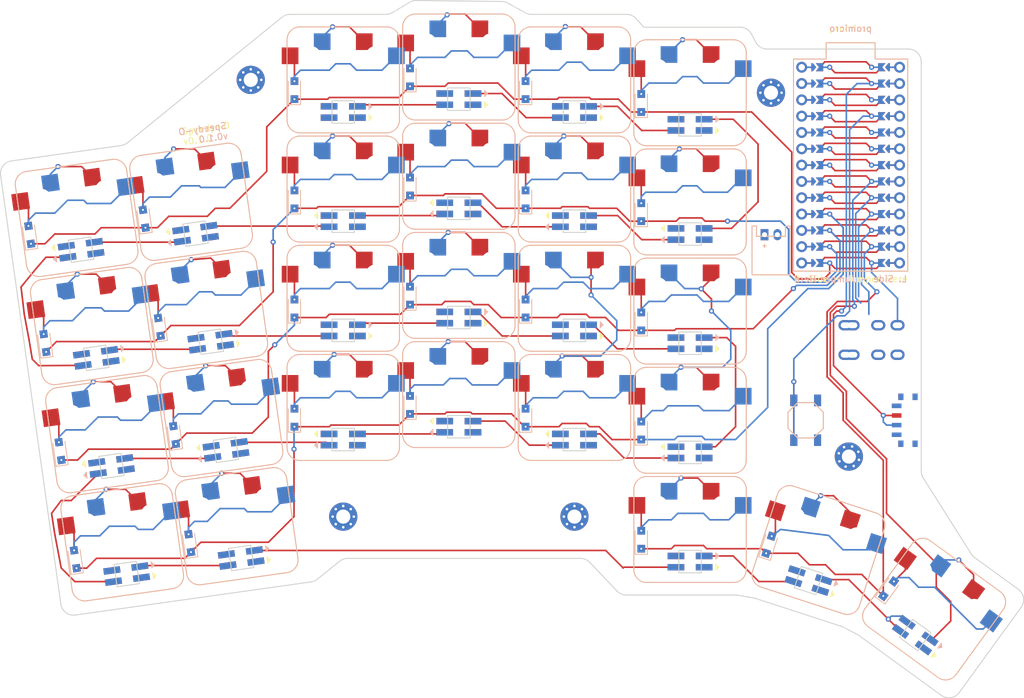
<source format=kicad_pcb>
(kicad_pcb (version 20240108) (generator "pcbnew") (generator_version "8.0")
  (title_block (title "speedy-o") (rev "v1.0.0") (company "Unknown"))
  (layers (0 "F.Cu" signal) (31 "B.Cu" signal) (34 "B.Paste" user) (35 "F.Paste" user) (36 "B.SilkS" user "B.Silkscreen") (37 "F.SilkS" user "F.Silkscreen") (38 "B.Mask" user) (39 "F.Mask" user) (44 "Edge.Cuts" user))
  (net 0 "")
  (net 1 "rgb_main_outer_bottom")
  (net 2 "rgb_main_outer_home")
  (net 3 "VCC")
  (net 4 "GND")
  (net 5 "rgb_main_pinky_home")
  (net 6 "rgb_main_outer_top")
  (net 7 "rgb_main_outer_num")
  (net 8 "rgb_main_pinky_num")
  (net 9 "rgb_main_pinky_bottom")
  (net 10 "rgb_main_ring_bottom")
  (net 11 "rgb_main_pinky_top")
  (net 12 "rgb_main_ring_top")
  (net 13 "rgb_main_middle_bottom")
  (net 14 "rgb_main_ring_home")
  (net 15 "rgb_main_middle_top")
  (net 16 "rgb_main_ring_num")
  (net 17 "rgb_main_index_bottom")
  (net 18 "rgb_main_middle_home")
  (net 19 "rgb_main_index_top")
  (net 20 "rgb_main_middle_num")
  (net 21 "rgb_main_inner_bottom")
  (net 22 "rgb_main_index_home")
  (net 23 "rgb_main_inner_top")
  (net 24 "rgb_main_index_num")
  (net 25 "rgb_main_inner_home")
  (net 26 "rgb_main_inner_num")
  (net 27 "rgb_thumb_outer_home")
  (net 28 "rgb_thumb_home_home")
  (net 29 "P9")
  (net 30 "main_outer_bottom")
  (net 31 "P6")
  (net 32 "main_outer_home")
  (net 33 "P7")
  (net 34 "main_outer_top")
  (net 35 "P8")
  (net 36 "main_outer_num")
  (net 37 "main_pinky_bottom")
  (net 38 "main_pinky_home")
  (net 39 "main_pinky_top")
  (net 40 "main_pinky_num")
  (net 41 "main_ring_bottom")
  (net 42 "main_ring_home")
  (net 43 "main_ring_top")
  (net 44 "main_ring_num")
  (net 45 "main_middle_bottom")
  (net 46 "main_middle_home")
  (net 47 "main_middle_top")
  (net 48 "main_middle_num")
  (net 49 "main_index_bottom")
  (net 50 "main_index_home")
  (net 51 "main_index_top")
  (net 52 "main_index_num")
  (net 53 "main_inner_bottom")
  (net 54 "main_inner_home")
  (net 55 "main_inner_top")
  (net 56 "main_inner_num")
  (net 57 "thumb_outer_home")
  (net 58 "P16")
  (net 59 "thumb_home_home")
  (net 60 "thumb_inner_home")
  (net 61 "P3")
  (net 62 "P4")
  (net 63 "P5")
  (net 64 "P18")
  (net 65 "P15")
  (net 66 "P14")
  (net 67 "P1")
  (net 68 "P0")
  (net 69 "P2")
  (net 70 "P21")
  (net 71 "P20")
  (net 72 "P19")
  (net 73 "P10")
  (net 74 "RAW")
  (net 75 "B+")
  (net 76 "B-")
  (net 77 "RST")
  (net 78 "_1_0")
  (net 79 "_1_25")
  (net 80 "_1_1")
  (net 81 "_1_24")
  (net 82 "_1_2")
  (net 83 "_1_23")
  (net 84 "_1_3")
  (net 85 "_1_22")
  (net 86 "_1_4")
  (net 87 "_1_21")
  (net 88 "_1_5")
  (net 89 "_1_20")
  (net 90 "_1_6")
  (net 91 "_1_19")
  (net 92 "_1_7")
  (net 93 "_1_18")
  (net 94 "_1_8")
  (net 95 "_1_17")
  (net 96 "_1_9")
  (net 97 "_1_16")
  (net 98 "_1_10")
  (net 99 "_1_15")
  (net 100 "_1_11")
  (net 101 "_1_14")
  (net 102 "_1_12")
  (net 103 "_1_13")
  (net 104 "pos")
  (footprint "E73:SW_TACT_ALPS_SKQGABE010" (layer "F.Cu") (at 206.413149 131.006306 -90)
    (property "Reference" "B1" (hide yes))
    (property "Value" "" (hide yes))
  )
  (footprint "PG1350" (layer "F.Cu") (at 97.634057 133.165443 8)
    (property "Reference" "S2" (hide yes))
    (property "Value" "" (hide yes))
  )
  (footprint "PG1350" (layer "F.Cu") (at 95.268115 116.330886 8)
    (property "Reference" "S3" (hide yes))
    (property "Value" "" (hide yes))
  )
  (footprint "Diode_SMD:Nexperia_CFP3_SOD-123W" (layer "F.Cu") (at 144.813149 128.606306 90)
    (property "Reference" "D13" (hide yes))
    (property "Value" "Nexperia_CFP3_SOD-123W" (hide yes))
  )
  (footprint "WS2812B" (layer "F.Cu") (at 134.413149 83.006306)
    (property "Reference" "LED12" (hide yes))
    (property "Value" "" (hide yes))
    (fp_line (start -1.75 -1.75) (end -1.75 1.75) (stroke (width 0.15)) (layer "Edge.Cuts"))
    (fp_line (start -1.75 1.75) (end 1.75 1.75) (stroke (width 0.15)) (layer "Edge.Cuts"))
    (fp_line (start 1.75 -1.75) (end -1.75 -1.75) (stroke (width 0.15)) (layer "Edge.Cuts"))
    (fp_line (start 1.75 1.75) (end 1.75 -1.75) (stroke (width 0.15)) (layer "Edge.Cuts"))
  )
  (footprint "WS2812B" (layer "F.Cu") (at 98.329923 138.116783 -172)
    (property "Reference" "LED2" (hide yes))
    (property "Value" "" (hide yes))
    (fp_line (start 1.75 1.75) (end 1.75 -1.75) (stroke (width 0.15)) (layer "Edge.Cuts"))
    (fp_line (start 1.75 -1.75) (end -1.75 -1.75) (stroke (width 0.15)) (layer "Edge.Cuts"))
    (fp_line (start -1.75 1.75) (end 1.75 1.75) (stroke (width 0.15)) (layer "Edge.Cuts"))
    (fp_line (start -1.75 -1.75) (end -1.75 1.75) (stroke (width 0.15)) (layer "Edge.Cuts"))
  )
  (footprint "PG1350" (layer "F.Cu") (at 170.413149 95.006306)
    (property "Reference" "S19" (hide yes))
    (property "Value" "" (hide yes))
  )
  (footprint "PG1350" (layer "F.Cu") (at 100 150 8)
    (property "Reference" "S1" (hide yes))
    (property "Value" "" (hide yes))
  )
  (footprint "WS2812B" (layer "F.Cu") (at 188.413149 102.006306 180)
    (property "Reference" "LED23" (hide yes))
    (property "Value" "" (hide yes))
    (fp_line (start 1.75 1.75) (end 1.75 -1.75) (stroke (width 0.15)) (layer "Edge.Cuts"))
    (fp_line (start 1.75 -1.75) (end -1.75 -1.75) (stroke (width 0.15)) (layer "Edge.Cuts"))
    (fp_line (start -1.75 1.75) (end 1.75 1.75) (stroke (width 0.15)) (layer "Edge.Cuts"))
    (fp_line (start -1.75 -1.75) (end -1.75 1.75) (stroke (width 0.15)) (layer "Edge.Cuts"))
  )
  (footprint "PG1350" (layer "F.Cu") (at 188.413149 80.006306)
    (property "Reference" "S24" (hide yes))
    (property "Value" "" (hide yes))
  )
  (footprint "WS2812B" (layer "F.Cu") (at 170.413149 100.006306 180)
    (property "Reference" "LED19" (hide yes))
    (property "Value" "" (hide yes))
    (fp_line (start 1.75 1.75) (end 1.75 -1.75) (stroke (width 0.15)) (layer "Edge.Cuts"))
    (fp_line (start 1.75 -1.75) (end -1.75 -1.75) (stroke (width 0.15)) (layer "Edge.Cuts"))
    (fp_line (start -1.75 1.75) (end 1.75 1.75) (stroke (width 0.15)) (layer "Edge.Cuts"))
    (fp_line (start -1.75 -1.75) (end -1.75 1.75) (stroke (width 0.15)) (layer "Edge.Cuts"))
  )
  (footprint "WS2812B" (layer "F.Cu") (at 152.413149 81.006306)
    (property "Reference" "LED16" (hide yes))
    (property "Value" "" (hide yes))
    (fp_line (start -1.75 -1.75) (end -1.75 1.75) (stroke (width 0.15)) (layer "Edge.Cuts"))
    (fp_line (start -1.75 1.75) (end 1.75 1.75) (stroke (width 0.15)) (layer "Edge.Cuts"))
    (fp_line (start 1.75 -1.75) (end -1.75 -1.75) (stroke (width 0.15)) (layer "Edge.Cuts"))
    (fp_line (start 1.75 1.75) (end 1.75 -1.75) (stroke (width 0.15)) (layer "Edge.Cuts"))
  )
  (footprint "MountingHole_2.2mm_M2_Pad_Via" (layer "F.Cu") (at 170.413149 146.006306)
    (property "Reference" "_4" (hide yes))
    (property "Value" "")
  )
  (footprint "PG1350" (layer "F.Cu") (at 188.413149 97.006306)
    (property "Reference" "S23" (hide yes))
    (property "Value" "" (hide yes))
  )
  (footprint "Diode_SMD:Nexperia_CFP3_SOD-123W" (layer "F.Cu") (at 144.813149 94.606306 90)
    (property "Reference" "D15" (hide yes))
    (property "Value" "Nexperia_CFP3_SOD-123W" (hide yes))
  )
  (footprint "Diode_SMD:Nexperia_CFP3_SOD-123W" (layer "F.Cu") (at 110.521465 150.137029 98)
    (property "Reference" "D5" (hide yes))
    (property "Value" "Nexperia_CFP3_SOD-123W" (hide yes))
  )
  (footprint "WS2812B" (layer "F.Cu") (at 223.474223 164.451391 -36)
    (property "Reference" "LED27" (hide yes))
    (property "Value" "" (hide yes))
    (fp_line (start -1.75 1.75) (end 1.75 1.75) (stroke (width 0.15)) (layer "Edge.Cuts"))
    (fp_line (start -1.75 -1.75) (end -1.75 1.75) (stroke (width 0.15)) (layer "Edge.Cuts"))
    (fp_line (start 1.75 1.75) (end 1.75 -1.75) (stroke (width 0.15)) (layer "Edge.Cuts"))
    (fp_line (start 1.75 -1.75) (end -1.75 -1.75) (stroke (width 0.15)) (layer "Edge.Cuts"))
  )
  (footprint "Diode_SMD:Nexperia_CFP3_SOD-123W" (layer "F.Cu") (at 92.69664 152.642145 98)
    (property "Reference" "D1" (hide yes))
    (property "Value" "Nexperia_CFP3_SOD-123W" (hide yes))
  )
  (footprint "PG1350" (layer "F.Cu") (at 110.726997 96.991213 8)
    (property "Reference" "S8" (hide yes))
    (property "Value" "" (hide yes))
  )
  (footprint "Diode_SMD:Nexperia_CFP3_SOD-123W" (layer "F.Cu") (at 126.813149 130.606306 90)
    (property "Reference" "D9" (hide yes))
    (property "Value" "Nexperia_CFP3_SOD-123W" (hide yes))
  )
  (footprint "Diode_SMD:Nexperia_CFP3_SOD-123W" (layer "F.Cu") (at 162.813149 79.606306 90)
    (property "Reference" "D20" (hide yes))
    (property "Value" "Nexperia_CFP3_SOD-123W" (hide yes))
  )
  (footprint "WS2812B" (layer "F.Cu") (at 113.788805 118.77711 8)
    (property "Reference" "LED7" (hide yes))
    (property "Value" "" (hide yes))
    (fp_line (start -1.75 -1.75) (end -1.75 1.75) (stroke (width 0.15)) (layer "Edge.Cuts"))
    (fp_line (start -1.75 1.75) (end 1.75 1.75) (stroke (width 0.15)) (layer "Edge.Cuts"))
    (fp_line (start 1.75 -1.75) (end -1.75 -1.75) (stroke (width 0.15)) (layer "Edge.Cuts"))
    (fp_line (start 1.75 1.75) (end 1.75 -1.75) (stroke (width 0.15)) (layer "Edge.Cuts"))
  )
  (footprint "Diode_SMD:Nexperia_CFP3_SOD-123W" (layer "F.Cu") (at 180.813149 132.606306 90)
    (property "Reference" "D21" (hide yes))
    (property "Value" "Nexperia_CFP3_SOD-123W" (hide yes))
  )
  (footprint "TRRS-PJ-320A-dual" (layer "F.Cu") (at 223.913149 120.806306 -90)
    (property "Reference" "TRRS1" (hide yes))
    (property "Value" "TRRS-PJ-320A-dual" (hide yes))
  )
  (footprint "PG1350" (layer "F.Cu") (at 134.413149 129.006306)
    (property "Reference" "S9" (hide yes))
    (property "Value" "" (hide yes))
  )
  (footprint "PG1350" (layer "F.Cu") (at 152.413149 127.006306)
    (property "Reference" "S13" (hide yes))
    (property "Value" "" (hide yes))
  )
  (footprint "WS2812B" (layer "F.Cu") (at 134.413149 117.006306)
    (property "Reference" "LED10" (hide yes))
    (property "Value" "" (hide yes))
    (fp_line (start -1.75 -1.75) (end -1.75 1.75) (stroke (width 0.15)) (layer "Edge.Cuts"))
    (fp_line (start -1.75 1.75) (end 1.75 1.75) (stroke (width 0.15)) (layer "Edge.Cuts"))
    (fp_line (start 1.75 -1.75) (end -1.75 -1.75) (stroke (width 0.15)) (layer "Edge.Cuts"))
    (fp_line (start 1.75 1.75) (end 1.75 -1.75) (stroke (width 0.15)) (layer "Edge.Cuts"))
  )
  (footprint "WS2812B" (layer "F.Cu") (at 93.598037 104.447669 -172)
    (property "Reference" "LED4" (hide yes))
    (property "Value" "" (hide yes))
    (fp_line (start 1.75 1.75) (end 1.75 -1.75) (stroke (width 0.15)) (layer "Edge.Cuts"))
    (fp_line (start 1.75 -1.75) (end -1.75 -1.75) (stroke (width 0.15)) (layer "Edge.Cuts"))
    (fp_line (start -1.75 1.75) (end 1.75 1.75) (stroke (width 0.15)) (layer "Edge.Cuts"))
    (fp_line (start -1.75 -1.75) (end -1.75 1.75) (stroke (width 0.15)) (layer "Edge.Cuts"))
  )
  (footprint "PG1350" (layer "F.Cu") (at 226.413149 160.406306 -36)
    (property "Reference" "S27" (hide yes))
    (property "Value" "" (hide yes))
  )
  (footprint "WS2812B" (layer "F.Cu") (at 188.413149 136.006306 180)
    (property "Reference" "LED21" (hide yes))
    (property "Value" "" (hide yes))
    (fp_line (start 1.75 1.75) (end 1.75 -1.75) (stroke (width 0.15)) (layer "Edge.Cuts"))
    (fp_line (start 1.75 -1.75) (end -1.75 -1.75) (stroke (width 0.15)) (layer "Edge.Cuts"))
    (fp_line (start -1.75 1.75) (end 1.75 1.75) (stroke (width 0.15)) (layer "Edge.Cuts"))
    (fp_line (start -1.75 -1.75) (end -1.75 1.75) (stroke (width 0.15)) (layer "Edge.Cuts"))
  )
  (footprint "Diode_SMD:Nexperia_CFP3_SOD-123W" (layer "F.Cu") (at 126.813149 113.606306 90)
    (property "Reference" "D10" (hide yes))
    (property "Value" "Nexperia_CFP3_SOD-123W" (hide yes))
  )
  (footprint "Diode_SMD:Nexperia_CFP3_SOD-123W" (layer "F.Cu") (at 180.813149 149.606306 90)
    (property "Reference" "D25" (hide yes))
    (property "Value" "Nexperia_CFP3_SOD-123W" (hide yes))
  )
  (footprint "WS2812B" (layer "F.Cu") (at 188.413149 153.006306)
    (property "Reference" "LED25" (hide yes))
    (property "Value" "" (hide yes))
    (fp_line (start -1.75 -1.75) (end -1.75 1.75) (stroke (width 0.15)) (layer "Edge.Cuts"))
    (fp_line (start -1.75 1.75) (end 1.75 1.75) (stroke (width 0.15)) (layer "Edge.Cuts"))
    (fp_line (start 1.75 -1.75) (end -1.75 -1.75) (stroke (width 0.15)) (layer "Edge.Cuts"))
    (fp_line (start 1.75 1.75) (end 1.75 -1.75) (stroke (width 0.15)) (layer "Edge.Cuts"))
  )
  (footprint "PG1350" (layer "F.Cu") (at 113.09294 113.82577 8)
    (property "Reference" "S7" (hide yes))
    (property "Value" "" (hide yes))
  )
  (footprint "PG1350" (layer "F.Cu") (at 188.413149 114.006306)
    (property "Reference" "S22" (hide yes))
    (property "Value" "" (hide yes))
  )
  (footprint "Diode_SMD:Nexperia_CFP3_SOD-123W" (layer "F.Cu") (at 103.423637 99.633357 98)
    (property "Reference" "D8" (hide yes))
    (property "Value" "Nexperia_CFP3_SOD-123W" (hide yes))
  )
  (footprint "PG1350" (layer "F.Cu") (at 134.413149 112.006306)
    (property "Reference" "S10" (hide yes))
    (property "Value" "" (hide yes))
  )
  (footprint "PG1350" (layer "F.Cu") (at 188.413149 148.006306)
    (property "Reference" "S25" (hide yes))
    (property "Value" "" (hide yes))
  )
  (footprint "WS2812B" (layer "F.Cu") (at 152.413149 115.006306)
    (property "Reference" "LED14" (hide yes))
    (property "Value" "" (hide yes))
    (fp_line (start -1.75 -1.75) (end -1.75 1.75) (stroke (width 0.15)) (layer "Edge.Cuts"))
    (fp_line (start -1.75 1.75) (end 1.75 1.75) (stroke (width 0.15)) (layer "Edge.Cuts"))
    (fp_line (start 1.75 -1.75) (end -1.75 -1.75) (stroke (width 0.15)) (layer "Edge.Cuts"))
    (fp_line (start 1.75 1.75) (end 1.75 -1.75) (stroke (width 0.15)) (layer "Edge.Cuts"))
  )
  (footprint "Diode_SMD:Nexperia_CFP3_SOD-123W" (layer "F.Cu") (at 87.964754 118.97303 98)
    (property "Reference" "D3" (hide yes))
    (property "Value" "Nexperia_CFP3_SOD-123W" (hide yes))
  )
  (footprint "Diode_SMD:Nexperia_CFP3_SOD-123W" (layer "F.Cu") (at 180.813149 81.606306 90)
    (property "Reference" "D24" (hide yes))
    (property "Value" "Nexperia_CFP3_SOD-123W" (hide yes))
  )
  (footprint "MountingHole_2.2mm_M2_Pad_Via" (layer "F.Cu") (at 120.013149 78.006306)
    (property "Reference" "_2" (hide yes))
    (property "Value" "")
  )
  (footprint "WS2812B" (layer "F.Cu") (at 152.413149 132.006306 180)
    (property "Reference" "LED13" (hide yes))
    (property "Value" "" (hide yes))
    (fp_line (start 1.75 1.75) (end 1.75 -1.75) (stroke (width 0.15)) (layer "Edge.Cuts"))
    (fp_line (start 1.75 -1.75) (end -1.75 -1.75) (stroke (width 0.15)) (layer "Edge.Cuts"))
    (fp_line (start -1.75 1.75) (end 1.75 1.75) (stroke (width 0.15)) (layer "Edge.Cuts"))
    (fp_line (start -1.75 -1.75) (end -1.75 1.75) (stroke (width 0.15)) (layer "Edge.Cuts"))
  )
  (footprint "Diode_SMD:Nexperia_CFP3_SOD-123W" (layer "F.Cu") (at 144.813149 77.606306 90)
    (property "Reference" "D16" (hide yes))
    (property "Value" "Nexperia_CFP3_SOD-123W" (hide yes))
  )
  (footprint "PG1350" (layer "F.Cu") (at 117.824825 147.494884 8)
    (property "Reference" "S5" (hide yes))
    (property "Value" "" (hide yes))
  )
  (footprint "WS2812B" (layer "F.Cu") (at 188.413149 85.006306)
    (property "Reference" "LED24" (hide yes))
    (property "Value" "" (hide yes))
    (fp_line (start -1.75 -1.75) (end -1.75 1.75) (stroke (width 0.15)) (layer "Edge.Cuts"))
    (fp_line (start -1.75 1.75) (end 1.75 1.75) (stroke (width 0.15)) (layer "Edge.Cuts"))
    (fp_line (start 1.75 -1.75) (end -1.75 -1.75) (stroke (width 0.15)) (layer "Edge.Cuts"))
    (fp_line (start 1.75 1.75) (end 1.75 -1.75) (stroke (width 0.15)) (layer "Edge.Cuts"))
  )
  (footprint "MountingHole_2.2mm_M2_Pad_Via" (layer "F.Cu") (at 134.413149 146.006306)
    (property "Reference" "_3" (hide yes))
    (property "Value" "")
  )
  (footprint "Diode_SMD:Nexperia_CFP3_SOD-123W" (layer "F.Cu") (at 126.813149 96.606306 90)
    (property "Reference" "D11" (hide yes))
    (property "Value" "Nexperia_CFP3_SOD-123W" (hide yes))
  )
  (footprint "WS2812B" (layer "F.Cu") (at 111.422863 101.942553 -172)
    (property "Reference" "LED8" (hide yes))
    (property "Value" "" (hide yes))
    (fp_line (start 1.75 1.75) (end 1.75 -1.75) (stroke (width 0.15)) (layer "Edge.Cuts"))
    (fp_line (start 1.75 -1.75) (end -1.75 -1.75) (stroke (width 0.15)) (layer "Edge.Cuts"))
    (fp_line (start -1.75 1.75) (end 1.75 1.75) (stroke (width 0.15)) (layer "Edge.Cuts"))
    (fp_line (start -1.75 -1.75) (end -1.75 1.75) (stroke (width 0.15)) (layer "Edge.Cuts"))
  )
  (footprint "Diode_SMD:Nexperia_CFP3_SOD-123W" (layer "F.Cu") (at 144.813149 111.606306 90)
    (property "Reference" "D14" (hide yes))
    (property "Value" "Nexperia_CFP3_SOD-123W" (hide yes))
  )
  (footprint "WS2812B" (layer "F.Cu") (at 206.868064 155.961589 -18)
    (property "Reference" "LED26" (hide yes))
    (property "Value" "" (hide yes))
    (fp_line (start -1.75 1.75) (end 1.75 1.75) (stroke (width 0.15)) (layer "Edge.Cuts"))
    (fp_line (start -1.75 -1.75) (end -1.75 1.75) (stroke (width 0.15)) (layer "Edge.Cuts"))
    (fp_line (start 1.75 1.75) (end 1.75 -1.75) (stroke (width 0.15)) (layer "Edge.Cuts"))
    (fp_line (start 1.75 -1.75) (end -1.75 -1.75) (stroke (width 0.15)) (layer "Edge.Cuts"))
  )
  (footprint "PG1350" (layer "F.Cu") (at 134.413149 78.006306)
    (property "Reference" "S12" (hide yes))
    (property "Value" "" (hide yes))
  )
  (footprint "MountingHole_2.2mm_M2_Pad_Via" (layer "F.Cu") (at 201.013149 80.006306)
    (property "Reference" "_6" (hide yes))
    (property "Value" "")
  )
  (footprint "PG1350" (layer "F.Cu") (at 208.413149 151.206306 -18)
    (property "Reference" "S26" (hide yes))
    (property "Value" "" (hide yes))
  )
  (footprint "PG1350" (layer "F.Cu") (at 170.413149 112.006306)
    (property "Reference" "S18" (hide yes))
    (property "Value" "" (hide yes))
  )
  (footprint "WS2812B" (layer "F.Cu") (at 170.413149 83.006306)
    (property "Reference" "LED20" (hide yes))
    (property "Value" "" (hide yes))
    (fp_line (start -1.75 -1.75) (end -1.75 1.75) (stroke (width 0.15)) (layer "Edge.Cuts"))
    (fp_line (start -1.75 1.75) (end 1.75 1.75) (stroke (width 0.15)) (layer "Edge.Cuts"))
    (fp_line (start 1.75 -1.75) (end -1.75 -1.75) (stroke (width 0.15)) (layer "Edge.Cuts"))
    (fp_line (start 1.75 1.75) (end 1.75 -1.75) (stroke (width 0.15)) (layer "Edge.Cuts"))
  )
  (footprint "WS2812B" (layer "F.Cu") (at 170.413149 117.006306)
    (property "Reference" "LED18" (hide yes))
    (property "Value" "" (hide yes))
    (fp_line (start -1.75 -1.75) (end -1.75 1.75) (stroke (width 0.15)) (layer "Edge.Cuts"))
    (fp_line (start -1.75 1.75) (end 1.75 1.75) (stroke (width 0.15)) (layer "Edge.Cuts"))
    (fp_line (start 1.75 -1.75) (end -1.75 -1.75) (stroke (width 0.15)) (layer "Edge.Cuts"))
    (fp_line (start 1.75 1.75) (end 1.75 -1.75) (stroke (width 0.15)) (layer "Edge.Cuts"))
  )
  (footprint "PG1350" (layer "F.Cu") (at 115.458882 130.660327 8)
    (property "Reference" "S6" (hide yes))
    (property "Value" "" (hide yes))
  )
  (footprint "JST_PH_S2B-PH-K_02x2.00mm_Angled" (layer "F.Cu") (at 201.013149 102.106306)
    (property "Reference" "JST1" (hide yes))
    (property "Value" "" (hide yes))
  )
  (footprint "PG1350" (layer "F.Cu") (at 188.413149 131.006306)
    (property "Reference" "S21" (hide yes))
    (property "Value" "" (hide yes))
  )
  (footprint "WS2812B" (layer "F.Cu") (at 188.413149 119.006306)
    (property "Reference" "LED22" (hide yes))
    (property "Value" "" (hide yes))
    (fp_line (start -1.75 -1.75) (end -1.75 1.75) (stroke (width 0.15)) (layer "Edge.Cuts"))
    (fp_line (start -1.75 1.75) (end 1.75 1.75) (stroke (width 0.15)) (layer "Edge.Cuts"))
    (fp_line (start 1.75 -1.75) (end -1.75 -1.75) (stroke (width 0.15)) (layer "Edge.Cuts"))
    (fp_line (start 1.75 1.75) (end 1.75 -1.75) (stroke (width 0.15)) (layer "Edge.Cuts"))
  )
  (footprint "Diode_SMD:Nexperia_CFP3_SOD-123W" (layer "F.Cu") (at 219.324163 157.233566 54)
    (property "Reference" "D27" (hide yes))
    (property "Value" "Nexperia_CFP3_SOD-123W" (hide yes))
  )
  (footprint "Diode_SMD:Nexperia_CFP3_SOD-123W" (layer "F.Cu") (at 162.813149 96.606306 90)
    (property "Reference" "D19" (hide yes))
    (property "Value" "Nexperia_CFP3_SOD-123W" (hide yes))
  )
  (footprint "ProMicro" (layer "F.Cu") (at 213.413149 90.006306)
    (property "Reference" "")
    (property "Value" "")
  )
  (footprint "Button_Switch_SMD:SW_SPDT_PCM12" (layer "F.Cu") (at 222.013149 131.006306 90)
    (property "Reference" "T1" (hide yes))
    (property "Value" "" (hide yes))
  )
  (footprint "JST_PH_S2B-PH-K_02x2.00mm_Angled" (layer "F.Cu") (at 201.013149 102.106306)
    (property "Reference" "JST2" (hide yes))
    (property "Value" "" (hide yes))
  )
  (footprint "WS2812B" (layer "F.Cu") (at 116.154748 135.611667 -172)
    (property "Reference" "LED6" (hide yes))
    (property "Value" "" (hide yes))
    (fp_line (start 1.75 1.75) (end 1.75 -1.75) (stroke (width 0.15)) (layer "Edge.Cuts"))
    (fp_line (start 1.75 -1.75) (end -1.75 -1.75) (stroke (width 0.15)) (layer "Edge.Cuts"))
    (fp_line (start -1.75 1.75) (end 1.75 1.75) (stroke (width 0.15)) (layer "Edge.Cuts"))
    (fp_line (start -1.75 -1.75) (end -1.75 1.75) (stroke (width 0.15)) (layer "Edge.Cuts"))
  )
  (footprint "MountingHole_2.2mm_M2_Pad_Via" (layer "F.Cu") (at 213.141109 136.655142 -18)
    (property "Reference" "_5" (hide yes))
    (property "Value" "")
  )
  (footprint "PG1350" (layer "F.Cu") (at 152.413149 93.006306)
    (property "Reference" "S15" (hide yes))
    (property "Value" "" (hide yes))
  )
  (footprint "WS2812B" (layer "F.Cu") (at 134.413149 100.006306 180)
    (property "Reference" "LED11" (hide yes))
    (property "Value" "" (hide yes))
    (fp_line (start 1.75 1.75) (end 1.75 -1.75) (stroke (width 0.15)) (layer "Edge.Cuts"))
    (fp_line (start 1.75 -1.75) (end -1.75 -1.75) (stroke (width 0.15)) (layer "Edge.Cuts"))
    (fp_line (start -1.75 1.75) (end 1.75 1.75) (stroke (width 0.15)) (layer "Edge.Cuts"))
    (fp_line (start -1.75 -1.75) (end -1.75 1.75) (stroke (width 0.15)) (layer "Edge.Cuts"))
  )
  (footprint "E73:SW_TACT_ALPS_SKQGABE010" (layer "F.Cu") (at 206.413149 131.006306 -90)
    (property "Reference" "B2" (hide yes))
    (property "Value" "" (hide yes))
  )
  (footprint "Diode_SMD:Nexperia_CFP3_SOD-123W" (layer "F.Cu") (at 108.155522 133.302472 98)
    (property "Reference" "D6" (hide yes))
    (property "Value" "Nexperia_CFP3_SOD-123W" (hide yes))
  )
  (footprint "Diode_SMD:Nexperia_CFP3_SOD-123W" (layer "F.Cu") (at 180.813149 98.606306 90)
    (property "Reference" "D23" (hide yes))
    (property "Value" "Nexperia_CFP3_SOD-123W" (hide yes))
  )
  (footprint "Diode_SMD:Nexperia_CFP3_SOD-123W" (layer "F.Cu") (at 180.813149 115.606306 90)
    (property "Reference" "D22" (hide yes))
    (property "Value" "Nexperia_CFP3_SOD-123W" (hide yes))
  )
  (footprint "Diode_SMD:Nexperia_CFP3_SOD-123W" (layer "F.Cu") (at 162.813149 113.606306 90)
    (property "Reference" "D18" (hide yes))
    (property "Value" "Nexperia_CFP3_SOD-123W" (hide yes))
  )
  (footprint "PG1350" (layer "F.Cu") (at 170.413149 129.006306)
    (property "Reference" "S17" (hide yes))
    (property "Value" "" (hide yes))
  )
  (footprint "Diode_SMD:Nexperia_CFP3_SOD-123W" (layer "F.Cu") (at 105.789579 116.467914 98)
    (property "Reference" "D7" (hide yes))
    (property "Value" "Nexperia_CFP3_SOD-123W" (hide yes))
  )
  (footprint "WS2812B" (layer "F.Cu") (at 152.413149 98.006306 180)
    (property "Reference" "LED15" (hide yes))
    (property "Value" "" (hide yes))
    (fp_line (start 1.75 1.75) (end 1.75 -1.75) (stroke (width 0.15)) (layer "Edge.Cuts"))
    (fp_line (start 1.75 -1.75) (end -1.75 -1.75) (stroke (width 0.15)) (layer "Edge.Cuts"))
    (fp_line (start -1.75 1.75) (end 1.75 1.75) (stroke (width 0.15)) (layer "Edge.Cuts"))
    (fp_line (start -1.75 -1.75) (end -1.75 1.75) (stroke (width 0.15)) (layer "Edge.Cuts"))
  )
  (footprint "Diode_SMD:Nexperia_CFP3_SOD-123W" (layer "F.Cu") (at 90.330697 135.807587 98)
    (property "Reference" "D2" (hide yes))
    (property "Value" "Nexperia_CFP3_SOD-123W" (hide yes))
  )
  (footprint "WS2812B" (layer "F.Cu") (at 170.413149 134.006306 180)
    (property "Reference" "LED17" (hide yes))
    (property "Value" "" (hide yes))
    (fp_line (start 1.75 1.75) (end 1.75 -1.75) (stroke (width 0.15)) (layer "Edge.Cuts"))
    (fp_line (start 1.75 -1.75) (end -1.75 -1.75) (stroke (width 0.15)) (layer "Edge.Cuts"))
    (fp_line (start -1.75 1.75) (end 1.75 1.75) (stroke (width 0.15)) (layer "Edge.Cuts"))
    (fp_line (start -1.75 -1.75) (end -1.75 1.75) (stroke (width 0.15)) (layer "Edge.Cuts"))
  )
  (footprint "Diode_SMD:Nexperia_CFP3_SOD-123W" (layer "F.Cu") (at 200.690692 150.379468 72)
    (property "Reference" "D26" (hide yes))
    (property "Value" "Nexperia_CFP3_SOD-123W" (hide yes))
  )
  (footprint "WS2812B" (layer "F.Cu") (at 95.96398 121.282226 8)
    (property "Reference" "LED3" (hide yes))
    (property "Value" "" (hide yes))
    (fp_line (start -1.75 -1.75) (end -1.75 1.75) (stroke (width 0.15)) (layer "Edge.Cuts"))
    (fp_line (start -1.75 1.75) (end 1.75 1.75) (stroke (width 0.15)) (layer "Edge.Cuts"))
    (fp_line (start 1.75 -1.75) (end -1.75 -1.75) (stroke (width 0.15)) (layer "Edge.Cuts"))
    (fp_line (start 1.75 1.75) (end 1.75 -1.75) (stroke (width 0.15)) (layer "Edge.Cuts"))
  )
  (footprint "Diode_SMD:Nexperia_CFP3_SOD-123W" (layer "F.Cu") (at 126.813149 79.606306 90)
    (property "Reference" "D12" (hide yes))
    (property "Value" "Nexperia_CFP3_SOD-123W" (hide yes))
  )
  (footprint "PG1350" (layer "F.Cu") (at 152.413149 76.006306)
    (property "Reference" "S16" (hide yes))
    (property "Value" "" (hide yes))
  )
  (footprint "Diode_SMD:Nexperia_CFP3_SOD-123W" (layer "F.Cu") (at 162.813149 130.606306 90)
    (property "Reference" "D17" (hide yes))
    (property "Value" "Nexperia_CFP3_SOD-123W" (hide yes))
  )
  (footprint "PG1350" (layer "F.Cu") (at 92.902172 99.496328 8)
    (property "Reference" "S4" (hide yes))
    (property "Value" "" (hide yes))
  )
  (footprint "WS2812B" (layer "F.Cu") (at 118.520691 152.446225 8)
    (property "Reference" "LED5" (hide yes))
    (property "Value" "" (hide yes))
    (fp_line (start -1.75 -1.75) (end -1.75 1.75) (stroke (width 0.15)) (layer "Edge.Cuts"))
    (fp_line (start -1.75 1.75) (end 1.75 1.75) (stroke (width 0.15)) (layer "Edge.Cuts"))
    (fp_line (start 1.75 -1.75) (end -1.75 -1.75) (stroke (width 0.15)) (layer "Edge.Cuts"))
    (fp_line (start 1.75 1.75) (end 1.75 -1.75) (stroke (width 0.15)) (layer "Edge.Cuts"))
  )
  (footprint "Diode_SMD:Nexperia_CFP3_SOD-123W" (layer "F.Cu") (at 85.598811 102.138473 98)
    (property "Reference" "D4" (hide yes))
    (property "Value" "Nexperia_CFP3_SOD-123W" (hide yes))
  )
  (footprint "PG1350" (layer "F.Cu") (at 134.413149 95.006306)
    (property "Reference" "S11" (hide yes))
    (property "Value" "" (hide yes))
  )
  (footprint "WS2812B" (layer "F.Cu") (at 100.695866 154.95134 8)
    (property "Reference" "LED1" (hide yes))
    (property "Value" "" (hide yes))
    (fp_line (start -1.75 -1.75) (end -1.75 1.75) (stroke (width 0.15)) (layer "Edge.Cuts"))
    (fp_line (start -1.75 1.75) (end 1.75 1.75) (stroke (width 0.15)) (layer "Edge.Cuts"))
    (fp_line (start 1.75 -1.75) (end -1.75 -1.75) (stroke (width 0.15)) (layer "Edge.Cuts"))
    (fp_line (start 1.75 1.75) (end 1.75 -1.75) (stroke (width 0.15)) (layer "Edge.Cuts"))
  )
  (footprint "WS2812B" (layer "F.Cu") (at 134.413149 134.006306 180)
    (property "Reference" "LED9" (hide yes))
    (property "Value" "" (hide yes))
    (fp_line (start 1.75 1.75) (end 1.75 -1.75) (stroke (width 0.15)) (layer "Edge.Cuts"))
    (fp_line (start 1.75 -1.75) (end -1.75 -1.75) (stroke (width 0.15)) (layer "Edge.Cuts"))
    (fp_line (start -1.75 1.75) (end 1.75 1.75) (stroke (width 0.15)) (layer "Edge.Cuts"))
    (fp_line (start -1.75 -1.75) (end -1.75 1.75) (stroke (width 0.15)) (layer "Edge.Cuts"))
  )
  (footprint "PG1350" (layer "F.Cu") (at 152.413149 110.006306)
    (property "Reference" "S14" (hide yes))
    (property "Value" "" (hide yes))
  )
  (footprint "PG1350" (layer "F.Cu") (at 170.413149 78.006306)
    (property "Reference" "S20" (hide yes))
    (property "Value" "" (hide yes))
  )
  (gr_line (start 112.288694 156.604014) (end 125.657313 154.725177) (stroke (width 0.15)) (layer "B.SilkS"))
  (gr_line (start 123.360957 138.385754) (end 109.992338 140.264591) (stroke (width 0.15)) (layer "B.SilkS"))
  (gr_arc (start 216.103055 163.113146) (mid 215.303249 161.807981) (end 215.660592 160.319541) (stroke (width 0.15)) (layer "B.SilkS"))
  (gr_line (start 124.99356 135.631738) (end 123.253896 123.253387) (stroke (width 0.15)) (layer "B.SilkS"))
  (gr_line (start 195.163149 139.756306) (end 181.663149 139.756306) (stroke (width 0.15)) (layer "B.SilkS"))
  (gr_line (start 179.663149 141.756306) (end 179.663149 154.256306) (stroke (width 0.15)) (layer "B.SilkS"))
  (gr_line (start 145.663149 118.256306) (end 159.163149 118.256306) (stroke (width 0.15)) (layer "B.SilkS"))
  (gr_line (start 163.663149 86.256306) (end 177.163149 86.256306) (stroke (width 0.15)) (layer "B.SilkS"))
  (gr_arc (start 179.163149 135.256306) (mid 178.577363 136.67052) (end 177.163149 137.256306) (stroke (width 0.15)) (layer "B.SilkS"))
  (gr_line (start 179.663149 90.756306) (end 179.663149 103.256306) (stroke (width 0.15)) (layer "B.SilkS"))
  (gr_line (start 100.804246 107.221756) (end 87.435627 109.100592) (stroke (width 0.15)) (layer "B.SilkS"))
  (gr_line (start 127.663149 86.256306) (end 141.163149 86.256306) (stroke (width 0.15)) (layer "B.SilkS"))
  (gr_arc (start 107.556808 122.9349) (mid 106.074832 122.551635) (end 105.297926 121.23271) (stroke (width 0.15)) (layer "B.SilkS"))
  (gr_line (start 197.163149 103.256306) (end 197.163149 90.756306) (stroke (width 0.15)) (layer "B.SilkS"))
  (gr_arc (start 229.81839 170.605784) (mid 228.513225 171.40559) (end 227.024785 171.048247) (stroke (width 0.15)) (layer "B.SilkS"))
  (gr_line (start 107.556808 122.9349) (end 120.925427 121.056063) (stroke (width 0.15)) (layer "B.SilkS"))
  (gr_line (start 161.663149 71.756306) (end 161.663149 84.256306) (stroke (width 0.15)) (layer "B.SilkS"))
  (gr_arc (start 120.995014 121.551197) (mid 122.47699 121.934462) (end 123.253896 123.253387) (stroke (width 0.15)) (layer "B.SilkS"))
  (gr_line (start 125.663149 122.756306) (end 125.663149 135.256306) (stroke (width 0.15)) (layer "B.SilkS"))
  (gr_arc (start 214.803537 159.854308) (mid 213.809405 161.018287) (end 212.28339 161.138387) (stroke (width 0.15)) (layer "B.SilkS"))
  (gr_arc (start 159.163149 84.756306) (mid 160.577363 85.342092) (end 161.163149 86.756306) (stroke (width 0.15)) (layer "B.SilkS"))
  (gr_line (start 98.438303 90.387198) (end 85.069684 92.266035) (stroke (width 0.15)) (layer "B.SilkS"))
  (gr_arc (start 181.663149 122.256306) (mid 180.248935 121.67052) (end 179.663149 120.256306) (stroke (width 0.15)) (layer "B.SilkS"))
  (gr_arc (start 159.163149 67.756306) (mid 160.577363 68.342092) (end 161.163149 69.756306) (stroke (width 0.15)) (layer "B.SilkS"))
  (gr_arc (start 90.465323 145.02859) (mid 90.848588 143.546614) (end 92.167512 142.769707) (stroke (width 0.15)) (layer "B.SilkS"))
  (gr_arc (start 143.663149 103.756306) (mid 144.248935 102.342092) (end 145.663149 101.756306) (stroke (width 0.15)) (layer "B.SilkS"))
  (gr_arc (start 179.163149 118.256306) (mid 178.577363 119.67052) (end 177.163149 120.256306) (stroke (width 0.15)) (layer "B.SilkS"))
  (gr_line (start 141.163149 69.756306) (end 127.663149 69.756306) (stroke (width 0.15)) (layer "B.SilkS"))
  (gr_line (start 141.163149 86.756306) (end 127.663149 86.756306) (stroke (width 0.15)) (layer "B.SilkS"))
  (gr_arc (start 89.731984 125.440015) (mid 88.250008 125.05675) (end 87.473101 123.737826) (stroke (width 0.15)) (layer "B.SilkS"))
  (gr_line (start 125.663149 88.756306) (end 125.663149 101.256306) (stroke (width 0.15)) (layer "B.SilkS"))
  (gr_line (start 163.663149 103.256306) (end 177.163149 103.256306) (stroke (width 0.15)) (layer "B.SilkS"))
  (gr_arc (start 195.163149 88.756306) (mid 196.577363 89.342092) (end 197.163149 90.756306) (stroke (width 0.15)) (layer "B.SilkS"))
  (gr_arc (start 179.663149 107.756306) (mid 180.248935 106.342092) (end 181.663149 105.756306) (stroke (width 0.15)) (layer "B.SilkS"))
  (gr_line (start 179.663149 124.756306) (end 179.663149 137.256306) (stroke (width 0.15)) (layer "B.SilkS"))
  (gr_line (start 161.163149 99.256306) (end 161.163149 86.756306) (stroke (width 0.15)) (layer "B.SilkS"))
  (gr_line (start 163.663149 120.256306) (end 177.163149 120.256306) (stroke (width 0.15)) (layer "B.SilkS"))
  (gr_line (start 102.436849 104.467739) (end 100.697186 92.089388) (stroke (width 0.15)) (layer "B.SilkS"))
  (gr_arc (start 163.663149 103.256306) (mid 162.248935 102.67052) (end 161.663149 101.256306) (stroke (width 0.15)) (layer "B.SilkS"))
  (gr_arc (start 197.163149 103.256306) (mid 196.577363 104.67052) (end 195.163149 105.256306) (stroke (width 0.15)) (layer "B.SilkS"))
  (gr_line (start 195.163149 122.756306) (end 181.663149 122.756306) (stroke (width 0.15)) (layer "B.SilkS"))
  (gr_line (start 163.663149 137.256306) (end 177.163149 137.256306) (stroke (width 0.15)) (layer "B.SilkS"))
  (gr_line (start 107.168735 138.136854) (end 105.429071 125.758503) (stroke (width 0.15)) (layer "B.SilkS"))
  (gr_arc (start 159.163149 118.756306) (mid 160.577363 119.342092) (end 161.163149 120.756306) (stroke (width 0.15)) (layer "B.SilkS"))
  (gr_arc (start 124.99356 135.631738) (mid 124.610295 137.113714) (end 123.29137 137.89062) (stroke (width 0.15)) (layer "B.SilkS"))
  (gr_line (start 87.36604 108.605458) (end 100.734659 106.726622) (stroke (width 0.15)) (layer "B.SilkS"))
  (gr_line (start 179.663149 73.756306) (end 179.663149 86.256306) (stroke (width 0.15)) (layer "B.SilkS"))
  (gr_arc (start 120.261674 101.962623) (mid 119.878409 103.444599) (end 118.559485 104.221506) (stroke (width 0.15)) (layer "B.SilkS"))
  (gr_line (start 105.536131 140.89087) (end 92.167512 142.769707) (stroke (width 0.15)) (layer "B.SilkS"))
  (gr_arc (start 127.663149 137.256306) (mid 126.248935 136.67052) (end 125.663149 135.256306) (stroke (width 0.15)) (layer "B.SilkS"))
  (gr_arc (start 179.163149 101.256306) (mid 178.577363 102.67052) (end 177.163149 103.256306) (stroke (width 0.15)) (layer "B.SilkS"))
  (gr_line (start 159.163149 67.756306) (end 145.663149 67.756306) (stroke (width 0.15)) (layer "B.SilkS"))
  (gr_arc (start 127.663149 86.256306) (mid 126.248935 85.67052) (end 125.663149 84.256306) (stroke (width 0.15)) (layer "B.SilkS"))
  (gr_line (start 105.924205 125.688916) (end 107.663869 138.067267) (stroke (width 0.15)) (layer "B.SilkS"))
  (gr_line (start 177.163149 86.756306) (end 163.663149 86.756306) (stroke (width 0.15)) (layer "B.SilkS"))
  (gr_line (start 127.359503 152.466295) (end 125.619839 140.087944) (stroke (width 0.15)) (layer "B.SilkS"))
  (gr_line (start 88.09938 128.194032) (end 89.839044 140.572383) (stroke (width 0.15)) (layer "B.SilkS"))
  (gr_arc (start 102.43685 104.467739) (mid 102.053584 105.949716) (end 100.734659 106.726622) (stroke (width 0.15)) (layer "B.SilkS"))
  (gr_arc (start 236.723242 157.699466) (mid 237.523048 159.004631) (end 237.165705 160.493071) (stroke (width 0.15)) (layer "B.SilkS"))
  (gr_arc (start 223.007908 150.206829) (mid 224.313073 149.407023) (end 225.801513 149.764366) (stroke (width 0.15)) (layer "B.SilkS"))
  (gr_arc (start 105.924205 125.688916) (mid 106.30747 124.20694) (end 107.626395 123.430034) (stroke (width 0.15)) (layer "B.SilkS"))
  (gr_line (start 159.163149 84.756306) (end 145.663149 84.756306) (stroke (width 0.15)) (layer "B.SilkS"))
  (gr_arc (start 122.627617 118.797181) (mid 122.244352 120.279157) (end 120.925427 121.056063) (stroke (width 0.15)) (layer "B.SilkS"))
  (gr_line (start 181.663149 122.256306) (end 195.163149 122.256306) (stroke (width 0.15)) (layer "B.SilkS"))
  (gr_arc (start 161.663149 88.756306) (mid 162.248935 87.342092) (end 163.663149 86.756306) (stroke (width 0.15)) (layer "B.SilkS"))
  (gr_arc (start 195.163149 105.756306) (mid 196.577363 106.342092) (end 197.163149 107.756306) (stroke (width 0.15)) (layer "B.SilkS"))
  (gr_line (start 161.163149 133.256306) (end 161.163149 120.756306) (stroke (width 0.15)) (layer "B.SilkS"))
  (gr_arc (start 109.922751 139.769457) (mid 108.440775 139.386192) (end 107.663869 138.067267) (stroke (width 0.15)) (layer "B.SilkS"))
  (gr_arc (start 123.360957 138.385754) (mid 124.842933 138.769019) (end 125.619839 140.087944) (stroke (width 0.15)) (layer "B.SilkS"))
  (gr_arc (start 145.663149 84.256306) (mid 144.248935 83.67052) (end 143.663149 82.256306) (stroke (width 0.15)) (layer "B.SilkS"))
  (gr_line (start 159.163149 101.756306) (end 145.663149 101.756306) (stroke (width 0.15)) (layer "B.SilkS"))
  (gr_line (start 195.163149 105.756306) (end 181.663149 105.756306) (stroke (width 0.15)) (layer "B.SilkS"))
  (gr_line (start 145.663149 84.256306) (end 159.163149 84.256306) (stroke (width 0.15)) (layer "B.SilkS"))
  (gr_arc (start 195.163149 71.756306) (mid 196.577363 72.342092) (end 197.163149 73.756306) (stroke (width 0.15)) (layer "B.SilkS"))
  (gr_line (start 145.663149 135.256306) (end 159.163149 135.256306) (stroke (width 0.15)) (layer "B.SilkS"))
  (gr_line (start 109.534678 154.971411) (end 107.795014 142.59306) (stroke (width 0.15)) (layer "B.SilkS"))
  (gr_line (start 143.163149 84.256306) (end 143.163149 71.756306) (stroke (width 0.15)) (layer "B.SilkS"))
  (gr_arc (start 88.09938 128.194032) (mid 88.482645 126.712056) (end 89.80157 125.93515) (stroke (width 0.15)) (layer "B.SilkS"))
  (gr_line (start 94.463869 159.10913) (end 107.832488 157.230293) (stroke (width 0.15)) (layer "B.SilkS"))
  (gr_line (start 179.163149 101.256306) (end 179.163149 88.756306) (stroke (width 0.15)) (layer "B.SilkS"))
  (gr_line (start 143.163149 135.256306) (end 143.163149 122.756306) (stroke (width 0.15)) (layer "B.SilkS"))
  (gr_line (start 177.163149 69.756306) (end 163.663149 69.756306) (stroke (width 0.15)) (layer "B.SilkS"))
  (gr_arc (start 141.163149 69.756306) (mid 142.577363 70.342092) (end 143.163149 71.756306) (stroke (width 0.15)) (layer "B.SilkS"))
  (gr_arc (start 159.163149 101.756306) (mid 160.577363 102.342092) (end 161.163149 103.756306) (stroke (width 0.15)) (layer "B.SilkS"))
  (gr_line (start 179.163149 118.256306) (end 179.163149 105.756306) (stroke (width 0.15)) (layer "B.SilkS"))
  (gr_arc (start 83.367495 94.524918) (mid 83.75076 93.042942) (end 85.069684 92.266035) (stroke (width 0.15)) (layer "B.SilkS"))
  (gr_line (start 143.663149 86.756306) (end 143.663149 99.256306) (stroke (width 0.15)) (layer "B.SilkS"))
  (gr_line (start 141.163149 120.756306) (end 127.663149 120.756306) (stroke (width 0.15)) (layer "B.SilkS"))
  (gr_line (start 179.663149 107.756306) (end 179.663149 120.256306) (stroke (width 0.15)) (layer "B.SilkS"))
  (gr_arc (start 143.163149 135.256306) (mid 142.577363 136.67052) (end 141.163149 137.256306) (stroke (width 0.15)) (layer "B.SilkS"))
  (gr_line (start 143.163149 118.256306) (end 143.163149 105.756306) (stroke (width 0.15)) (layer "B.SilkS"))
  (gr_arc (start 179.663149 90.756306) (mid 180.248935 89.342092) (end 181.663149 88.756306) (stroke (width 0.15)) (layer "B.SilkS"))
  (gr_arc (start 100.804246 107.221756) (mid 102.286222 107.605021) (end 103.063128 108.923946) (stroke (width 0.15)) (layer "B.SilkS"))
  (gr_arc (start 125.663149 122.756306) (mid 126.248935 121.342092) (end 127.663149 120.756306) (stroke (width 0.15)) (layer "B.SilkS"))
  (gr_arc (start 141.163149 103.756306) (mid 142.577363 104.342092) (end 143.163149 105.756306) (stroke (width 0.15)) (layer "B.SilkS"))
  (gr_line (start 145.663149 101.256306) (end 159.163149 101.256306) (stroke (width 0.15)) (layer "B.SilkS"))
  (gr_line (start 118.629071 104.71664) (end 105.260452 106.595477) (stroke (width 0.15)) (layer "B.SilkS"))
  (gr_arc (start 177.163149 120.756306) (mid 178.577363 121.342092) (end 179.163149 122.756306) (stroke (width 0.15)) (layer "B.SilkS"))
  (gr_line (start 161.163149 116.256306) (end 161.163149 103.756306) (stroke (width 0.15)) (layer "B.SilkS"))
  (gr_line (start 197.163149 154.256306) (end 197.163149 141.756306) (stroke (width 0.15)) (layer "B.SilkS"))
  (gr_line (start 217.382171 145.445955) (end 204.542908 141.274225) (stroke (width 0.15)) (layer "B.SilkS"))
  (gr_arc (start 197.163149 120.256306) (mid 196.577363 121.67052) (end 195.163149 122.256306) (stroke (width 0.15)) (layer "B.SilkS"))
  (gr_line (start 127.663149 103.256306) (end 141.163149 103.256306) (stroke (width 0.15)) (layer "B.SilkS"))
  (gr_arc (start 163.663149 137.256306) (mid 162.248935 136.67052) (end 161.663149 135.256306) (stroke (width 0.15)) (layer "B.SilkS"))
  (gr_arc (start 125.663149 88.756306) (mid 126.248935 87.342092) (end 127.663149 86.756306) (stroke (width 0.15)) (layer "B.SilkS"))
  (gr_arc (start 105.190866 106.100342) (mid 103.70889 105.717077) (end 102.931983 104.398153) (stroke (width 0.15)) (layer "B.SilkS"))
  (gr_line (start 105.190866 106.100343) (end 118.559485 104.221506) (stroke (width 0.15)) (layer "B.SilkS"))
  (gr_line (start 216.103056 163.113146) (end 227.024785 171.048247) (stroke (width 0.15)) (layer "B.SilkS"))
  (gr_line (start 141.163149 103.756306) (end 127.663149 103.756306) (stroke (width 0.15)) (layer "B.SilkS"))
  (gr_arc (start 101.192319 92.019802) (mid 101.575585 90.537825) (end 102.89451 89.760919) (stroke (width 0.15)) (layer "B.SilkS"))
  (gr_arc (start 94.463868 159.10913) (mid 92.981892 158.725865) (end 92.204986 157.40694) (stroke (width 0.15)) (layer "B.SilkS"))
  (gr_arc (start 199.444127 156.966658) (mid 198.280148 155.972526) (end 198.160048 154.446511) (stroke (width 0.15)) (layer "B.SilkS"))
  (gr_line (start 125.663149 105.756306) (end 125.663149 118.256306) (stroke (width 0.15)) (layer "B.SilkS"))
  (gr_arc (start 161.163149 116.256306) (mid 160.577363 117.67052) (end 159.163149 118.256306) (stroke (width 0.15)) (layer "B.SilkS"))
  (gr_line (start 143.663149 103.756306) (end 143.663149 116.256306) (stroke (width 0.15)) (layer "B.SilkS"))
  (gr_arc (start 105.536132 140.89087) (mid 107.018108 141.274135) (end 107.795014 142.59306) (stroke (width 0.15)) (layer "B.SilkS"))
  (gr_arc (start 112.288694 156.604015) (mid 110.806717 156.220749) (end 110.029811 154.901824) (stroke (width 0.15)) (layer "B.SilkS"))
  (gr_arc (start 98.438303 90.387199) (mid 99.920279 90.770464) (end 100.697186 92.089388) (stroke (width 0.15)) (layer "B.SilkS"))
  (gr_arc (start 177.163149 103.756306) (mid 178.577363 104.342092) (end 179.163149 105.756306) (stroke (width 0.15)) (layer "B.SilkS"))
  (gr_arc (start 104.802792 121.302297) (mid 104.419527 122.784273) (end 103.100602 123.561179) (stroke (width 0.15)) (layer "B.SilkS"))
  (gr_arc (start 127.663149 120.256306) (mid 126.248935 119.67052) (end 125.663149 118.256306) (stroke (width 0.15)) (layer "B.SilkS"))
  (gr_arc (start 181.663149 105.256306) (mid 180.248935 104.67052) (end 179.663149 103.256306) (stroke (width 0.15)) (layer "B.SilkS"))
  (gr_arc (start 179.663149 141.756306) (mid 180.248935 140.342092) (end 181.663149 139.756306) (stroke (width 0.15)) (layer "B.SilkS"))
  (gr_line (start 143.663149 69.756306) (end 143.663149 82.256306) (stroke (width 0.15)) (layer "B.SilkS"))
  (gr_arc (start 161.663149 105.756306) (mid 162.248935 104.342092) (end 163.663149 103.756306) (stroke (width 0.15)) (layer "B.SilkS"))
  (gr_line (start 109.922751 139.769457) (end 123.29137 137.89062) (stroke (width 0.15)) (layer "B.SilkS"))
  (gr_line (start 83.367494 94.524918) (end 85.107158 106.903268) (stroke (width 0.15)) (layer "B.SilkS"))
  (gr_line (start 161.663149 122.756306) (end 161.663149 135.256306) (stroke (width 0.15)) (layer "B.SilkS"))
  (gr_line (start 181.663149 105.256306) (end 195.163149 105.256306) (stroke (width 0.15)) (layer "B.SilkS"))
  (gr_line (start 143.663149 120.756306) (end 143.663149 133.256306) (stroke (width 0.15)) (layer "B.SilkS"))
  (gr_arc (start 197.163149 86.256306) (mid 196.577363 87.67052) (end 195.163149 88.256306) (stroke (width 0.15)) (layer "B.SilkS"))
  (gr_arc (start 161.663149 71.756306) (mid 162.248935 70.342092) (end 163.663149 69.756306) (stroke (width 0.15)) (layer "B.SilkS"))
  (gr_arc (start 85.733436 111.359475) (mid 86.116702 109.877498) (end 87.435627 109.100592) (stroke (width 0.15)) (layer "B.SilkS"))
  (gr_line (start 195.163149 71.756306) (end 181.663149 71.756306) (stroke (width 0.15)) (layer "B.SilkS"))
  (gr_arc (start 103.170189 124.056313) (mid 104.652165 124.439578) (end 105.429071 125.758503) (stroke (width 0.15)) (layer "B.SilkS"))
  (gr_line (start 179.163149 135.256306) (end 179.163149 122.756306) (stroke (width 0.15)) (layer "B.SilkS"))
  (gr_arc (start 87.36604 108.605458) (mid 85.884064 108.222193) (end 85.107158 106.903268) (stroke (width 0.15)) (layer "B.SilkS"))
  (gr_line (start 127.663149 120.256306) (end 141.163149 120.256306) (stroke (width 0.15)) (layer "B.SilkS"))
  (gr_line (start 181.663149 88.256306) (end 195.163149 88.256306) (stroke (width 0.15)) (layer "B.SilkS"))
  (gr_arc (start 116.263129 87.882083) (mid 117.745105 88.265348) (end 118.522011 89.584273) (stroke (width 0.15)) (layer "B.SilkS"))
  (gr_line (start 181.663149 156.256306) (end 195.163149 156.256306) (stroke (width 0.15)) (layer "B.SilkS"))
  (gr_line (start 181.663149 139.256306) (end 195.163149 139.256306) (stroke (width 0.15)) (layer "B.SilkS"))
  (gr_arc (start 161.163149 133.256306) (mid 160.577363 134.67052) (end 159.163149 135.256306) (stroke (width 0.15)) (layer "B.SilkS"))
  (gr_line (start 143.163149 101.256306) (end 143.163149 88.756306) (stroke (width 0.15)) (layer "B.SilkS"))
  (gr_arc (start 103.558262 108.854359) (mid 103.941527 107.372383) (end 105.260452 106.595477) (stroke (width 0.15)) (layer "B.SilkS"))
  (gr_arc (start 92.097926 142.274573) (mid 90.61595 141.891308) (end 89.839044 140.572383) (stroke (width 0.15)) (layer "B.SilkS"))
  (gr_arc (start 195.163149 139.756306) (mid 196.577363 140.342092) (end 197.163149 141.756306) (stroke (width 0.15)) (layer "B.SilkS"))
  (gr_line (start 127.663149 137.256306) (end 141.163149 137.256306) (stroke (width 0.15)) (layer "B.SilkS"))
  (gr_line (start 120.261675 101.962623) (end 118.522011 89.584273) (stroke (width 0.15)) (layer "B.SilkS"))
  (gr_line (start 108.290148 142.523473) (end 110.029811 154.901824) (stroke (width 0.15)) (layer "B.SilkS"))
  (gr_line (start 85.733437 111.359475) (end 87.473101 123.737826) (stroke (width 0.15)) (layer "B.SilkS"))
  (gr_arc (start 197.163149 154.256306) (mid 196.577363 155.67052) (end 195.163149 156.256306) (stroke (width 0.15)) (layer "B.SilkS"))
  (gr_arc (start 163.663149 120.256306) (mid 162.248935 119.67052) (end 161.663149 118.256306) (stroke (width 0.15)) (layer "B.SilkS"))
  (gr_arc (start 179.163149 84.256306) (mid 178.577363 85.67052) (end 177.163149 86.256306) (stroke (width 0.15)) (layer "B.SilkS"))
  (gr_line (start 195.163149 88.756306) (end 181.663149 88.756306) (stroke (width 0.15)) (layer "B.SilkS"))
  (gr_line (start 236.723242 157.699467) (end 225.801513 149.764366) (stroke (width 0.15)) (layer "B.SilkS"))
  (gr_arc (start 145.663149 101.256306) (mid 144.248935 100.67052) (end 143.663149 99.256306) (stroke (width 0.15)) (layer "B.SilkS"))
  (gr_arc (start 125.663149 71.756306) (mid 126.248935 70.342092) (end 127.663149 69.756306) (stroke (width 0.15)) (layer "B.SilkS"))
  (gr_arc (start 161.663149 122.756306) (mid 162.248935 121.342092) (end 163.663149 120.756306) (stroke (width 0.15)) (layer "B.SilkS"))
  (gr_arc (start 125.663149 105.756306) (mid 126.248935 104.342092) (end 127.663149 103.756306) (stroke (width 0.15)) (layer "B.SilkS"))
  (gr_line (start 161.663149 88.756306) (end 161.663149 101.256306) (stroke (width 0.15)) (layer "B.SilkS"))
  (gr_arc (start 161.163149 82.256306) (mid 160.577363 83.67052) (end 159.163149 84.256306) (stroke (width 0.15)) (layer "B.SilkS"))
  (gr_line (start 197.163149 120.256306) (end 197.163149 107.756306) (stroke (width 0.15)) (layer "B.SilkS"))
  (gr_arc (start 161.163149 99.256306) (mid 160.577363 100.67052) (end 159.163149 101.256306) (stroke (width 0.15)) (layer "B.SilkS"))
  (gr_arc (start 141.163149 120.756306) (mid 142.577363 121.342092) (end 143.163149 122.756306) (stroke (width 0.15)) (layer "B.SilkS"))
  (gr_arc (start 179.663149 124.756306) (mid 180.248935 123.342092) (end 181.663149 122.756306) (stroke (width 0.15)) (layer "B.SilkS"))
  (gr_arc (start 141.163149 86.756306) (mid 142.577363 87.342092) (end 143.163149 88.756306) (stroke (width 0.15)) (layer "B.SilkS"))
  (gr_arc (start 181.663149 139.256306) (mid 180.248935 138.67052) (end 179.663149 137.256306) (stroke (width 0.15)) (layer "B.SilkS"))
  (gr_arc (start 143.163149 118.256306) (mid 142.577363 119.67052) (end 141.163149 120.256306) (stroke (width 0.15)) (layer "B.SilkS"))
  (gr_line (start 197.163149 86.256306) (end 197.163149 73.756306) (stroke (width 0.15)) (layer "B.SilkS"))
  (gr_line (start 103.170189 124.056313) (end 89.80157 125.93515) (stroke (width 0.15)) (layer "B.SilkS"))
  (gr_line (start 92.097926 142.274573) (end 105.466545 140.395736) (stroke (width 0.15)) (layer "B.SilkS"))
  (gr_line (start 101.19232 92.019802) (end 102.931983 104.398153) (stroke (width 0.15)) (layer "B.SilkS"))
  (gr_arc (start 181.663149 156.256306) (mid 180.248935 155.67052) (end 179.663149 154.256306) (stroke (width 0.15)) (layer "B.SilkS"))
  (gr_line (start 161.163149 82.256306) (end 161.163149 69.756306) (stroke (width 0.15)) (layer "B.SilkS"))
  (gr_arc (start 177.163149 69.756306) (mid 178.577363 70.342092) (end 179.163149 71.756306) (stroke (width 0.15)) (layer "B.SilkS"))
  (gr_line (start 89.731983 125.440016) (end 103.100602 123.561179) (stroke (width 0.15)) (layer "B.SilkS"))
  (gr_arc (start 127.359503 152.466295) (mid 126.976238 153.948271) (end 125.657313 154.725177) (stroke (width 0.15)) (layer "B.SilkS"))
  (gr_arc (start 202.022761 142.558304) (mid 203.016893 141.394325) (end 204.542908 141.274225) (stroke (width 0.15)) (layer "B.SilkS"))
  (gr_line (start 197.163149 137.256306) (end 197.163149 124.756306) (stroke (width 0.15)) (layer "B.SilkS"))
  (gr_line (start 214.803537 159.854308) (end 218.66625 147.966102) (stroke (width 0.15)) (layer "B.SilkS"))
  (gr_arc (start 143.163149 101.256306) (mid 142.577363 102.67052) (end 141.163149 103.256306) (stroke (width 0.15)) (layer "B.SilkS"))
  (gr_line (start 223.007908 150.206829) (end 215.660592 160.319541) (stroke (width 0.15)) (layer "B.SilkS"))
  (gr_arc (start 107.168735 138.136854) (mid 106.78547 139.61883) (end 105.466545 140.395736) (stroke (width 0.15)) (layer "B.SilkS"))
  (gr_arc (start 195.163149 122.756306) (mid 196.577363 123.342092) (end 197.163149 124.756306) (stroke (width 0.15)) (layer "B.SilkS"))
  (gr_arc (start 143.663149 69.756306) (mid 144.248935 68.342092) (end 145.663149 67.756306) (stroke (width 0.15)) (layer "B.SilkS"))
  (gr_arc (start 143.663149 86.756306) (mid 144.248935 85.342092) (end 145.663149 84.756306) (stroke (width 0.15)) (layer "B.SilkS"))
  (gr_arc (start 143.163149 84.256306) (mid 142.577363 85.67052) (end 141.163149 86.256306) (stroke (width 0.15)) (layer "B.SilkS"))
  (gr_line (start 125.663149 71.756306) (end 125.663149 84.256306) (stroke (width 0.15)) (layer "B.SilkS"))
  (gr_line (start 122.627617 118.797181) (end 120.887954 106.41883) (stroke (width 0.15)) (layer "B.SilkS"))
  (gr_line (start 161.663149 105.756306) (end 161.663149 118.256306) (stroke (width 0.15)) (layer "B.SilkS"))
  (gr_line (start 90.465322 145.028589) (end 92.204986 157.40694) (stroke (width 0.15)) (layer "B.SilkS"))
  (gr_arc (start 145.663149 135.256306) (mid 144.248935 134.67052) (end 143.663149 133.256306) (stroke (width 0.15)) (layer "B.SilkS"))
  (gr_line (start 199.444127 156.966658) (end 212.28339 161.138387) (stroke (width 0.15)) (layer "B.SilkS"))
  (gr_line (start 116.263129 87.882083) (end 102.89451 89.760919) (stroke (width 0.15)) (layer "B.SilkS"))
  (gr_arc (start 145.663149 118.256306) (mid 144.248935 117.67052) (end 143.663149 116.256306) (stroke (width 0.15)) (layer "B.SilkS"))
  (gr_line (start 177.163149 103.756306) (end 163.663149 103.756306) (stroke (width 0.15)) (layer "B.SilkS"))
  (gr_line (start 179.163149 84.256306) (end 179.163149 71.756306) (stroke (width 0.15)) (layer "B.SilkS"))
  (gr_line (start 177.163149 120.756306) (end 163.663149 120.756306) (stroke (width 0.15)) (layer "B.SilkS"))
  (gr_arc (start 179.663149 73.756306) (mid 180.248935 72.342092) (end 181.663149 71.756306) (stroke (width 0.15)) (layer "B.SilkS"))
  (gr_arc (start 217.382171 145.445955) (mid 218.54615 146.440087) (end 218.66625 147.966102) (stroke (width 0.15)) (layer "B.SilkS"))
  (gr_line (start 202.022761 142.558304) (end 198.160048 154.446511) (stroke (width 0.15)) (layer "B.SilkS"))
  (gr_arc (start 181.663149 88.256306) (mid 180.248935 87.67052) (end 179.663149 86.256306) (stroke (width 0.15)) (layer "B.SilkS"))
  (gr_arc (start 108.290148 142.523473) (mid 108.673413 141.041497) (end 109.992338 140.264591) (stroke (width 0.15)) (layer "B.SilkS"))
  (gr_line (start 120.995014 121.551197) (end 107.626395 123.430034) (stroke (width 0.15)) (layer "B.SilkS"))
  (gr_arc (start 143.663149 120.756306) (mid 144.248935 119.342092) (end 145.663149 118.756306) (stroke (width 0.15)) (layer "B.SilkS"))
  (gr_arc (start 163.663149 86.256306) (mid 162.248935 85.67052) (end 161.663149 84.256306) (stroke (width 0.15)) (layer "B.SilkS"))
  (gr_arc (start 177.163149 86.756306) (mid 178.577363 87.342092) (end 179.163149 88.756306) (stroke (width 0.15)) (layer "B.SilkS"))
  (gr_arc (start 197.163149 137.256306) (mid 196.577363 138.67052) (end 195.163149 139.256306) (stroke (width 0.15)) (layer "B.SilkS"))
  (gr_arc (start 109.534677 154.97141) (mid 109.151412 156.453386) (end 107.832488 157.230293) (stroke (width 0.15)) (layer "B.SilkS"))
  (gr_arc (start 118.629071 104.716639) (mid 120.111048 105.099905) (end 120.887954 106.41883) (stroke (width 0.15)) (layer "B.SilkS"))
  (gr_line (start 103.558262 108.854359) (end 105.297926 121.23271) (stroke (width 0.15)) (layer "B.SilkS"))
  (gr_arc (start 127.663149 103.256306) (mid 126.248935 102.67052) (end 125.663149 101.256306) (stroke (width 0.15)) (layer "B.SilkS"))
  (gr_line (start 229.81839 170.605783) (end 237.165705 160.493071) (stroke (width 0.15)) (layer "B.SilkS"))
  (gr_line (start 104.802792 121.302296) (end 103.063128 108.923946) (stroke (width 0.15)) (layer "B.SilkS"))
  (gr_line (start 159.163149 118.756306) (end 145.663149 118.756306) (stroke (width 0.15)) (layer "B.SilkS"))
  (gr_arc (start 223.007908 150.206829) (mid 224.313073 149.407023) (end 225.801513 149.764366) (stroke (width 0.15)) (layer "F.SilkS"))
  (gr_line (start 159.163149 101.756306) (end 145.663149 101.756306) (stroke (width 0.15)) (layer "F.SilkS"))
  (gr_arc (start 181.663149 156.256306) (mid 180.248935 155.67052) (end 179.663149 154.256306) (stroke (width 0.15)) (layer "F.SilkS"))
  (gr_line (start 145.663149 84.256306) (end 159.163149 84.256306) (stroke (width 0.15)) (layer "F.SilkS"))
  (gr_arc (start 179.163149 118.256306) (mid 178.577363 119.67052) (end 177.163149 120.256306) (stroke (width 0.15)) (layer "F.SilkS"))
  (gr_arc (start 159.163149 118.756306) (mid 160.577363 119.342092) (end 161.163149 120.756306) (stroke (width 0.15)) (layer "F.SilkS"))
  (gr_line (start 100.804246 107.221756) (end 87.435627 109.100592) (stroke (width 0.15)) (layer "F.SilkS"))
  (gr_arc (start 101.192319 92.019802) (mid 101.575585 90.537825) (end 102.89451 89.760919) (stroke (width 0.15)) (layer "F.SilkS"))
  (gr_line (start 141.163149 120.756306) (end 127.663149 120.756306) (stroke (width 0.15)) (layer "F.SilkS"))
  (gr_arc (start 145.663149 135.256306) (mid 144.248935 134.67052) (end 143.663149 133.256306) (stroke (width 0.15)) (layer "F.SilkS"))
  (gr_arc (start 109.922751 139.769457) (mid 108.440775 139.386192) (end 107.663869 138.067267) (stroke (width 0.15)) (layer "F.SilkS"))
  (gr_line (start 145.663149 135.256306) (end 159.163149 135.256306) (stroke (width 0.15)) (layer "F.SilkS"))
  (gr_line (start 143.163149 101.256306) (end 143.163149 88.756306) (stroke (width 0.15)) (layer "F.SilkS"))
  (gr_line (start 145.663149 101.256306) (end 159.163149 101.256306) (stroke (width 0.15)) (layer "F.SilkS"))
  (gr_arc (start 197.163149 137.256306) (mid 196.577363 138.67052) (end 195.163149 139.256306) (stroke (width 0.15)) (layer "F.SilkS"))
  (gr_arc (start 105.924205 125.688916) (mid 106.30747 124.20694) (end 107.626395 123.430034) (stroke (width 0.15)) (layer "F.SilkS"))
  (gr_line (start 109.922751 139.769457) (end 123.29137 137.89062) (stroke (width 0.15)) (layer "F.SilkS"))
  (gr_line (start 197.163149 86.256306) (end 197.163149 73.756306) (stroke (width 0.15)) (layer "F.SilkS"))
  (gr_arc (start 145.663149 101.256306) (mid 144.248935 100.67052) (end 143.663149 99.256306) (stroke (width 0.15)) (layer "F.SilkS"))
  (gr_line (start 94.463869 159.10913) (end 107.832488 157.230293) (stroke (width 0.15)) (layer "F.SilkS"))
  (gr_line (start 181.663149 88.256306) (end 195.163149 88.256306) (stroke (width 0.15)) (layer "F.SilkS"))
  (gr_line (start 161.163149 99.256306) (end 161.163149 86.756306) (stroke (width 0.15)) (layer "F.SilkS"))
  (gr_arc (start 98.438303 90.387199) (mid 99.920279 90.770464) (end 100.697186 92.089388) (stroke (width 0.15)) (layer "F.SilkS"))
  (gr_line (start 89.731983 125.440016) (end 103.100602 123.561179) (stroke (width 0.15)) (layer "F.SilkS"))
  (gr_arc (start 177.163149 120.756306) (mid 178.577363 121.342092) (end 179.163149 122.756306) (stroke (width 0.15)) (layer "F.SilkS"))
  (gr_arc (start 179.663149 107.756306) (mid 180.248935 106.342092) (end 181.663149 105.756306) (stroke (width 0.15)) (layer "F.SilkS"))
  (gr_line (start 107.168735 138.136854) (end 105.429071 125.758503) (stroke (width 0.15)) (layer "F.SilkS"))
  (gr_line (start 143.663149 86.756306) (end 143.663149 99.256306) (stroke (width 0.15)) (layer "F.SilkS"))
  (gr_line (start 83.367494 94.524918) (end 85.107158 106.903268) (stroke (width 0.15)) (layer "F.SilkS"))
  (gr_arc (start 127.663149 120.256306) (mid 126.248935 119.67052) (end 125.663149 118.256306) (stroke (width 0.15)) (layer "F.SilkS"))
  (gr_arc (start 141.163149 69.756306) (mid 142.577363 70.342092) (end 143.163149 71.756306) (stroke (width 0.15)) (layer "F.SilkS"))
  (gr_line (start 143.663149 103.756306) (end 143.663149 116.256306) (stroke (width 0.15)) (layer "F.SilkS"))
  (gr_line (start 92.097926 142.274573) (end 105.466545 140.395736) (stroke (width 0.15)) (layer "F.SilkS"))
  (gr_line (start 217.382171 145.445955) (end 204.542908 141.274225) (stroke (width 0.15)) (layer "F.SilkS"))
  (gr_arc (start 195.163149 105.756306) (mid 196.577363 106.342092) (end 197.163149 107.756306) (stroke (width 0.15)) (layer "F.SilkS"))
  (gr_line (start 197.163149 120.256306) (end 197.163149 107.756306) (stroke (width 0.15)) (layer "F.SilkS"))
  (gr_arc (start 181.663149 139.256306) (mid 180.248935 138.67052) (end 179.663149 137.256306) (stroke (width 0.15)) (layer "F.SilkS"))
  (gr_arc (start 214.803537 159.854308) (mid 213.809405 161.018287) (end 212.28339 161.138387) (stroke (width 0.15)) (layer "F.SilkS"))
  (gr_arc (start 107.168735 138.136854) (mid 106.78547 139.61883) (end 105.466545 140.395736) (stroke (width 0.15)) (layer "F.SilkS"))
  (gr_line (start 177.163149 69.756306) (end 163.663149 69.756306) (stroke (width 0.15)) (layer "F.SilkS"))
  (gr_line (start 161.163149 116.256306) (end 161.163149 103.756306) (stroke (width 0.15)) (layer "F.SilkS"))
  (gr_arc (start 143.663149 69.756306) (mid 144.248935 68.342092) (end 145.663149 67.756306) (stroke (width 0.15)) (layer "F.SilkS"))
  (gr_line (start 143.163149 118.256306) (end 143.163149 105.756306) (stroke (width 0.15)) (layer "F.SilkS"))
  (gr_arc (start 127.359503 152.466295) (mid 126.976238 153.948271) (end 125.657313 154.725177) (stroke (width 0.15)) (layer "F.SilkS"))
  (gr_arc (start 124.99356 135.631738) (mid 124.610295 137.113714) (end 123.29137 137.89062) (stroke (width 0.15)) (layer "F.SilkS"))
  (gr_line (start 118.629071 104.71664) (end 105.260452 106.595477) (stroke (width 0.15)) (layer "F.SilkS"))
  (gr_line (start 143.163149 135.256306) (end 143.163149 122.756306) (stroke (width 0.15)) (layer "F.SilkS"))
  (gr_line (start 179.663149 73.756306) (end 179.663149 86.256306) (stroke (width 0.15)) (layer "F.SilkS"))
  (gr_line (start 120.261675 101.962623) (end 118.522011 89.584273) (stroke (width 0.15)) (layer "F.SilkS"))
  (gr_line (start 163.663149 120.256306) (end 177.163149 120.256306) (stroke (width 0.15)) (layer "F.SilkS"))
  (gr_arc (start 197.163149 103.256306) (mid 196.577363 104.67052) (end 195.163149 105.256306) (stroke (width 0.15)) (layer "F.SilkS"))
  (gr_line (start 179.163149 101.256306) (end 179.163149 88.756306) (stroke (width 0.15)) (layer "F.SilkS"))
  (gr_line (start 159.163149 118.756306) (end 145.663149 118.756306) (stroke (width 0.15)) (layer "F.SilkS"))
  (gr_arc (start 145.663149 118.256306) (mid 144.248935 117.67052) (end 143.663149 116.256306) (stroke (width 0.15)) (layer "F.SilkS"))
  (gr_line (start 105.536131 140.89087) (end 92.167512 142.769707) (stroke (width 0.15)) (layer "F.SilkS"))
  (gr_line (start 102.436849 104.467739) (end 100.697186 92.089388) (stroke (width 0.15)) (layer "F.SilkS"))
  (gr_arc (start 161.163149 82.256306) (mid 160.577363 83.67052) (end 159.163149 84.256306) (stroke (width 0.15)) (layer "F.SilkS"))
  (gr_line (start 202.022761 142.558304) (end 198.160048 154.446511) (stroke (width 0.15)) (layer "F.SilkS"))
  (gr_line (start 195.163149 71.756306) (end 181.663149 71.756306) (stroke (width 0.15)) (layer "F.SilkS"))
  (gr_line (start 179.663149 141.756306) (end 179.663149 154.256306) (stroke (width 0.15)) (layer "F.SilkS"))
  (gr_arc (start 103.558262 108.854359) (mid 103.941527 107.372383) (end 105.260452 106.595477) (stroke (width 0.15)) (layer "F.SilkS"))
  (gr_arc (start 161.163149 116.256306) (mid 160.577363 117.67052) (end 159.163149 118.256306) (stroke (width 0.15)) (layer "F.SilkS"))
  (gr_line (start 229.81839 170.605783) (end 237.165705 160.493071) (stroke (width 0.15)) (layer "F.SilkS"))
  (gr_line (start 104.802792 121.302296) (end 103.063128 108.923946) (stroke (width 0.15)) (layer "F.SilkS"))
  (gr_arc (start 87.36604 108.605458) (mid 85.884064 108.222193) (end 85.107158 106.903268) (stroke (width 0.15)) (layer "F.SilkS"))
  (gr_line (start 90.465322 145.028589) (end 92.204986 157.40694) (stroke (width 0.15)) (layer "F.SilkS"))
  (gr_arc (start 103.170189 124.056313) (mid 104.652165 124.439578) (end 105.429071 125.758503) (stroke (width 0.15)) (layer "F.SilkS"))
  (gr_arc (start 163.663149 86.256306) (mid 162.248935 85.67052) (end 161.663149 84.256306) (stroke (width 0.15)) (layer "F.SilkS"))
  (gr_line (start 195.163149 139.756306) (end 181.663149 139.756306) (stroke (width 0.15)) (layer "F.SilkS"))
  (gr_arc (start 197.163149 120.256306) (mid 196.577363 121.67052) (end 195.163149 122.256306) (stroke (width 0.15)) (layer "F.SilkS"))
  (gr_line (start 161.663149 88.756306) (end 161.663149 101.256306) (stroke (width 0.15)) (layer "F.SilkS"))
  (gr_line (start 101.19232 92.019802) (end 102.931983 104.398153) (stroke (width 0.15)) (layer "F.SilkS"))
  (gr_arc (start 125.663149 105.756306) (mid 126.248935 104.342092) (end 127.663149 103.756306) (stroke (width 0.15)) (layer "F.SilkS"))
  (gr_line (start 145.663149 118.256306) (end 159.163149 118.256306) (stroke (width 0.15)) (layer "F.SilkS"))
  (gr_arc (start 195.163149 88.756306) (mid 196.577363 89.342092) (end 197.163149 90.756306) (stroke (width 0.15)) (layer "F.SilkS"))
  (gr_arc (start 120.261674 101.962623) (mid 119.878409 103.444599) (end 118.559485 104.221506) (stroke (width 0.15)) (layer "F.SilkS"))
  (gr_arc (start 179.663149 124.756306) (mid 180.248935 123.342092) (end 181.663149 122.756306) (stroke (width 0.15)) (layer "F.SilkS"))
  (gr_line (start 181.663149 105.256306) (end 195.163149 105.256306) (stroke (width 0.15)) (layer "F.SilkS"))
  (gr_arc (start 159.163149 101.756306) (mid 160.577363 102.342092) (end 161.163149 103.756306) (stroke (width 0.15)) (layer "F.SilkS"))
  (gr_arc (start 104.802792 121.302297) (mid 104.419527 122.784273) (end 103.100602 123.561179) (stroke (width 0.15)) (layer "F.SilkS"))
  (gr_arc (start 181.663149 122.256306) (mid 180.248935 121.67052) (end 179.663149 120.256306) (stroke (width 0.15)) (layer "F.SilkS"))
  (gr_line (start 127.663149 120.256306) (end 141.163149 120.256306) (stroke (width 0.15)) (layer "F.SilkS"))
  (gr_line (start 181.663149 122.256306) (end 195.163149 122.256306) (stroke (width 0.15)) (layer "F.SilkS"))
  (gr_line (start 179.663149 90.756306) (end 179.663149 103.256306) (stroke (width 0.15)) (layer "F.SilkS"))
  (gr_line (start 125.663149 88.756306) (end 125.663149 101.256306) (stroke (width 0.15)) (layer "F.SilkS"))
  (gr_line (start 123.360957 138.385754) (end 109.992338 140.264591) (stroke (width 0.15)) (layer "F.SilkS"))
  (gr_line (start 179.163149 118.256306) (end 179.163149 105.756306) (stroke (width 0.15)) (layer "F.SilkS"))
  (gr_line (start 108.290148 142.523473) (end 110.029811 154.901824) (stroke (width 0.15)) (layer "F.SilkS"))
  (gr_arc (start 177.163149 103.756306) (mid 178.577363 104.342092) (end 179.163149 105.756306) (stroke (width 0.15)) (layer "F.SilkS"))
  (gr_line (start 125.663149 105.756306) (end 125.663149 118.256306) (stroke (width 0.15)) (layer "F.SilkS"))
  (gr_line (start 122.627617 118.797181) (end 120.887954 106.41883) (stroke (width 0.15)) (layer "F.SilkS"))
  (gr_arc (start 195.163149 122.756306) (mid 196.577363 123.342092) (end 197.163149 124.756306) (stroke (width 0.15)) (layer "F.SilkS"))
  (gr_arc (start 141.163149 86.756306) (mid 142.577363 87.342092) (end 143.163149 88.756306) (stroke (width 0.15)) (layer "F.SilkS"))
  (gr_line (start 214.803537 159.854308) (end 218.66625 147.966102) (stroke (width 0.15)) (layer "F.SilkS"))
  (gr_line (start 125.663149 122.756306) (end 125.663149 135.256306) (stroke (width 0.15)) (layer "F.SilkS"))
  (gr_arc (start 118.629071 104.716639) (mid 120.111048 105.099905) (end 120.887954 106.41883) (stroke (width 0.15)) (layer "F.SilkS"))
  (gr_arc (start 179.663149 73.756306) (mid 180.248935 72.342092) (end 181.663149 71.756306) (stroke (width 0.15)) (layer "F.SilkS"))
  (gr_arc (start 127.663149 137.256306) (mid 126.248935 136.67052) (end 125.663149 135.256306) (stroke (width 0.15)) (layer "F.SilkS"))
  (gr_arc (start 216.103055 163.113146) (mid 215.303249 161.807981) (end 215.660592 160.319541) (stroke (width 0.15)) (layer "F.SilkS"))
  (gr_arc (start 163.663149 103.256306) (mid 162.248935 102.67052) (end 161.663149 101.256306) (stroke (width 0.15)) (layer "F.SilkS"))
  (gr_arc (start 202.022761 142.558304) (mid 203.016893 141.394325) (end 204.542908 141.274225) (stroke (width 0.15)) (layer "F.SilkS"))
  (gr_line (start 141.163149 69.756306) (end 127.663149 69.756306) (stroke (width 0.15)) (layer "F.SilkS"))
  (gr_line (start 199.444127 156.966658) (end 212.28339 161.138387) (stroke (width 0.15)) (layer "F.SilkS"))
  (gr_line (start 88.09938 128.194032) (end 89.839044 140.572383) (stroke (width 0.15)) (layer "F.SilkS"))
  (gr_arc (start 83.367495 94.524918) (mid 83.75076 93.042942) (end 85.069684 92.266035) (stroke (width 0.15)) (layer "F.SilkS"))
  (gr_line (start 177.163149 120.756306) (end 163.663149 120.756306) (stroke (width 0.15)) (layer "F.SilkS"))
  (gr_line (start 195.163149 105.756306) (end 181.663149 105.756306) (stroke (width 0.15)) (layer "F.SilkS"))
  (gr_line (start 127.663149 86.256306) (end 141.163149 86.256306) (stroke (width 0.15)) (layer "F.SilkS"))
  (gr_line (start 159.163149 67.756306) (end 145.663149 67.756306) (stroke (width 0.15)) (layer "F.SilkS"))
  (gr_arc (start 125.663149 88.756306) (mid 126.248935 87.342092) (end 127.663149 86.756306) (stroke (width 0.15)) (layer "F.SilkS"))
  (gr_arc (start 89.731984 125.440015) (mid 88.250008 125.05675) (end 87.473101 123.737826) (stroke (width 0.15)) (layer "F.SilkS"))
  (gr_arc (start 107.556808 122.9349) (mid 106.074832 122.551635) (end 105.297926 121.23271) (stroke (width 0.15)) (layer "F.SilkS"))
  (gr_arc (start 123.360957 138.385754) (mid 124.842933 138.769019) (end 125.619839 140.087944) (stroke (width 0.15)) (layer "F.SilkS"))
  (gr_arc (start 105.536132 140.89087) (mid 107.018108 141.274135) (end 107.795014 142.59306) (stroke (width 0.15)) (layer "F.SilkS"))
  (gr_arc (start 143.163149 101.256306) (mid 142.577363 102.67052) (end 141.163149 103.256306) (stroke (width 0.15)) (layer "F.SilkS"))
  (gr_line (start 105.190866 106.100343) (end 118.559485 104.221506) (stroke (width 0.15)) (layer "F.SilkS"))
  (gr_arc (start 197.163149 86.256306) (mid 196.577363 87.67052) (end 195.163149 88.256306) (stroke (width 0.15)) (layer "F.SilkS"))
  (gr_arc (start 181.663149 88.256306) (mid 180.248935 87.67052) (end 179.663149 86.256306) (stroke (width 0.15)) (layer "F.SilkS"))
  (gr_line (start 159.163149 84.756306) (end 145.663149 84.756306) (stroke (width 0.15)) (layer "F.SilkS"))
  (gr_arc (start 143.163149 135.256306) (mid 142.577363 136.67052) (end 141.163149 137.256306) (stroke (width 0.15)) (layer "F.SilkS"))
  (gr_line (start 125.663149 71.756306) (end 125.663149 84.256306) (stroke (width 0.15)) (layer "F.SilkS"))
  (gr_line (start 179.663149 107.756306) (end 179.663149 120.256306) (stroke (width 0.15)) (layer "F.SilkS"))
  (gr_line (start 181.663149 139.256306) (end 195.163149 139.256306) (stroke (width 0.15)) (layer "F.SilkS"))
  (gr_arc (start 179.163149 135.256306) (mid 178.577363 136.67052) (end 177.163149 137.256306) (stroke (width 0.15)) (layer "F.SilkS"))
  (gr_arc (start 177.163149 69.756306) (mid 178.577363 70.342092) (end 179.163149 71.756306) (stroke (width 0.15)) (layer "F.SilkS"))
  (gr_line (start 161.663149 105.756306) (end 161.663149 118.256306) (stroke (width 0.15)) (layer "F.SilkS"))
  (gr_line (start 127.359503 152.466295) (end 125.619839 140.087944) (stroke (width 0.15)) (layer "F.SilkS"))
  (gr_arc (start 195.163149 139.756306) (mid 196.577363 140.342092) (end 197.163149 141.756306) (stroke (width 0.15)) (layer "F.SilkS"))
  (gr_line (start 236.723242 157.699467) (end 225.801513 149.764366) (stroke (width 0.15)) (layer "F.SilkS"))
  (gr_arc (start 125.663149 71.756306) (mid 126.248935 70.342092) (end 127.663149 69.756306) (stroke (width 0.15)) (layer "F.SilkS"))
  (gr_line (start 181.663149 156.256306) (end 195.163149 156.256306) (stroke (width 0.15)) (layer "F.SilkS"))
  (gr_line (start 124.99356 135.631738) (end 123.253896 123.253387) (stroke (width 0.15)) (layer "F.SilkS"))
  (gr_arc (start 161.163149 99.256306) (mid 160.577363 100.67052) (end 159.163149 101.256306) (stroke (width 0.15)) (layer "F.SilkS"))
  (gr_arc (start 143.163149 118.256306) (mid 142.577363 119.67052) (end 141.163149 120.256306) (stroke (width 0.15)) (layer "F.SilkS"))
  (gr_arc (start 116.263129 87.882083) (mid 117.745105 88.265348) (end 118.522011 89.584273) (stroke (width 0.15)) (layer "F.SilkS"))
  (gr_arc (start 236.723242 157.699466) (mid 237.523048 159.004631) (end 237.165705 160.493071) (stroke (width 0.15)) (layer "F.SilkS"))
  (gr_arc (start 159.163149 84.756306) (mid 160.577363 85.342092) (end 161.163149 86.756306) (stroke (width 0.15)) (layer "F.SilkS"))
  (gr_arc (start 109.534677 154.97141) (mid 109.151412 156.453386) (end 107.832488 157.230293) (stroke (width 0.15)) (layer "F.SilkS"))
  (gr_arc (start 159.163149 67.756306) (mid 160.577363 68.342092) (end 161.163149 69.756306) (stroke (width 0.15)) (layer "F.SilkS"))
  (gr_line (start 197.163149 154.256306) (end 197.163149 141.756306) (stroke (width 0.15)) (layer "F.SilkS"))
  (gr_line (start 107.556808 122.9349) (end 120.925427 121.056063) (stroke (width 0.15)) (layer "F.SilkS"))
  (gr_line (start 179.163149 135.256306) (end 179.163149 122.756306) (stroke (width 0.15)) (layer "F.SilkS"))
  (gr_line (start 141.163149 103.756306) (end 127.663149 103.756306) (stroke (width 0.15)) (layer "F.SilkS"))
  (gr_arc (start 108.290148 142.523473) (mid 108.673413 141.041497) (end 109.992338 140.264591) (stroke (width 0.15)) (layer "F.SilkS"))
  (gr_line (start 177.163149 103.756306) (end 163.663149 103.756306) (stroke (width 0.15)) (layer "F.SilkS"))
  (gr_arc (start 143.163149 84.256306) (mid 142.577363 85.67052) (end 141.163149 86.256306) (stroke (width 0.15)) (layer "F.SilkS"))
  (gr_arc (start 161.663149 88.756306) (mid 162.248935 87.342092) (end 163.663149 86.756306) (stroke (width 0.15)) (layer "F.SilkS"))
  (gr_arc (start 179.663149 141.756306) (mid 180.248935 140.342092) (end 181.663149 139.756306) (stroke (width 0.15)) (layer "F.SilkS"))
  (gr_arc (start 179.663149 90.756306) (mid 180.248935 89.342092) (end 181.663149 88.756306) (stroke (width 0.15)) (layer "F.SilkS"))
  (gr_line (start 179.663149 124.756306) (end 179.663149 137.256306) (stroke (width 0.15)) (layer "F.SilkS"))
  (gr_arc (start 105.190866 106.100342) (mid 103.70889 105.717077) (end 102.931983 104.398153) (stroke (width 0.15)) (layer "F.SilkS"))
  (gr_arc (start 143.663149 120.756306) (mid 144.248935 119.342092) (end 145.663149 118.756306) (stroke (width 0.15)) (layer "F.SilkS"))
  (gr_arc (start 181.663149 105.256306) (mid 180.248935 104.67052) (end 179.663149 103.256306) (stroke (width 0.15)) (layer "F.SilkS"))
  (gr_line (start 120.995014 121.551197) (end 107.626395 123.430034) (stroke (width 0.15)) (layer "F.SilkS"))
  (gr_arc (start 177.163149 86.756306) (mid 178.577363 87.342092) (end 179.163149 88.756306) (stroke (width 0.15)) (layer "F.SilkS"))
  (gr_line (start 195.163149 88.756306) (end 181.663149 88.756306) (stroke (width 0.15)) (layer "F.SilkS"))
  (gr_arc (start 195.163149 71.756306) (mid 196.577363 72.342092) (end 197.163149 73.756306) (stroke (width 0.15)) (layer "F.SilkS"))
  (gr_line (start 163.663149 103.256306) (end 177.163149 103.256306) (stroke (width 0.15)) (layer "F.SilkS"))
  (gr_line (start 116.263129 87.882083) (end 102.89451 89.760919) (stroke (width 0.15)) (layer "F.SilkS"))
  (gr_line (start 197.163149 137.256306) (end 197.163149 124.756306) (stroke (width 0.15)) (layer "F.SilkS"))
  (gr_arc (start 163.663149 137.256306) (mid 162.248935 136.67052) (end 161.663149 135.256306) (stroke (width 0.15)) (layer "F.SilkS"))
  (gr_line (start 143.663149 120.756306) (end 143.663149 133.256306) (stroke (width 0.15)) (layer "F.SilkS"))
  (gr_line (start 223.007908 150.206829) (end 215.660592 160.319541) (stroke (width 0.15)) (layer "F.SilkS"))
  (gr_line (start 141.163149 86.756306) (end 127.663149 86.756306) (stroke (width 0.15)) (layer "F.SilkS"))
  (gr_arc (start 163.663149 120.256306) (mid 162.248935 119.67052) (end 161.663149 118.256306) (stroke (width 0.15)) (layer "F.SilkS"))
  (gr_line (start 161.163149 82.256306) (end 161.163149 69.756306) (stroke (width 0.15)) (layer "F.SilkS"))
  (gr_line (start 216.103056 163.113146) (end 227.024785 171.048247) (stroke (width 0.15)) (layer "F.SilkS"))
  (gr_arc (start 179.163149 101.256306) (mid 178.577363 102.67052) (end 177.163149 103.256306) (stroke (width 0.15)) (layer "F.SilkS"))
  (gr_arc (start 143.663149 103.756306) (mid 144.248935 102.342092) (end 145.663149 101.756306) (stroke (width 0.15)) (layer "F.SilkS"))
  (gr_arc (start 229.81839 170.605784) (mid 228.513225 171.40559) (end 227.024785 171.048247) (stroke (width 0.15)) (layer "F.SilkS"))
  (gr_line (start 161.663149 122.756306) (end 161.663149 135.256306) (stroke (width 0.15)) (layer "F.SilkS"))
  (gr_line (start 161.163149 133.256306) (end 161.163149 120.756306) (stroke (width 0.15)) (layer "F.SilkS"))
  (gr_arc (start 125.663149 122.756306) (mid 126.248935 121.342092) (end 127.663149 120.756306) (stroke (width 0.15)) (layer "F.SilkS"))
  (gr_arc (start 85.733436 111.359475) (mid 86.116702 109.877498) (end 87.435627 109.100592) (stroke (width 0.15)) (layer "F.SilkS"))
  (gr_line (start 163.663149 86.256306) (end 177.163149 86.256306) (stroke (width 0.15)) (layer "F.SilkS"))
  (gr_arc (start 100.804246 107.221756) (mid 102.286222 107.605021) (end 103.063128 108.923946) (stroke (width 0.15)) (layer "F.SilkS"))
  (gr_line (start 85.733437 111.359475) (end 87.473101 123.737826) (stroke (width 0.15)) (layer "F.SilkS"))
  (gr_arc (start 90.465323 145.02859) (mid 90.848588 143.546614) (end 92.167512 142.769707) (stroke (width 0.15)) (layer "F.SilkS"))
  (gr_arc (start 161.663149 105.756306) (mid 162.248935 104.342092) (end 163.663149 103.756306) (stroke (width 0.15)) (layer "F.SilkS"))
  (gr_arc (start 199.444127 156.966658) (mid 198.280148 155.972526) (end 198.160048 154.446511) (stroke (width 0.15)) (layer "F.SilkS"))
  (gr_arc (start 141.163149 120.756306) (mid 142.577363 121.342092) (end 143.163149 122.756306) (stroke (width 0.15)) (layer "F.SilkS"))
  (gr_line (start 143.163149 84.256306) (end 143.163149 71.756306) (stroke (width 0.15)) (layer "F.SilkS"))
  (gr_arc (start 92.097926 142.274573) (mid 90.61595 141.891308) (end 89.839044 140.572383) (stroke (width 0.15)) (layer "F.SilkS"))
  (gr_line (start 103.170189 124.056313) (end 89.80157 125.93515) (stroke (width 0.15)) (layer "F.SilkS"))
  (gr_line (start 112.288694 156.604014) (end 125.657313 154.725177) (stroke (width 0.15)) (layer "F.SilkS"))
  (gr_arc (start 161.663149 122.756306) (mid 162.248935 121.342092) (end 163.663149 120.756306) (stroke (width 0.15)) (layer "F.SilkS"))
  (gr_line (start 87.36604 108.605458) (end 100.734659 106.726622) (stroke (width 0.15)) (layer "F.SilkS"))
  (gr_line (start 127.663149 137.256306) (end 141.163149 137.256306) (stroke (width 0.15)) (layer "F.SilkS"))
  (gr_arc (start 179.163149 84.256306) (mid 178.577363 85.67052) (end 177.163149 86.256306) (stroke (width 0.15)) (layer "F.SilkS"))
  (gr_arc (start 217.382171 145.445955) (mid 218.54615 146.440087) (end 218.66625 147.966102) (stroke (width 0.15)) (layer "F.SilkS"))
  (gr_arc (start 94.463868 159.10913) (mid 92.981892 158.725865) (end 92.204986 157.40694) (stroke (width 0.15)) (layer "F.SilkS"))
  (gr_arc (start 102.43685 104.467739) (mid 102.053584 105.949716) (end 100.734659 106.726622) (stroke (width 0.15)) (layer "F.SilkS"))
  (gr_arc (start 161.663149 71.756306) (mid 162.248935 70.342092) (end 163.663149 69.756306) (stroke (width 0.15)) (layer "F.SilkS"))
  (gr_line (start 195.163149 122.756306) (end 181.663149 122.756306) (stroke (width 0.15)) (layer "F.SilkS"))
  (gr_arc (start 127.663149 86.256306) (mid 126.248935 85.67052) (end 125.663149 84.256306) (stroke (width 0.15)) (layer "F.SilkS"))
  (gr_line (start 98.438303 90.387198) (end 85.069684 92.266035) (stroke (width 0.15)) (layer "F.SilkS"))
  (gr_arc (start 122.627617 118.797181) (mid 122.244352 120.279157) (end 120.925427 121.056063) (stroke (width 0.15)) (layer "F.SilkS"))
  (gr_line (start 179.163149 84.256306) (end 179.163149 71.756306) (stroke (width 0.15)) (layer "F.SilkS"))
  (gr_line (start 161.663149 71.756306) (end 161.663149 84.256306) (stroke (width 0.15)) (layer "F.SilkS"))
  (gr_line (start 127.663149 103.256306) (end 141.163149 103.256306) (stroke (width 0.15)) (layer "F.SilkS"))
  (gr_line (start 197.163149 103.256306) (end 197.163149 90.756306) (stroke (width 0.15)) (layer "F.SilkS"))
  (gr_arc (start 141.163149 103.756306) (mid 142.577363 104.342092) (end 143.163149 105.756306) (stroke (width 0.15)) (layer "F.SilkS"))
  (gr_arc (start 112.288694 156.604015) (mid 110.806717 156.220749) (end 110.029811 154.901824) (stroke (width 0.15)) (layer "F.SilkS"))
  (gr_line (start 163.663149 137.256306) (end 177.163149 137.256306) (stroke (width 0.15)) (layer "F.SilkS"))
  (gr_line (start 105.924205 125.688916) (end 107.663869 138.067267) (stroke (width 0.15)) (layer "F.SilkS"))
  (gr_arc (start 161.163149 133.256306) (mid 160.577363 134.67052) (end 159.163149 135.256306) (stroke (width 0.15)) (layer "F.SilkS"))
  (gr_line (start 177.163149 86.756306) (end 163.663149 86.756306) (stroke (width 0.15)) (layer "F.SilkS"))
  (gr_arc (start 88.09938 128.194032) (mid 88.482645 126.712056) (end 89.80157 125.93515) (stroke (width 0.15)) (layer "F.SilkS"))
  (gr_arc (start 197.163149 154.256306) (mid 196.577363 155.67052) (end 195.163149 156.256306) (stroke (width 0.15)) (layer "F.SilkS"))
  (gr_arc (start 145.663149 84.256306) (mid 144.248935 83.67052) (end 143.663149 82.256306) (stroke (width 0.15)) (layer "F.SilkS"))
  (gr_arc (start 120.995014 121.551197) (mid 122.47699 121.934462) (end 123.253896 123.253387) (stroke (width 0.15)) (layer "F.SilkS"))
  (gr_line (start 103.558262 108.854359) (end 105.297926 121.23271) (stroke (width 0.15)) (layer "F.SilkS"))
  (gr_line (start 143.663149 69.756306) (end 143.663149 82.256306) (stroke (width 0.15)) (layer "F.SilkS"))
  (gr_arc (start 143.663149 86.756306) (mid 144.248935 85.342092) (end 145.663149 84.756306) (stroke (width 0.15)) (layer "F.SilkS"))
  (gr_arc (start 127.663149 103.256306) (mid 126.248935 102.67052) (end 125.663149 101.256306) (stroke (width 0.15)) (layer "F.SilkS"))
  (gr_line (start 109.534678 154.971411) (end 107.795014 142.59306) (stroke (width 0.15)) (layer "F.SilkS"))
  (gr_line (start 163.731401 67.806306) (end 178.522424 67.806306) (stroke (width 0.15)) (layer "Edge.Cuts"))
  (gr_line (start 197.976562 70.870531) (end 198.649736 72.142082) (stroke (width 0.15)) (layer "Edge.Cuts"))
  (gr_arc (start 196.208986 69.806306) (mid 197.240599 70.092896) (end 197.976562 70.870531) (stroke (width 0.15)) (layer "Edge.Cuts"))
  (gr_arc (start 144.725916 65.93) (mid 145.233954 65.71287) (end 145.782013 65.643022) (stroke (width 0.15)) (layer "Edge.Cuts"))
  (gr_arc (start 163.731401 67.806306) (mid 163.229718 67.742362) (end 162.760115 67.554621) (stroke (width 0.15)) (layer "Edge.Cuts"))
  (gr_arc (start 178.522425 67.806306) (mid 179.336102 67.979306) (end 180.009013 68.468377) (stroke (width 0.15)) (layer "Edge.Cuts"))
  (gr_arc (start 195.444436 158.206306) (mid 195.612552 158.213384) (end 195.779478 158.234569) (stroke (width 0.15)) (layer "Edge.Cuts"))
  (gr_arc (start 133.864894 152.945786) (mid 134.452872 152.619372) (end 135.115805 152.506306) (stroke (width 0.15)) (layer "Edge.Cuts"))
  (gr_arc (start 100.82697 87.791912) (mid 100.36464 88.073347) (end 99.843776 88.220508) (stroke (width 0.15)) (layer "Edge.Cuts"))
  (gr_line (start 239.970371 160.120448) (end 230.330693 173.388326) (stroke (width 0.15)) (layer "Edge.Cuts"))
  (gr_line (start 224.722605 139.995838) (end 232.203721 151.830298) (stroke (width 0.15)) (layer "Edge.Cuts"))
  (gr_line (start 92.705207 161.325458) (end 129.395324 156.168998) (stroke (width 0.15)) (layer "Edge.Cuts"))
  (gr_line (start 142.089472 67.519189) (end 144.725916 65.929999) (stroke (width 0.15)) (layer "Edge.Cuts"))
  (gr_arc (start 171.352886 152.506306) (mid 172.143146 152.669056) (end 172.804791 153.130817) (stroke (width 0.15)) (layer "Edge.Cuts"))
  (gr_arc (start 230.330693 173.388326) (mid 229.025528 174.188132) (end 227.537089 173.83079) (stroke (width 0.15)) (layer "Edge.Cuts"))
  (gr_arc (start 81.066056 92.8792) (mid 81.449322 91.397223) (end 82.768247 90.620317) (stroke (width 0.15)) (layer "Edge.Cuts"))
  (gr_arc (start 211.950391 163.080541) (mid 212.106104 163.138389) (end 212.25648 163.208958) (stroke (width 0.15)) (layer "Edge.Cuts"))
  (gr_line (start 180.009012 68.468377) (end 181.213149 69.806306) (stroke (width 0.15)) (layer "Edge.Cuts"))
  (gr_arc (start 232.718695 152.37966) (mid 232.435121 152.129433) (end 232.203721 151.830298) (stroke (width 0.15)) (layer "Edge.Cuts"))
  (gr_arc (start 92.705206 161.325458) (mid 91.22323 160.942193) (end 90.446324 159.623268) (stroke (width 0.15)) (layer "Edge.Cuts"))
  (gr_line (start 211.950391 163.080541) (end 198.552522 158.727309) (stroke (width 0.15)) (layer "Edge.Cuts"))
  (gr_line (start 232.718695 152.37966) (end 239.527908 157.326843) (stroke (width 0.15)) (layer "Edge.Cuts"))
  (gr_arc (start 142.089472 67.519189) (mid 141.592817 67.73319) (end 141.056984 67.806306) (stroke (width 0.15)) (layer "Edge.Cuts"))
  (gr_line (start 145.782013 65.643022) (end 159.107511 65.800337) (stroke (width 0.15)) (layer "Edge.Cuts"))
  (gr_arc (start 224.722605 139.995837) (mid 224.49207 139.483452) (end 224.413149 138.927165) (stroke (width 0.15)) (layer "Edge.Cuts"))
  (gr_arc (start 222.413149 73.206306) (mid 223.827363 73.792092) (end 224.413149 75.206306) (stroke (width 0.15)) (layer "Edge.Cuts"))
  (gr_arc (start 130.367889 155.748982) (mid 129.909922 156.024556) (end 129.395324 156.168998) (stroke (width 0.15)) (layer "Edge.Cuts"))
  (gr_line (start 133.864894 152.945786) (end 130.367889 155.748982) (stroke (width 0.15)) (layer "Edge.Cuts"))
  (gr_line (start 82.768247 90.620317) (end 99.843776 88.220508) (stroke (width 0.15)) (layer "Edge.Cuts"))
  (gr_arc (start 214.461324 164.357715) (mid 214.589929 164.430892) (end 214.712771 164.513377) (stroke (width 0.15)) (layer "Edge.Cuts"))
  (gr_line (start 214.461323 164.357715) (end 212.25648 163.208958) (stroke (width 0.15)) (layer "Edge.Cuts"))
  (gr_arc (start 178.473412 158.206306) (mid 177.683152 158.043556) (end 177.021507 157.581795) (stroke (width 0.15)) (layer "Edge.Cuts"))
  (gr_line (start 181.213149 69.806306) (end 196.208986 69.806306) (stroke (width 0.15)) (layer "Edge.Cuts"))
  (gr_arc (start 124.861948 68.254366) (mid 125.454115 67.921647) (end 126.123488 67.806306) (stroke (width 0.15)) (layer "Edge.Cuts"))
  (gr_arc (start 200.417312 73.206306) (mid 199.3857 72.919717) (end 198.649736 72.142082) (stroke (width 0.15)) (layer "Edge.Cuts"))
  (gr_line (start 100.82697 87.791912) (end 124.861948 68.254367) (stroke (width 0.15)) (layer "Edge.Cuts"))
  (gr_line (start 198.26953 158.657685) (end 195.779478 158.234569) (stroke (width 0.15)) (layer "Edge.Cuts"))
  (gr_line (start 227.537089 173.83079) (end 214.712771 164.513377) (stroke (width 0.15)) (layer "Edge.Cuts"))
  (gr_arc (start 198.26953 158.657685) (mid 198.412296 158.687336) (end 198.552522 158.727309) (stroke (width 0.15)) (layer "Edge.Cuts"))
  (gr_line (start 171.352885 152.506306) (end 135.115805 152.506306) (stroke (width 0.15)) (layer "Edge.Cuts"))
  (gr_line (start 90.446324 159.623268) (end 81.066057 92.8792) (stroke (width 0.15)) (layer "Edge.Cuts"))
  (gr_line (start 200.417312 73.206306) (end 222.413149 73.206306) (stroke (width 0.15)) (layer "Edge.Cuts"))
  (gr_line (start 195.444435 158.206306) (end 178.473413 158.206306) (stroke (width 0.15)) (layer "Edge.Cuts"))
  (gr_line (start 160.055187 66.051883) (end 162.760115 67.554621) (stroke (width 0.15)) (layer "Edge.Cuts"))
  (gr_line (start 177.021507 157.581795) (end 172.804791 153.130817) (stroke (width 0.15)) (layer "Edge.Cuts"))
  (gr_arc (start 159.107511 65.800337) (mid 159.597003 65.867136) (end 160.055187 66.051883) (stroke (width 0.15)) (layer "Edge.Cuts"))
  (gr_arc (start 239.527909 157.326844) (mid 240.327714 158.632009) (end 239.970371 160.120448) (stroke (width 0.15)) (layer "Edge.Cuts"))
  (gr_line (start 126.123488 67.806306) (end 141.056984 67.806306) (stroke (width 0.15)) (layer "Edge.Cuts"))
  (gr_line (start 224.413149 75.206306) (end 224.413149 138.927165) (stroke (width 0.15)) (layer "Edge.Cuts"))
  (gr_text "Speedy-O\nv0.1.0" (at 116.437362 85.888432 8) (layer "B.SilkS") (effects (font (size 1 1)) (justify left mirror)))
  (gr_text "Speedy-O\nv0.1.0" (at 109.307431 86.890478 8) (layer "F.SilkS") (effects (font (size 1 1)) (justify left)))
  (segment (start 116.463878 153.61889) (end 102.912464 153.61889) (width 0.25) (layer "F.Cu") (net 1))
  (segment (start 102.912464 153.61889) (end 102.752679 153.778675) (width 0.25) (layer "F.Cu") (net 1))
  (segment (start 92.062558 143.5) (end 96.27311 139.289448) (width 0.25) (layer "F.Cu") (net 2))
  (segment (start 90.5 154) (end 89.490359 148.679196) (width 0.25) (layer "F.Cu") (net 2))
  (segment (start 89.490359 148.679196) (end 89 145.5) (width 0.25) (layer "F.Cu") (net 2))
  (segment (start 92.624005 156.124005) (end 98.639053 156.124005) (width 0.25) (layer "F.Cu") (net 2))
  (segment (start 90.5 143.5) (end 92.062558 143.5) (width 0.25) (layer "F.Cu") (net 2))
  (segment (start 89 145.5) (end 90.5 143.5) (width 0.25) (layer "F.Cu") (net 2))
  (segment (start 90.5 154) (end 92.624005 156.124005) (width 0.25) (layer "F.Cu") (net 2))
  (segment (start 208.64 86.2) (end 209.39 85.35) (width 0.25) (layer "F.Cu") (net 3))
  (segment (start 215.83 85.35) (end 216.68 86.2) (width 0.25) (layer "F.Cu") (net 3))
  (segment (start 209.39 85.35) (end 215.83 85.35) (width 0.25) (layer "F.Cu") (net 3))
  (segment (start 218.19 86.2) (end 216.68 86.2) (width 0.25) (layer "B.Cu") (net 3))
  (segment (start 217.43 87.05) (end 210.99 87.05) (width 0.25) (layer "F.Cu") (net 4))
  (segment (start 218.19 86.2) (end 217.43 87.05) (width 0.25) (layer "F.Cu") (net 4))
  (segment (start 210.99 84.51) (end 210.15 83.66) (width 0.25) (layer "F.Cu") (net 4))
  (segment (start 218.19 83.66) (end 217.43 84.51) (width 0.25) (layer "F.Cu") (net 4))
  (segment (start 208.64 81.12) (end 209.39 80.27) (width 0.25) (layer "F.Cu") (net 4))
  (segment (start 215.83 80.27) (end 216.68 81.12) (width 0.25) (layer "F.Cu") (net 4))
  (segment (start 210.99 87.05) (end 210.15 86.2) (width 0.25) (layer "F.Cu") (net 4))
  (segment (start 217.43 84.51) (end 210.99 84.51) (width 0.25) (layer "F.Cu") (net 4))
  (segment (start 209.39 80.27) (end 215.83 80.27) (width 0.25) (layer "F.Cu") (net 4))
  (segment (start 208.64 86.2) (end 210.15 86.2) (width 0.25) (layer "B.Cu") (net 4))
  (segment (start 218.19 81.12) (end 216.68 81.12) (width 0.25) (layer "B.Cu") (net 4))
  (segment (start 208.64 83.66) (end 210.15 83.66) (width 0.25) (layer "B.Cu") (net 4))
  (segment (start 113.938149 136.944118) (end 114.097935 136.784332) (width 0.25) (layer "F.Cu") (net 5))
  (segment (start 100.386736 136.944118) (end 113.938149 136.944118) (width 0.25) (layer "F.Cu") (net 5))
  (segment (start 111.731992 119.949775) (end 98.180579 119.949775) (width 0.25) (layer "F.Cu") (net 6))
  (segment (start 98.180579 119.949775) (end 98.020793 120.109561) (width 0.25) (layer "F.Cu") (net 6))
  (segment (start 85.5 118.5) (end 84.75 114.5) (width 0.25) (layer "F.Cu") (net 7))
  (segment (start 91.669876 105.748986) (end 91.541224 105.620334) (width 0.25) (layer "F.Cu") (net 7))
  (segment (start 84.25 110.25) (end 86.5 107.5) (width 0.25) (layer "F.Cu") (net 7))
  (segment (start 93.907167 122.454891) (end 87 122.5) (width 0.25) (layer "F.Cu") (net 7))
  (segment (start 86.5 107.5) (end 88.129666 105.620334) (width 0.25) (layer "F.Cu") (net 7))
  (segment (start 88.129666 105.620334) (end 91.541224 105.620334) (width 0.25) (layer "F.Cu") (net 7))
  (segment (start 87 122.5) (end 86 121.5) (width 0.25) (layer "F.Cu") (net 7))
  (segment (start 84.75 114.5) (end 84.25 110.25) (width 0.25) (layer "F.Cu") (net 7))
  (segment (start 86 121.5) (end 85.5 118.5) (width 0.25) (layer "F.Cu") (net 7))
  (segment (start 95.65485 103.275004) (end 109.206264 103.275004) (width 0.25) (layer "F.Cu") (net 8))
  (segment (start 109.206264 103.275004) (end 109.36605 103.115218) (width 0.25) (layer "F.Cu") (net 8))
  (segment (start 178.118694 153.881306) (end 186.213149 153.881306) (width 0.25) (layer "F.Cu") (net 9))
  (segment (start 120.577504 151.27356) (end 175.27356 151.27356) (width 0.25) (layer "F.Cu") (net 9))
  (segment (start 178 154) (end 178.118694 153.881306) (width 0.25) (layer "F.Cu") (net 9))
  (segment (start 175.27356 151.27356) (end 178 154) (width 0.25) (layer "F.Cu") (net 9))
  (segment (start 118.211561 134.439002) (end 131.770845 134.439002) (width 0.25) (layer "F.Cu") (net 10))
  (segment (start 131.770845 134.439002) (end 132.213149 134.881306) (width 0.25) (layer "F.Cu") (net 10))
  (segment (start 132.213149 117.881306) (end 116.122479 117.881306) (width 0.25) (layer "F.Cu") (net 11))
  (segment (start 116.122479 117.881306) (end 115.845618 117.604445) (width 0.25) (layer "F.Cu") (net 11))
  (segment (start 113.479676 100.769888) (end 132.101731 100.769888) (width 0.25) (layer "F.Cu") (net 12))
  (segment (start 132.101731 100.769888) (end 132.213149 100.881306) (width 0.25) (layer "F.Cu") (net 12))
  (segment (start 149.963149 133.131306) (end 150.213149 132.881306) (width 0.25) (layer "F.Cu") (net 13))
  (segment (start 136.613149 133.131306) (end 149.963149 133.131306) (width 0.25) (layer "F.Cu") (net 13))
  (segment (start 136.863149 115.881306) (end 136.613149 116.131306) (width 0.25) (layer "F.Cu") (net 14))
  (segment (start 150.213149 115.881306) (end 136.863149 115.881306) (width 0.25) (layer "F.Cu") (net 14))
  (segment (start 149.963149 99.131306) (end 150.213149 98.881306) (width 0.25) (layer "F.Cu") (net 15))
  (segment (start 136.613149 99.131306) (end 149.963149 99.131306) (width 0.25) (layer "F.Cu") (net 15))
  (segment (start 136.863149 81.881306) (end 136.613149 82.131306) (width 0.25) (layer "F.Cu") (net 16))
  (segment (start 150.213149 81.881306) (end 136.863149 81.881306) (width 0.25) (layer "F.Cu") (net 16))
  (segment (start 168.213149 134.881306) (end 163.381306 134.881306) (width 0.25) (layer "F.Cu") (net 17))
  (segment (start 154.613149 131.131306) (end 154.663149 131.081306) (width 0.25) (layer "F.Cu") (net 17))
  (segment (start 159.631306 131.131306) (end 154.613149 131.131306) (width 0.25) (layer "F.Cu") (net 17))
  (segment (start 163.381306 134.881306) (end 159.631306 131.131306) (width 0.25) (layer "F.Cu") (net 17))
  (segment (start 155.413149 114.131306) (end 154.613149 114.131306) (width 0.25) (layer "F.Cu") (net 18))
  (segment (start 168.213149 117.881306) (end 159.163149 117.881306) (width 0.25) (layer "F.Cu") (net 18))
  (segment (start 159.163149 117.881306) (end 155.413149 114.131306) (width 0.25) (layer "F.Cu") (net 18))
  (segment (start 154.613149 97.131306) (end 155.413149 97.131306) (width 0.25) (layer "F.Cu") (net 19))
  (segment (start 155.413149 97.131306) (end 159.163149 100.881306) (width 0.25) (layer "F.Cu") (net 19))
  (segment (start 159.163149 100.881306) (end 168.213149 100.881306) (width 0.25) (layer "F.Cu") (net 19))
  (segment (start 168.213149 83.881306) (end 162.881306 83.881306) (width 0.25) (layer "F.Cu") (net 20))
  (segment (start 159.131306 80.131306) (end 154.613149 80.131306) (width 0.25) (layer "F.Cu") (net 20))
  (segment (start 162.881306 83.881306) (end 159.131306 80.131306) (width 0.25) (layer "F.Cu") (net 20))
  (segment (start 178.131306 136.881306) (end 178.25 136.881306) (width 0.25) (layer "F.Cu") (net 21))
  (segment (start 172.613149 133.131306) (end 174.381306 133.131306) (width 0.25) (layer "F.Cu") (net 21))
  (segment (start 174.381306 133.131306) (end 178.131306 136.881306) (width 0.25) (layer "F.Cu") (net 21))
  (segment (start 178.25 136.881306) (end 186.213149 136.881306) (width 0.25) (layer "F.Cu") (net 21))
  (segment (start 186.213149 119.881306) (end 177.070992 119.881306) (width 0.25) (layer "F.Cu") (net 22))
  (segment (start 173.320992 116.131306) (end 172.613149 116.131306) (width 0.25) (layer "F.Cu") (net 22))
  (segment (start 177.070992 119.881306) (end 173.320992 116.131306) (width 0.25) (layer "F.Cu") (net 22))
  (segment (start 186.213149 102.881306) (end 180.881306 102.881306) (width 0.25) (layer "F.Cu") (net 23))
  (segment (start 177.131306 99.131306) (end 172.613149 99.131306) (width 0.25) (layer "F.Cu") (net 23))
  (segment (start 180.881306 102.881306) (end 177.131306 99.131306) (width 0.25) (layer "F.Cu") (net 23))
  (segment (start 186.213149 85.881306) (end 180.881306 85.881306) (width 0.25) (layer "F.Cu") (net 24))
  (segment (start 180.881306 85.881306) (end 177.131306 82.131306) (width 0.25) (layer "F.Cu") (net 24))
  (segment (start 177.131306 82.131306) (end 172.613149 82.131306) (width 0.25) (layer "F.Cu") (net 24))
  (segment (start 195.5 119.5) (end 194.131306 118.131306) (width 0.25) (layer "F.Cu") (net 25))
  (segment (start 194.131306 118.131306) (end 190.613149 118.131306) (width 0.25) (layer "F.Cu") (net 25))
  (segment (start 190.613149 135.131306) (end 192.368694 135.131306) (width 0.25) (layer "F.Cu") (net 25))
  (segment (start 195.5 132) (end 195.5 119.5) (width 0.25) (layer "F.Cu") (net 25))
  (segment (start 192.368694 135.131306) (end 195.5 132) (width 0.25) (layer "F.Cu") (net 25))
  (segment (start 199 88) (end 195.131306 84.131306) (width 0.25) (layer "F.Cu") (net 26))
  (segment (start 199 97) (end 199 88) (width 0.25) (layer "F.Cu") (net 26))
  (segment (start 190.613149 101.131306) (end 194.868694 101.131306) (width 0.25) (layer "F.Cu") (net 26))
  (segment (start 194.868694 101.131306) (end 199 97) (width 0.25) (layer "F.Cu") (net 26))
  (segment (start 195.131306 84.131306) (end 190.613149 84.131306) (width 0.25) (layer "F.Cu") (net 26))
  (segment (start 195.131306 152.131306) (end 190.613149 152.131306) (width 0.25) (layer "F.Cu") (net 27))
  (segment (start 199.113926 156.113926) (end 195.131306 152.131306) (width 0.25) (layer "F.Cu") (net 27))
  (segment (start 204.50535 156.113926) (end 199.113926 156.113926) (width 0.25) (layer "F.Cu") (net 27))
  (segment (start 219.281961 161.968039) (end 219.28196 161.968039) (width 0.25) (layer "F.Cu") (net 28))
  (segment (start 213.123173 155.809252) (end 209.230778 155.809252) (width 0.25) (layer "F.Cu") (net 28))
  (segment (start 219.28196 161.968039) (end 213.123173 155.809252) (width 0.25) (layer "F.Cu") (net 28))
  (segment (start 219.281961 161.96804) (end 219.281961 161.968039) (width 0.25) (layer "F.Cu") (net 28))
  (segment (start 221.180074 163.866153) (end 219.281961 161.96804) (width 0.25) (layer "F.Cu") (net 28))
  (via (at 219.281961 161.968039) (size 0.8) (drill 0.4) (layers "F.Cu" "B.Cu") (net 28))
  (segment (start 221.258324 161.5) (end 222.208698 162.450374) (width 0.25) (layer "B.Cu") (net 28))
  (segment (start 219.281961 161.968039) (end 219.75 161.5) (width 0.25) (layer "B.Cu") (net 28))
  (segment (start 219.75 161.5) (end 221.258324 161.5) (width 0.25) (layer "B.Cu") (net 28))
  (segment (start 210.99 107.37) (end 210.15 106.52) (width 0.25) (layer "F.Cu") (net 29))
  (segment (start 180.819455 83) (end 198 83) (width 0.25) (layer "F.Cu") (net 29))
  (segment (start 177.25 81) (end 179.256306 83.006306) (width 0.25) (layer "F.Cu") (net 29))
  (segment (start 85.793653 103.524848) (end 87.975152 103.524848) (width 0.25) (layer "F.Cu") (net 29))
  (segment (start 96.730268 101.019732) (end 103.618479 101.019732) (width 0.25) (layer "F.Cu") (net 29))
  (segment (start 179.256306 83.006306) (end 180.813149 83.006306) (width 0.25) (layer "F.Cu") (net 29))
  (segment (start 205.25 109) (end 209.25 109) (width 0.25) (layer "F.Cu") (net 29))
  (segment (start 87.975152 103.524848) (end 89.5 102) (width 0.25) (layer "F.Cu") (net 29))
  (segment (start 89.5 102) (end 95.75 102) (width 0.25) (layer "F.Cu") (net 29))
  (segment (start 210.151149 108.098851) (end 210.151149 106.516306) (width 0.25) (layer "F.Cu") (net 29))
  (segment (start 95.75 102) (end 96.730268 101.019732) (width 0.25) (layer "F.Cu") (net 29))
  (segment (start 167.743694 81.006306) (end 168 80.75) (width 0.25) (layer "F.Cu") (net 29))
  (segment (start 204.25 89.25) (end 204.25 108) (width 0.25) (layer "F.Cu") (net 29))
  (segment (start 103.618479 101.019732) (end 105.480268 101.019732) (width 0.25) (layer "F.Cu") (net 29))
  (segment (start 126.813149 81.006306) (end 131.993694 81.006306) (width 0.25) (layer "F.Cu") (net 29))
  (segment (start 122.5 85.319455) (end 126.813149 81.006306) (width 0.25) (layer "F.Cu") (net 29))
  (segment (start 113.25 99.25) (end 114.5 98) (width 0.25) (layer "F.Cu") (net 29))
  (segment (start 143.069455 80.75) (end 144.813149 79.006306) (width 0.25) (layer "F.Cu") (net 29))
  (segment (start 217.43 107.37) (end 210.99 107.37) (width 0.25) (layer "F.Cu") (net 29))
  (segment (start 173 81) (end 177.25 81) (width 0.25) (layer "F.Cu") (net 29))
  (segment (start 168 80.75) (end 172.75 80.75) (width 0.25) (layer "F.Cu") (net 29))
  (segment (start 150.243694 79.006306) (end 150.75 78.5) (width 0.25) (layer "F.Cu") (net 29))
  (segment (start 107.25 99.25) (end 113.25 99.25) (width 0.25) (layer "F.Cu") (net 29))
  (segment (start 162.813149 81.006306) (end 167.743694 81.006306) (width 0.25) (layer "F.Cu") (net 29))
  (segment (start 132.25 80.75) (end 143.069455 80.75) (width 0.25) (layer "F.Cu") (net 29))
  (segment (start 150.75 78.5) (end 158.5 78.5) (width 0.25) (layer "F.Cu") (net 29))
  (segment (start 144.813149 79.006306) (end 150.243694 79.006306) (width 0.25) (layer "F.Cu") (net 29))
  (segment (start 131.993694 81.006306) (end 132.25 80.75) (width 0.25) (layer "F.Cu") (net 29))
  (segment (start 116.75 98) (end 122.5 92.25) (width 0.25) (layer "F.Cu") (net 29))
  (segment (start 204.25 108) (end 205.25 109) (width 0.25) (layer "F.Cu") (net 29))
  (segment (start 172.75 80.75) (end 173 81) (width 0.25) (layer "F.Cu") (net 29))
  (segment (start 114.5 98) (end 116.75 98) (width 0.25) (layer "F.Cu") (net 29))
  (segment (start 161.006306 81.006306) (end 162.813149 81.006306) (width 0.25) (layer "F.Cu") (net 29))
  (segment (start 218.19 106.52) (end 217.43 107.37) (width 0.25) (layer "F.Cu") (net 29))
  (segment (start 105.480268 101.019732) (end 107.25 99.25) (width 0.25) (layer "F.Cu") (net 29))
  (segment (start 198 83) (end 204.25 89.25) (width 0.25) (layer "F.Cu") (net 29))
  (segment (start 209.25 109) (end 210.151149 108.098851) (width 0.25) (layer "F.Cu") (net 29))
  (segment (start 158.5 78.5) (end 161.006306 81.006306) (width 0.25) (layer "F.Cu") (net 29))
  (segment (start 122.5 92.25) (end 122.5 85.319455) (width 0.25) (layer "F.Cu") (net 29))
  (segment (start 180.813149 83.006306) (end 180.819455 83) (width 0.25) (layer "F.Cu") (net 29))
  (segment (start 208.64 106.52) (end 210.15 106.52) (width 0.25) (layer "B.Cu") (net 29))
  (segment (start 91.283633 147.438152) (end 92.501798 148.656317) (width 0.25) (layer "F.Cu") (net 30))
  (segment (start 92.501798 148.656317) (end 92.501798 151.25577) (width 0.25) (layer "F.Cu") (net 30))
  (segment (start 98 147.5) (end 102 147.5) (width 0.25) (layer "B.Cu") (net 30))
  (segment (start 93.5 149) (end 96.5 149) (width 0.25) (layer "B.Cu") (net 30))
  (segment (start 104.807406 148) (end 107.672569 145.134837) (width 0.25) (layer "B.Cu") (net 30))
  (segment (start 102.5 148) (end 104.807406 148) (width 0.25) (layer "B.Cu") (net 30))
  (segment (start 92.501798 151.25577) (end 92.501798 149.998202) (width 0.25) (layer "B.Cu") (net 30))
  (segment (start 96.5 149) (end 98 147.5) (width 0.25) (layer "B.Cu") (net 30))
  (segment (start 92.501798 149.998202) (end 93.5 149) (width 0.25) (layer "B.Cu") (net 30))
  (segment (start 102 147.5) (end 102.5 148) (width 0.25) (layer "B.Cu") (net 30))
  (segment (start 172.75 132) (end 174.25 132) (width 0.25) (layer "F.Cu") (net 31))
  (segment (start 162.813149 132.006306) (end 167.993694 132.006306) (width 0.25) (layer "F.Cu") (net 31))
  (segment (start 160.618694 130) (end 154.5 130) (width 0.25) (layer "F.Cu") (net 31))
  (segment (start 172.25 131.5) (end 172.75 132) (width 0.25) (layer "F.Cu") (net 31))
  (segment (start 174.25 132) (end 176.256306 134.006306) (width 0.25) (layer "F.Cu") (net 31))
  (segment (start 132.243694 132.006306) (end 132.5 131.75) (width 0.25) (layer "F.Cu") (net 31))
  (segment (start 150.243694 130.006306) (end 144.813149 130.006306) (width 0.25) (layer "F.Cu") (net 31))
  (segment (start 217.43 99.75) (end 210.99 99.75) (width 0.25) (layer "F.Cu") (net 31))
  (segment (start 94.47148 154.02852) (end 96 152.5) (width 0.25) (layer "F.Cu") (net 31))
  (segment (start 126.813149 132.006306) (end 132.243694 132.006306) (width 0.25) (layer "F.Cu") (net 31))
  (segment (start 154.25 129.75) (end 150.5 129.75) (width 0.25) (layer "F.Cu") (net 31))
  (segment (start 154.5 130) (end 154.25 129.75) (width 0.25) (layer "F.Cu") (net 31))
  (segment (start 126.75 146) (end 126.75 135.5) (width 0.25) (layer "F.Cu") (net 31))
  (segment (start 143.069455 131.75) (end 144.813149 130.006306) (width 0.25) (layer "F.Cu") (net 31))
  (segment (start 176.256306 134.006306) (end 180.813149 134.006306) (width 0.25) (layer "F.Cu") (net 31))
  (segment (start 167.993694 132.006306) (end 168.5 131.5) (width 0.25) (layer "F.Cu") (net 31))
  (segment (start 150.5 129.75) (end 150.243694 130.006306) (width 0.25) (layer "F.Cu") (net 31))
  (segment (start 162.813149 132.006306) (end 162.625 132.006306) (width 0.25) (layer "F.Cu") (net 31))
  (segment (start 112.239711 150) (end 122.75 150) (width 0.25) (layer "F.Cu") (net 31))
  (segment (start 132.5 131.75) (end 143.069455 131.75) (width 0.25) (layer "F.Cu") (net 31))
  (segment (start 210.99 99.75) (end 210.15 98.9) (width 0.25) (layer "F.Cu") (net 31))
  (segment (start 218.19 98.9) (end 217.43 99.75) (width 0.25) (layer "F.Cu") (net 31))
  (segment (start 109.739711 152.5) (end 110.716307 151.523404) (width 0.25) (layer "F.Cu") (net 31))
  (segment (start 92.891482 154.02852) (end 94.47148 154.02852) (width 0.25) (layer "F.Cu") (net 31))
  (segment (start 96 152.5) (end 109.739711 152.5) (width 0.25) (layer "F.Cu") (net 31))
  (segment (start 168.5 131.5) (end 172.25 131.5) (width 0.25) (layer "F.Cu") (net 31))
  (segment (start 122.75 150) (end 126.75 146) (width 0.25) (layer "F.Cu") (net 31))
  (segment (start 110.716307 151.523404) (end 112.239711 150) (width 0.25) (layer "F.Cu") (net 31))
  (segment (start 162.625 132.006306) (end 160.618694 130) (width 0.25) (layer "F.Cu") (net 31))
  (via (at 126.75 135.5) (size 0.8) (drill 0.4) (layers "F.Cu" "B.Cu") (net 31))
  (segment (start 212.25 108.25) (end 212.25 101) (width 0.25) (layer "B.Cu") (net 31))
  (segment (start 186.5 133.5) (end 190.25 133.5) (width 0.25) (layer "B.Cu") (net 31))
  (segment (start 126.75 135.5) (end 126.75 132.069455) (width 0.25) (layer "B.Cu") (net 31))
  (segment (start 210 110.5) (end 212.25 108.25) (width 0.25) (layer "B.Cu") (net 31))
  (segment (start 200.5 129) (end 200.5 116.75) (width 0.25) (layer "B.Cu") (net 31))
  (segment (start 195.5 134) (end 200.5 129) (width 0.25) (layer "B.Cu") (net 31))
  (segment (start 200.5 116.75) (end 206.75 110.5) (width 0.25) (layer "B.Cu") (net 31))
  (segment (start 126.75 132.069455) (end 126.813149 132.006306) (width 0.25) (layer "B.Cu") (net 31))
  (segment (start 206.75 110.5) (end 210 110.5) (width 0.25) (layer "B.Cu") (net 31))
  (segment (start 190.75 134) (end 195.5 134) (width 0.25) (layer "B.Cu") (net 31))
  (segment (start 190.25 133.5) (end 190.75 134) (width 0.25) (layer "B.Cu") (net 31))
  (segment (start 180.813149 134.006306) (end 185.993694 134.006306) (width 0.25) (layer "B.Cu") (net 31))
  (segment (start 208.64 98.9) (end 210.15 98.9) (width 0.25) (layer "B.Cu") (net 31))
  (segment (start 185.993694 134.006306) (end 186.5 133.5) (width 0.25) (layer "B.Cu") (net 31))
  (segment (start 212.25 101) (end 210.151149 98.901149) (width 0.25) (layer "B.Cu") (net 31))
  (segment (start 210.151149 98.901149) (end 210.151149 98.896306) (width 0.25) (layer "B.Cu") (net 31))
  (segment (start 88.91769 130.603595) (end 90.135855 131.82176) (width 0.25) (layer "F.Cu") (net 32))
  (segment (start 90.135855 131.82176) (end 90.135855 134.421212) (width 0.25) (layer "F.Cu") (net 32))
  (segment (start 90.135855 133.614145) (end 90.135855 134.421212) (width 0.25) (layer "B.Cu") (net 32))
  (segment (start 105.306626 128.693374) (end 103 131) (width 0.25) (layer "B.Cu") (net 32))
  (segment (start 91.25 132.5) (end 90.135855 133.614145) (width 0.25) (layer "B.Cu") (net 32))
  (segment (start 99.75 131) (end 99.25 130.5) (width 0.25) (layer "B.Cu") (net 32))
  (segment (start 105.306626 128.30028) (end 105.306626 128.693374) (width 0.25) (layer "B.Cu") (net 32))
  (segment (start 99.25 130.5) (end 96.25 130.5) (width 0.25) (layer "B.Cu") (net 32))
  (segment (start 94.25 132.5) (end 91.25 132.5) (width 0.25) (layer "B.Cu") (net 32))
  (segment (start 103 131) (end 99.75 131) (width 0.25) (layer "B.Cu") (net 32))
  (segment (start 96.25 130.5) (end 94.25 132.5) (width 0.25) (layer "B.Cu") (net 32))
  (segment (start 172.25 114.5) (end 172.75 115) (width 0.25) (layer "F.Cu") (net 33))
  (segment (start 198.25 116.75) (end 204.5 110.5) (width 0.25) (layer "F.Cu") (net 33))
  (segment (start 168.25 114.5) (end 172.25 114.5) (width 0.25) (layer "F.Cu") (net 33))
  (segment (start 107.539211 135.5) (end 108.350364 134.688847) (width 0.25) (layer "F.Cu") (net 33))
  (segment (start 150.25 112.5) (end 154.25 112.5) (width 0.25) (layer "F.Cu") (net 33))
  (segment (start 175.25 115) (end 177.25 117) (width 0.25) (layer "F.Cu") (net 33))
  (segment (start 154.25 112.5) (end 154.75 113) (width 0.25) (layer "F.Cu") (net 33))
  (segment (start 122.75 130.5) (end 122.75 127.75) (width 0.25) (layer "F.Cu") (net 33))
  (segment (start 177.25 117) (end 180.806843 117) (width 0.25) (layer "F.Cu") (net 33))
  (segment (start 180.813149 117.006306) (end 180.819455 117) (width 0.25) (layer "F.Cu") (net 33))
  (segment (start 122.75 120.25) (end 123.75 119.25) (width 0.25) (layer "F.Cu") (net 33))
  (segment (start 186 117) (end 186.25 116.75) (width 0.25) (layer "F.Cu") (net 33))
  (segment (start 144.813149 113.006306) (end 144.819455 113) (width 0.25) (layer "F.Cu") (net 33))
  (segment (start 180.819455 117) (end 185.5 117) (width 0.25) (layer "F.Cu") (net 33))
  (segment (start 90.525539 137.193962) (end 93.056038 137.193962) (width 0.25) (layer "F.Cu") (net 33))
  (segment (start 154.75 113) (end 157 113) (width 0.25) (layer "F.Cu") (net 33))
  (segment (start 94.75 135.5) (end 107.539211 135.5) (width 0.25) (layer "F.Cu") (net 33))
  (segment (start 180.806843 117) (end 180.813149 117.006306) (width 0.25) (layer "F.Cu") (net 33))
  (segment (start 157 113) (end 159.006306 115.006306) (width 0.25) (layer "F.Cu") (net 33))
  (segment (start 110.039211 133) (end 120.25 133) (width 0.25) (layer "F.Cu") (net 33))
  (segment (start 93.056038 137.193962) (end 94.75 135.5) (width 0.25) (layer "F.Cu") (net 33))
  (segment (start 167.743694 115.006306) (end 168.25 114.5) (width 0.25) (layer "F.Cu") (net 33))
  (segment (start 159.006306 115.006306) (end 162.813149 115.006306) (width 0.25) (layer "F.Cu") (net 33))
  (segment (start 149.75 113) (end 150.25 112.5) (width 0.25) (layer "F.Cu") (net 33))
  (segment (start 122.75 127.75) (end 122.75 120.25) (width 0.25) (layer "F.Cu") (net 33))
  (segment (start 108.350364 134.688847) (end 110.039211 133) (width 0.25) (layer "F.Cu") (net 33))
  (segment (start 218.19 101.44) (end 217.43 102.29) (width 0.25) (layer "F.Cu") (net 33))
  (segment (start 185.5 117) (end 186 117) (width 0.25) (layer "F.Cu") (net 33))
  (segment (start 120.25 133) (end 122.75 130.5) (width 0.25) (layer "F.Cu") (net 33))
  (segment (start 144.819455 113) (end 149.75 113) (width 0.25) (layer "F.Cu") (net 33))
  (segment (start 162.813149 115.006306) (end 167.743694 115.006306) (width 0.25) (layer "F.Cu") (net 33))
  (segment (start 143.319455 114.5) (end 144.813149 113.006306) (width 0.25) (layer "F.Cu") (net 33))
  (segment (start 131.743694 115.006306) (end 132.25 114.5) (width 0.25) (layer "F.Cu") (net 33))
  (segment (start 126.813149 115.006306) (end 131.743694 115.006306) (width 0.25) (layer "F.Cu") (net 33))
  (segment (start 217.43 102.29) (end 210.99 102.29) (width 0.25) (layer "F.Cu") (net 33))
  (segment (start 132.25 114.5) (end 143.319455 114.5) (width 0.25) (layer "F.Cu") (net 33))
  (segment (start 186.25 116.75) (end 198.25 116.75) (width 0.25) (layer "F.Cu") (net 33))
  (segment (start 172.75 115) (end 175.25 115) (width 0.25) (layer "F.Cu") (net 33))
  (segment (start 210.99 102.29) (end 210.15 101.44) (width 0.25) (layer "F.Cu") (net 33))
  (via (at 204.5 110.5) (size 0.8) (drill 0.4) (layers "F.Cu" "B.Cu") (net 33))
  (via (at 123.75 119.25) (size 0.8) (drill 0.4) (layers "F.Cu" "B.Cu") (net 33))
  (segment (start 123.75 119.25) (end 126.813149 116.186851) (width 0.25) (layer "B.Cu") (net 33))
  (segment (start 208.64 101.44) (end 210.15 101.44) (width 0.25) (layer "B.Cu") (net 33))
  (segment (start 211.75 103.035156) (end 211.732422 103.017578) (width 0.25) (layer "B.Cu") (net 33))
  (segment (start 209.75 110) (end 211.75 108) (width 0.25) (layer "B.Cu") (net 33))
  (segment (start 205 110) (end 209.75 110) (width 0.25) (layer "B.Cu") (net 33))
  (segment (start 211.732422 103.017578) (end 210.151149 101.436306) (width 0.25) (layer "B.Cu") (net 33))
  (segment (start 211.75 108) (end 211.75 103.035156) (width 0.25) (layer "B.Cu") (net 33))
  (segment (start 204.5 110.5) (end 205 110) (width 0.25) (layer "B.Cu") (net 33))
  (segment (start 126.813149 116.186851) (end 126.813149 115.006306) (width 0.25) (layer "B.Cu") (net 33))
  (segment (start 87.769912 114.987202) (end 87.769912 117.586655) (width 0.25) (layer "F.Cu") (net 34))
  (segment (start 86.551748 113.769038) (end 87.769912 114.987202) (width 0.25) (layer "F.Cu") (net 34))
  (segment (start 101 114) (end 97.25 114) (width 0.25) (layer "B.Cu") (net 34))
  (segment (start 102.940684 112.059316) (end 101 114) (width 0.25) (layer "B.Cu") (net 34))
  (segment (start 92.25 115.5) (end 88.75 115.5) (width 0.25) (layer "B.Cu") (net 34))
  (segment (start 97.25 114) (end 96.75 113.5) (width 0.25) (layer "B.Cu") (net 34))
  (segment (start 88.75 115.5) (end 87.769912 116.480088) (width 0.25) (layer "B.Cu") (net 34))
  (segment (start 94.25 113.5) (end 92.25 115.5) (width 0.25) (layer "B.Cu") (net 34))
  (segment (start 87.769912 116.480088) (end 87.769912 117.586655) (width 0.25) (layer "B.Cu") (net 34))
  (segment (start 102.940684 111.465723) (end 102.940684 112.059316) (width 0.25) (layer "B.Cu") (net 34))
  (segment (start 96.75 113.5) (end 94.25 113.5) (width 0.25) (layer "B.Cu") (net 34))
  (segment (start 150 96) (end 144.819455 96) (width 0.25) (layer "F.Cu") (net 35))
  (segment (start 144.819455 96) (end 144.813149 96.006306) (width 0.25) (layer "F.Cu") (net 35))
  (segment (start 88.159596 120.359405) (end 89.769001 118.75) (width 0.25) (layer "F.Cu") (net 35))
  (segment (start 156 95.75) (end 150.25 95.75) (width 0.25) (layer "F.Cu") (net 35))
  (segment (start 126.819455 98) (end 126.813149 98.006306) (width 0.25) (layer "F.Cu") (net 35))
  (segment (start 186.243694 100.006306) (end 186.75 99.5) (width 0.25) (layer "F.Cu") (net 35))
  (segment (start 162.819455 98) (end 162.813149 98.006306) (width 0.25) (layer "F.Cu") (net 35))
  (segment (start 218.19 103.98) (end 217.43 104.83) (width 0.25) (layer "F.Cu") (net 35))
  (segment (start 121.5 113) (end 123.5 111) (width 0.25) (layer "F.Cu") (net 35))
  (segment (start 172.75 98) (end 172.5 97.75) (width 0.25) (layer "F.Cu") (net 35))
  (segment (start 190.75 100) (end 194.25 100) (width 0.25) (layer "F.Cu") (net 35))
  (segment (start 105.984421 117.854289) (end 107.58871 116.25) (width 0.25) (layer "F.Cu") (net 35))
  (segment (start 144.813149 96.006306) (end 143.069455 97.75) (width 0.25) (layer "F.Cu") (net 35))
  (segment (start 150.25 95.75) (end 150 96) (width 0.25) (layer "F.Cu") (net 35))
  (segment (start 143.069455 97.75) (end 130.5 97.75) (width 0.25) (layer "F.Cu") (net 35))
  (segment (start 130.25 98) (end 126.819455 98) (width 0.25) (layer "F.Cu") (net 35))
  (segment (start 162.813149 98.006306) (end 158.256306 98.006306) (width 0.25) (layer "F.Cu") (net 35))
  (segment (start 172.5 97.75) (end 168.5 97.75) (width 0.25) (layer "F.Cu") (net 35))
  (segment (start 180.813149 100.006306) (end 179.006306 100.006306) (width 0.25) (layer "F.Cu") (net 35))
  (segment (start 190.25 99.5) (end 190.75 100) (width 0.25) (layer "F.Cu") (net 35))
  (segment (start 118.25 116.25) (end 121.5 113) (width 0.25) (layer "F.Cu") (net 35))
  (segment (start 105.08871 118.75) (end 105.984421 117.854289) (width 0.25) (layer "F.Cu") (net 35))
  (segment (start 89.769001 118.75) (end 105.08871 118.75) (width 0.25) (layer "F.Cu") (net 35))
  (segment (start 130.5 97.75) (end 130.25 98) (width 0.25) (layer "F.Cu") (net 35))
  (segment (start 186.75 99.5) (end 190.25 99.5) (width 0.25) (layer "F.Cu") (net 35))
  (segment (start 210.99 104.83) (end 210.15 103.98) (width 0.25) (layer "F.Cu") (net 35))
  (segment (start 107.58871 116.25) (end 118.25 116.25) (width 0.25) (layer "F.Cu") (net 35))
  (segment (start 168.5 97.75) (end 168.25 98) (width 0.25) (layer "F.Cu") (net 35))
  (segment (start 158.256306 98.006306) (end 156 95.75) (width 0.25) (layer "F.Cu") (net 35))
  (segment (start 123.5 111) (end 123.5 103.25) (width 0.25) (layer "F.Cu") (net 35))
  (segment (start 180.813149 100.006306) (end 186.243694 100.006306) (width 0.25) (layer "F.Cu") (net 35))
  (segment (start 168.25 98) (end 162.819455 98) (width 0.25) (layer "F.Cu") (net 35))
  (segment (start 217.43 104.83) (end 210.99 104.83) (width 0.25) (layer "F.Cu") (net 35))
  (segment (start 179.006306 100.006306) (end 177 98) (width 0.25) (layer "F.Cu") (net 35))
  (segment (start 177 98) (end 172.75 98) (width 0.25) (layer "F.Cu") (net 35))
  (via (at 194.25 100) (size 0.8) (drill 0.4) (layers "F.Cu" "B.Cu") (net 35))
  (via (at 123.5 103.25) (size 0.8) (drill 0.4) (layers "F.Cu" "B.Cu") (net 35))
  (segment (start 203.75 101.25) (end 202.5 100) (width 0.25) (layer "B.Cu") (net 35))
  (segment (start 210.151149 103.976306) (end 211.25 105.075157) (width 0.25) (layer "B.Cu") (net 35))
  (segment (start 208.64 103.98) (end 210.15 103.98) (width 0.25) (layer "B.Cu") (net 35))
  (segment (start 211.25 105.075157) (end 211.25 107.75) (width 0.25) (layer "B.Cu") (net 35))
  (segment (start 202.5 100) (end 194.25 100) (width 0.25) (layer "B.Cu") (net 35))
  (segment (start 203.75 108.25) (end 203.75 101.25) (width 0.25) (layer "B.Cu") (net 35))
  (segment (start 123.5 101.319455) (end 126.813149 98.006306) (width 0.25) (layer "B.Cu") (net 35))
  (segment (start 211.25 107.75) (end 209.5 109.5) (width 0.25) (layer "B.Cu") (net 35))
  (segment (start 123.5 103.25) (end 123.5 101.319455) (width 0.25) (layer "B.Cu") (net 35))
  (segment (start 205 109.5) (end 203.75 108.25) (width 0.25) (layer "B.Cu") (net 35))
  (segment (start 209.5 109.5) (end 205 109.5) (width 0.25) (layer "B.Cu") (net 35))
  (segment (start 85.403969 98.152644) (end 85.403969 100.752098) (width 0.25) (layer "F.Cu") (net 36))
  (segment (start 84.185805 96.93448) (end 85.403969 98.152644) (width 0.25) (layer "F.Cu") (net 36))
  (segment (start 94 96.75) (end 91.5 96.75) (width 0.25) (layer "B.Cu") (net 36))
  (segment (start 94.5 97.25) (end 94 96.75) (width 0.25) (layer "B.Cu") (net 36))
  (segment (start 85.403969 99.846031) (end 85.403969 100.752098) (width 0.25) (layer "B.Cu") (net 36))
  (segment (start 98.25 97.25) (end 94.5 97.25) (width 0.25) (layer "B.Cu") (net 36))
  (segment (start 91.5 96.75) (end 89.5 98.75) (width 0.25) (layer "B.Cu") (net 36))
  (segment (start 89.5 98.75) (end 86.5 98.75) (width 0.25) (layer "B.Cu") (net 36))
  (segment (start 86.5 98.75) (end 85.403969 99.846031) (width 0.25) (layer "B.Cu") (net 36))
  (segment (start 100.574741 94.925259) (end 98.25 97.25) (width 0.25) (layer "B.Cu") (net 36))
  (segment (start 100.574741 94.631165) (end 100.574741 94.925259) (width 0.25) (layer "B.Cu") (net 36))
  (segment (start 109.108458 144.933036) (end 110.326623 146.151201) (width 0.25) (layer "F.Cu") (net 37))
  (segment (start 110.326623 146.151201) (end 110.326623 148.750654) (width 0.25) (layer "F.Cu") (net 37))
  (segment (start 125.497394 142.629721) (end 125.497394 143.002606) (width 0.25) (layer "B.Cu") (net 37))
  (segment (start 125.497394 143.002606) (end 123.25 145.25) (width 0.25) (layer "B.Cu") (net 37))
  (segment (start 119.5 145.25) (end 119 144.75) (width 0.25) (layer "B.Cu") (net 37))
  (segment (start 123.25 145.25) (end 119.5 145.25) (width 0.25) (layer "B.Cu") (net 37))
  (segment (start 119 144.75) (end 115.25 144.75) (width 0.25) (layer "B.Cu") (net 37))
  (segment (start 111.25 146.75) (end 110.326623 147.673377) (width 0.25) (layer "B.Cu") (net 37))
  (segment (start 113.25 146.75) (end 111.25 146.75) (width 0.25) (layer "B.Cu") (net 37))
  (segment (start 110.326623 147.673377) (end 110.326623 148.750654) (width 0.25) (layer "B.Cu") (net 37))
  (segment (start 115.25 144.75) (end 113.25 146.75) (width 0.25) (layer "B.Cu") (net 37))
  (segment (start 107.96068 129.316644) (end 107.96068 131.916097) (width 0.25) (layer "F.Cu") (net 38))
  (segment (start 106.742515 128.098479) (end 107.96068 129.316644) (width 0.25) (layer "F.Cu") (net 38))
  (segment (start 108.75 130) (end 107.96068 130.78932) (width 0.25) (layer "B.Cu") (net 38))
  (segment (start 107.96068 130.78932) (end 107.96068 131.916097) (width 0.25) (layer "B.Cu") (net 38))
  (segment (start 116.5 128) (end 114.25 128) (width 0.25) (layer "B.Cu") (net 38))
  (segment (start 123.131451 126.368549) (end 121 128.5) (width 0.25) (layer "B.Cu") (net 38))
  (segment (start 114.25 128) (end 112.25 130) (width 0.25) (layer "B.Cu") (net 38))
  (segment (start 117 128.5) (end 116.5 128) (width 0.25) (layer "B.Cu") (net 38))
  (segment (start 121 128.5) (end 117 128.5) (width 0.25) (layer "B.Cu") (net 38))
  (segment (start 123.131451 125.795164) (end 123.131451 126.368549) (width 0.25) (layer "B.Cu") (net 38))
  (segment (start 112.25 130) (end 108.75 130) (width 0.25) (layer "B.Cu") (net 38))
  (segment (start 104.376573 111.263922) (end 105.594737 112.482086) (width 0.25) (layer "F.Cu") (net 39))
  (segment (start 105.594737 112.482086) (end 105.594737 115.081539) (width 0.25) (layer "F.Cu") (net 39))
  (segment (start 110 113) (end 106.75 113) (width 0.25) (layer "B.Cu") (net 39))
  (segment (start 118.5 111.5) (end 114.5 111.5) (width 0.25) (layer "B.Cu") (net 39))
  (segment (start 106.75 113) (end 105.594737 114.155263) (width 0.25) (layer "B.Cu") (net 39))
  (segment (start 114 111) (end 112 111) (width 0.25) (layer "B.Cu") (net 39))
  (segment (start 120.765509 109.234491) (end 118.5 111.5) (width 0.25) (layer "B.Cu") (net 39))
  (segment (start 114.5 111.5) (end 114 111) (width 0.25) (layer "B.Cu") (net 39))
  (segment (start 112 111) (end 110 113) (width 0.25) (layer "B.Cu") (net 39))
  (segment (start 120.765509 108.960607) (end 120.765509 109.234491) (width 0.25) (layer "B.Cu") (net 39))
  (segment (start 105.594737 114.155263) (end 105.594737 115.081539) (width 0.25) (layer "B.Cu") (net 39))
  (segment (start 102.01063 94.429365) (end 103.228795 95.64753) (width 0.25) (layer "F.Cu") (net 40))
  (segment (start 103.228795 95.64753) (end 103.228795 98.246982) (width 0.25) (layer "F.Cu") (net 40))
  (segment (start 118.399566 92.350434) (end 116 94.75) (width 0.25) (layer "B.Cu") (net 40))
  (segment (start 104.25 96.25) (end 103.228795 97.271205) (width 0.25) (layer "B.Cu") (net 40))
  (segment (start 109.25 94.5) (end 107.5 96.25) (width 0.25) (layer "B.Cu") (net 40))
  (segment (start 116 94.75) (end 112.25 94.75) (width 0.25) (layer "B.Cu") (net 40))
  (segment (start 103.228795 97.271205) (end 103.228795 98.246982) (width 0.25) (layer "B.Cu") (net 40))
  (segment (start 112.25 94.75) (end 112 94.5) (width 0.25) (layer "B.Cu") (net 40))
  (segment (start 107.5 96.25) (end 104.25 96.25) (width 0.25) (layer "B.Cu") (net 40))
  (segment (start 112 94.5) (end 109.25 94.5) (width 0.25) (layer "B.Cu") (net 40))
  (segment (start 118.399566 92.12605) (end 118.399566 92.350434) (width 0.25) (layer "B.Cu") (net 40))
  (segment (start 126.138149 125.256306) (end 126.813149 125.931306) (width 0.25) (layer "F.Cu") (net 41))
  (segment (start 126.813149 125.931306) (end 126.813149 129.206306) (width 0.25) (layer "F.Cu") (net 41))
  (segment (start 136.5 127.5) (end 135.5 126.5) (width 0.25) (layer "B.Cu") (net 41))
  (segment (start 135.5 126.5) (end 133.25 126.5) (width 0.25) (layer "B.Cu") (net 41))
  (segment (start 133.25 126.5) (end 132.25 127.5) (width 0.25) (layer "B.Cu") (net 41))
  (segment (start 140.444455 127.5) (end 136.5 127.5) (width 0.25) (layer "B.Cu") (net 41))
  (segment (start 127.75 127.5) (end 126.813149 128.436851) (width 0.25) (layer "B.Cu") (net 41))
  (segment (start 132.25 127.5) (end 127.75 127.5) (width 0.25) (layer "B.Cu") (net 41))
  (segment (start 126.813149 128.436851) (end 126.813149 129.206306) (width 0.25) (layer "B.Cu") (net 41))
  (segment (start 142.688149 125.256306) (end 140.444455 127.5) (width 0.25) (layer "B.Cu") (net 41))
  (segment (start 126.138149 108.256306) (end 126.813149 108.931306) (width 0.25) (layer "F.Cu") (net 42))
  (segment (start 126.813149 108.931306) (end 126.813149 112.206306) (width 0.25) (layer "F.Cu") (net 42))
  (segment (start 135.5 109.5) (end 133.25 109.5) (width 0.25) (layer "B.Cu") (net 42))
  (segment (start 132.25 110.5) (end 127.75 110.5) (width 0.25) (layer "B.Cu") (net 42))
  (segment (start 140.444455 110.5) (end 136.5 110.5) (width 0.25) (layer "B.Cu") (net 42))
  (segment (start 126.813149 111.436851) (end 126.813149 112.206306) (width 0.25) (layer "B.Cu") (net 42))
  (segment (start 142.688149 108.256306) (end 140.444455 110.5) (width 0.25) (layer "B.Cu") (net 42))
  (segment (start 127.75 110.5) (end 126.813149 111.436851) (width 0.25) (layer "B.Cu") (net 42))
  (segment (start 133.25 109.5) (end 132.25 110.5) (width 0.25) (layer "B.Cu") (net 42))
  (segment (start 136.5 110.5) (end 135.5 109.5) (width 0.25) (layer "B.Cu") (net 42))
  (segment (start 126.138149 91.256306) (end 126.813149 91.931306) (width 0.25) (layer "F.Cu") (net 43))
  (segment (start 126.813149 91.931306) (end 126.813149 95.206306) (width 0.25) (layer "F.Cu") (net 43))
  (segment (start 127.75 93.5) (end 126.813149 94.436851) (width 0.25) (layer "B.Cu") (net 43))
  (segment (start 133 92.75) (end 132.25 93.5) (width 0.25) (layer "B.Cu") (net 43))
  (segment (start 136.5 93.5) (end 135.75 92.75) (width 0.25) (layer "B.Cu") (net 43))
  (segment (start 142.688149 91.256306) (end 140.444455 93.5) (width 0.25) (layer "B.Cu") (net 43))
  (segment (start 132.25 93.5) (end 127.75 93.5) (width 0.25) (layer "B.Cu") (net 43))
  (segment (start 126.813149 94.436851) (end 126.813149 95.206306) (width 0.25) (layer "B.Cu") (net 43))
  (segment (start 135.75 92.75) (end 133 92.75) (width 0.25) (layer "B.Cu") (net 43))
  (segment (start 140.444455 93.5) (end 136.5 93.5) (width 0.25) (layer "B.Cu") (net 43))
  (segment (start 126.813149 74.931306) (end 126.813149 78.206306) (width 0.25) (layer "F.Cu") (net 44))
  (segment (start 126.138149 74.256306) (end 126.813149 74.931306) (width 0.25) (layer "F.Cu") (net 44))
  (segment (start 132.25 76.5) (end 127.75 76.5) (width 0.25) (layer "B.Cu") (net 44))
  (segment (start 133.25 75.5) (end 132.25 76.5) (width 0.25) (layer "B.Cu") (net 44))
  (segment (start 136.5 76.5) (end 135.5 75.5) (width 0.25) (layer "B.Cu") (net 44))
  (segment (start 135.5 75.5) (end 133.25 75.5) (width 0.25) (layer "B.Cu") (net 44))
  (segment (start 142.688149 74.256306) (end 140.444455 76.5) (width 0.25) (layer "B.Cu") (net 44))
  (segment (start 126.813149 77.436851) (end 126.813149 78.206306) (width 0.25) (layer "B.Cu") (net 44))
  (segment (start 127.75 76.5) (end 126.813149 77.436851) (width 0.25) (layer "B.Cu") (net 44))
  (segment (start 140.444455 76.5) (end 136.5 76.5) (width 0.25) (layer "B.Cu") (net 44))
  (segment (start 144.813149 123.931306) (end 144.813149 127.206306) (width 0.25) (layer "F.Cu") (net 45))
  (segment (start 144.138149 123.256306) (end 144.813149 123.931306) (width 0.25) (layer "F.Cu") (net 45))
  (segment (start 150 125.5) (end 145.5 125.5) (width 0.25) (layer "B.Cu") (net 45))
  (segment (start 154.5 125.5) (end 153.5 124.5) (width 0.25) (layer "B.Cu") (net 45))
  (segment (start 151 124.5) (end 150 125.5) (width 0.25) (layer "B.Cu") (net 45))
  (segment (start 145.5 125.5) (end 144.813149 126.186851) (width 0.25) (layer "B.Cu") (net 45))
  (segment (start 144.813149 126.186851) (end 144.813149 127.206306) (width 0.25) (layer "B.Cu") (net 45))
  (segment (start 158.444455 125.5) (end 154.5 125.5) (width 0.25) (layer "B.Cu") (net 45))
  (segment (start 160.688149 123.256306) (end 158.444455 125.5) (width 0.25) (layer "B.Cu") (net 45))
  (segment (start 153.5 124.5) (end 151 124.5) (width 0.25) (layer "B.Cu") (net 45))
  (segment (start 144.813149 106.931306) (end 144.813149 110.206306) (width 0.25) (layer "F.Cu") (net 46))
  (segment (start 144.138149 106.256306) (end 144.813149 106.931306) (width 0.25) (layer "F.Cu") (net 46))
  (segment (start 153.75 107.5) (end 151.25 107.5) (width 0.25) (layer "B.Cu") (net 46))
  (segment (start 146 108.5) (end 144.813149 109.686851) (width 0.25) (layer "B.Cu") (net 46))
  (segment (start 158.444455 108.5) (end 154.75 108.5) (width 0.25) (layer "B.Cu") (net 46))
  (segment (start 151.25 107.5) (end 150.25 108.5) (width 0.25) (layer "B.Cu") (net 46))
  (segment (start 154.75 108.5) (end 153.75 107.5) (width 0.25) (layer "B.Cu") (net 46))
  (segment (start 144.813149 109.686851) (end 144.813149 110.206306) (width 0.25) (layer "B.Cu") (net 46))
  (segment (start 150.25 108.5) (end 146 108.5) (width 0.25) (layer "B.Cu") (net 46))
  (segment (start 160.688149 106.256306) (end 158.444455 108.5) (width 0.25) (layer "B.Cu") (net 46))
  (segment (start 144.138149 89.256306) (end 144.813149 89.931306) (width 0.25) (layer "F.Cu") (net 47))
  (segment (start 144.813149 89.931306) (end 144.813149 93.206306) (width 0.25) (layer "F.Cu") (net 47))
  (segment (start 151.25 90.5) (end 150.25 91.5) (width 0.25) (layer "B.Cu") (net 47))
  (segment (start 160.688149 89.256306) (end 158.444455 91.5) (width 0.25) (layer "B.Cu") (net 47))
  (segment (start 153.75 90.5) (end 151.25 90.5) (width 0.25) (layer "B.Cu") (net 47))
  (segment (start 158.444455 91.5) (end 154.75 91.5) (width 0.25) (layer "B.Cu") (net 47))
  (segment (start 144.813149 92.686851) (end 144.813149 93.206306) (width 0.25) (layer "B.Cu") (net 47))
  (segment (start 154.75 91.5) (end 153.75 90.5) (width 0.25) (layer "B.Cu") (net 47))
  (segment (start 150.25 91.5) (end 146 91.5) (width 0.25) (layer "B.Cu") (net 47))
  (segment (start 146 91.5) (end 144.813149 92.686851) (width 0.25) (layer "B.Cu") (net 47))
  (segment (start 144.813149 72.931306) (end 144.813149 76.206306) (width 0.25) (layer "F.Cu") (net 48))
  (segment (start 144.138149 72.256306) (end 144.813149 72.931306) (width 0.25) (layer "F.Cu") (net 48))
  (segment (start 151.25 73.5) (end 150.25 74.5) (width 0.25) (layer "B.Cu") (net 48))
  (segment (start 158.444455 74.5) (end 154.75 74.5) (width 0.25) (layer "B.Cu") (net 48))
  (segment (start 144.813149 75.686851) (end 144.813149 76.206306) (width 0.25) (layer "B.Cu") (net 48))
  (segment (start 146 74.5) (end 144.813149 75.686851) (width 0.25) (layer "B.Cu") (net 48))
  (segment (start 154.75 74.5) (end 153.75 73.5) (width 0.25) (layer "B.Cu") (net 48))
  (segment (start 150.25 74.5) (end 146 74.5) (width 0.25) (layer "B.Cu") (net 48))
  (segment (start 160.688149 72.256306) (end 158.444455 74.5) (width 0.25) (layer "B.Cu") (net 48))
  (segment (start 153.75 73.5) (end 151.25 73.5) (width 0.25) (layer "B.Cu") (net 48))
  (segment (start 162.138149 125.256306) (end 162.813149 125.931306) (width 0.25) (layer "F.Cu") (net 49))
  (segment (start 162.813149 125.931306) (end 162.813149 129.206306) (width 0.25) (layer "F.Cu") (net 49))
  (segment (start 172.75 127.5) (end 171.75 126.5) (width 0.25) (layer "B.Cu") (net 49))
  (segment (start 162.813149 128.686851) (end 162.813149 129.206306) (width 0.25) (layer "B.Cu") (net 49))
  (segment (start 167.75 127.5) (end 164 127.5) (width 0.25) (layer "B.Cu") (net 49))
  (segment (start 171.75 126.5) (end 168.75 126.5) (width 0.25) (layer "B.Cu") (net 49))
  (segment (start 164 127.5) (end 162.813149 128.686851) (width 0.25) (layer "B.Cu") (net 49))
  (segment (start 176.75 127.5) (end 172.75 127.5) (width 0.25) (layer "B.Cu") (net 49))
  (segment (start 178.688149 125.561851) (end 176.75 127.5) (width 0.25) (layer "B.Cu") (net 49))
  (segment (start 168.75 126.5) (end 167.75 127.5) (width 0.25) (layer "B.Cu") (net 49))
  (segment (start 178.688149 125.256306) (end 178.688149 125.561851) (width 0.25) (layer "B.Cu") (net 49))
  (segment (start 162.138149 108.256306) (end 162.813149 108.931306) (width 0.25) (layer "F.Cu") (net 50))
  (segment (start 162.813149 108.931306) (end 162.813149 112.206306) (width 0.25) (layer "F.Cu") (net 50))
  (segment (start 171.75 109.5) (end 168.75 109.5) (width 0.25) (layer "B.Cu") (net 50))
  (segment (start 172.75 110.5) (end 171.75 109.5) (width 0.25) (layer "B.Cu") (net 50))
  (segment (start 162.813149 111.686851) (end 162.813149 112.206306) (width 0.25) (layer "B.Cu") (net 50))
  (segment (start 176.444455 110.5) (end 172.75 110.5) (width 0.25) (layer "B.Cu") (net 50))
  (segment (start 164 110.5) (end 162.813149 111.686851) (width 0.25) (layer "B.Cu") (net 50))
  (segment (start 178.688149 108.256306) (end 176.444455 110.5) (width 0.25) (layer "B.Cu") (net 50))
  (segment (start 168.75 109.5) (end 167.75 110.5) (width 0.25) (layer "B.Cu") (net 50))
  (segment (start 167.75 110.5) (end 164 110.5) (width 0.25) (layer "B.Cu") (net 50))
  (segment (start 162.138149 91.256306) (end 162.813149 91.931306) (width 0.25) (layer "F.Cu") (net 51))
  (segment (start 162.813149 91.931306) (end 162.813149 95.206306) (width 0.25) (layer "F.Cu") (net 51))
  (segment (start 171.5 92.5) (end 168.75 92.5) (width 0.25) (layer "B.Cu") (net 51))
  (segment (start 167.75 93.5) (end 163.75 93.5) (width 0.25) (layer "B.Cu") (net 51))
  (segment (start 162.813149 94.436851) (end 162.813149 95.206306) (width 0.25) (layer "B.Cu") (net 51))
  (segment (start 178.688149 91.256306) (end 176.444455 93.5) (width 0.25) (layer "B.Cu") (net 51))
  (segment (start 172.5 93.5) (end 171.5 92.5) (width 0.25) (layer "B.Cu") (net 51))
  (segment (start 176.444455 93.5) (end 172.5 93.5) (width 0.25) (layer "B.Cu") (net 51))
  (segment (start 163.75 93.5) (end 162.813149 94.436851) (width 0.25) (layer "B.Cu") (net 51))
  (segment (start 168.75 92.5) (end 167.75 93.5) (width 0.25) (layer "B.Cu") (net 51))
  (segment (start 162.813149 74.931306) (end 162.813149 78.206306) (width 0.25) (layer "F.Cu") (net 52))
  (segment (start 162.138149 74.256306) (end 162.813149 74.931306) (width 0.25) (layer "F.Cu") (net 52))
  (segment (start 168 76.5) (end 163.75 76.5) (width 0.25) (layer "B.Cu") (net 52))
  (segment (start 163.75 76.5) (end 162.813149 77.436851) (width 0.25) (layer "B.Cu") (net 52))
  (segment (start 176.5 76.5) (end 172.75 76.5) (width 0.25) (layer "B.Cu") (net 52))
  (segment (start 162.813149 77.436851) (end 162.813149 78.206306) (width 0.25) (layer "B.Cu") (net 52))
  (segment (start 178.688149 74.311851) (end 176.5 76.5) (width 0.25) (layer "B.Cu") (net 52))
  (segment (start 172.75 76.5) (end 171.5 75.25) (width 0.25) (layer "B.Cu") (net 52))
  (segment (start 171.5 75.25) (end 169.25 75.25) (width 0.25) (layer "B.Cu") (net 52))
  (segment (start 178.688149 74.256306) (end 178.688149 74.311851) (width 0.25) (layer "B.Cu") (net 52))
  (segment (start 169.25 75.25) (end 168 76.5) (width 0.25) (layer "B.Cu") (net 52))
  (segment (start 180.813149 131.206306) (end 180.813149 127.931306) (width 0.25) (layer "F.Cu") (net 53))
  (segment (start 180.813149 127.931306) (end 180.138149 127.256306) (width 0.25) (layer "F.Cu") (net 53))
  (segment (start 196.688149 127.311851) (end 194.5 129.5) (width 0.25) (layer "B.Cu") (net 53))
  (segment (start 185 128.75) (end 184.25 129.5) (width 0.25) (layer "B.Cu") (net 53))
  (segment (start 196.688149 127.256306) (end 196.688149 127.311851) (width 0.25) (layer "B.Cu") (net 53))
  (segment (start 182.519455 129.5) (end 180.813149 131.206306) (width 0.25) (layer "B.Cu") (net 53))
  (segment (start 194.5 129.5) (end 190.5 129.5) (width 0.25) (layer "B.Cu") (net 53))
  (segment (start 190.5 129.5) (end 189.75 128.75) (width 0.25) (layer "B.Cu") (net 53))
  (segment (start 184.25 129.5) (end 182.519455 129.5) (width 0.25) (layer "B.Cu") (net 53))
  (segment (start 189.75 128.75) (end 185 128.75) (width 0.25) (layer "B.Cu") (net 53))
  (segment (start 180.813149 110.931306) (end 180.813149 114.206306) (width 0.25) (layer "F.Cu") (net 54))
  (segment (start 180.138149 110.256306) (end 180.813149 110.931306) (width 0.25) (layer "F.Cu") (net 54))
  (segment (start 182 112.5) (end 180.813149 113.686851) (width 0.25) (layer "B.Cu") (net 54))
  (segment (start 196.688149 110.256306) (end 194.444455 112.5) (width 0.25) (layer "B.Cu") (net 54))
  (segment (start 190.5 112.5) (end 189.5 111.5) (width 0.25) (layer "B.Cu") (net 54))
  (segment (start 180.813149 113.686851) (end 180.813149 114.206306) (width 0.25) (layer "B.Cu") (net 54))
  (segment (start 185.5 111.5) (end 184.5 112.5) (width 0.25) (layer "B.Cu") (net 54))
  (segment (start 184.5 112.5) (end 182 112.5) (width 0.25) (layer "B.Cu") (net 54))
  (segment (start 189.5 111.5) (end 185.5 111.5) (width 0.25) (layer "B.Cu") (net 54))
  (segment (start 194.444455 112.5) (end 190.5 112.5) (width 0.25) (layer "B.Cu") (net 54))
  (segment (start 180.813149 93.931306) (end 180.813149 97.206306) (width 0.25) (layer "F.Cu") (net 55))
  (segment (start 180.138149 93.256306) (end 180.813149 93.931306) (width 0.25) (layer "F.Cu") (net 55))
  (segment (start 196.493694 93.256306) (end 194.25 95.5) (width 0.25) (layer "B.Cu") (net 55))
  (segment (start 186.25 95.5) (end 181.5 95.5) (width 0.25) (layer "B.Cu") (net 55))
  (segment (start 196.688149 93.256306) (end 196.493694 93.256306) (width 0.25) (layer "B.Cu") (net 55))
  (segment (start 181.5 95.5) (end 180.813149 96.186851) (width 0.25) (layer "B.Cu") (net 55))
  (segment (start 194.25 95.5) (end 190.5 95.5) (width 0.25) (layer "B.Cu") (net 55))
  (segment (start 189.5 94.5) (end 187.25 94.5) (width 0.25) (layer "B.Cu") (net 55))
  (segment (start 180.813149 96.186851) (end 180.813149 97.206306) (width 0.25) (layer "B.Cu") (net 55))
  (segment (start 187.25 94.5) (end 186.25 95.5) (width 0.25) (layer "B.Cu") (net 55))
  (segment (start 190.5 95.5) (end 189.5 94.5) (width 0.25) (layer "B.Cu") (net 55))
  (segment (start 180.813149 76.931306) (end 180.813149 80.206306) (width 0.25) (layer "F.Cu") (net 56))
  (segment (start 180.138149 76.256306) (end 180.813149 76.931306) (width 0.25) (layer "F.Cu") (net 56))
  (segment (start 189.5 77.5) (end 187.25 77.5) (width 0.25) (layer "B.Cu") (net 56))
  (segment (start 187.25 77.5) (end 186.25 78.5) (width 0.25) (layer "B.Cu") (net 56))
  (segment (start 186.25 78.5) (end 182 78.5) (width 0.25) (layer "B.Cu") (net 56))
  (segment (start 190.5 78.5) (end 189.5 77.5) (width 0.25) (layer "B.Cu") (net 56))
  (segment (start 182 78.5) (end 180.813149 79.686851) (width 0.25) (layer "B.Cu") (net 56))
  (segment (start 196.688149 76.256306) (end 194.444455 78.5) (width 0.25) (layer "B.Cu") (net 56))
  (segment (start 180.813149 79.686851) (end 180.813149 80.206306) (width 0.25) (layer "B.Cu") (net 56))
  (segment (start 194.444455 78.5) (end 190.5 78.5) (width 0.25) (layer "B.Cu") (net 56))
  (segment (start 180.813149 144.931306) (end 180.813149 148.206306) (width 0.25) (layer "F.Cu") (net 57))
  (segment (start 180.138149 144.256306) (end 180.813149 144.931306) (width 0.25) (layer "F.Cu") (net 57))
  (segment (start 180.813149 147.686851) (end 180.813149 148.206306) (width 0.25) (layer "B.Cu") (net 57))
  (segment (start 194.444455 146.5) (end 191.5 146.5) (width 0.25) (layer "B.Cu") (net 57))
  (segment (start 185.5 146.5) (end 182 146.5) (width 0.25) (layer "B.Cu") (net 57))
  (segment (start 191.5 146.5) (end 190.5 145.5) (width 0.25) (layer "B.Cu") (net 57))
  (segment (start 182 146.5) (end 180.813149 147.686851) (width 0.25) (layer "B.Cu") (net 57))
  (segment (start 196.688149 144.256306) (end 194.444455 146.5) (width 0.25) (layer "B.Cu") (net 57))
  (segment (start 186.5 145.5) (end 185.5 146.5) (width 0.25) (layer "B.Cu") (net 57))
  (segment (start 190.5 145.5) (end 186.5 145.5) (width 0.25) (layer "B.Cu") (net 57))
  (segment (start 218.5 138.25) (end 218.5 137.25) (width 0.25) (layer "F.Cu") (net 58))
  (segment (start 211 155) (end 215.135074 155) (width 0.25) (layer "F.Cu") (net 58))
  (segment (start 212.25 131) (end 212.25 126.75) (width 0.25) (layer "F.Cu") (net 58))
  (segment (start 215.83 103.13) (end 216.68 103.98) (width 0.25) (layer "F.Cu") (net 58))
  (segment (start 216 112.5) (end 217.5 111) (width 0.25) (layer "F.Cu") (net 58))
  (segment (start 190.5 150.5) (end 191 151) (width 0.25) (layer "F.Cu") (net 58))
  (segment (start 218.5 153.5) (end 218.5 138.25) (width 0.25) (layer "F.Cu") (net 58))
  (segment (start 209.75 114.75) (end 209.75 114.113604) (width 0.25) (layer "F.Cu") (net 58))
  (segment (start 207 153.5) (end 209.5 153.5) (width 0.25) (layer "F.Cu") (net 58))
  (segment (start 211.363604 112.5) (end 214.75 112.5) (width 0.25) (layer "F.Cu") (net 58))
  (segment (start 209.75 114.113604) (end 211.363604 112.5) (width 0.25) (layer "F.Cu") (net 58))
  (segment (start 200.258068 151.710947) (end 205.210947 151.710947) (width 0.25) (layer "F.Cu") (net 58))
  (segment (start 205.210947 151.710947) (end 207 153.5) (width 0.25) (layer "F.Cu") (net 58))
  (segment (start 199.547121 151) (end 200.258068 151.710947) (width 0.25) (layer "F.Cu") (net 58))
  (segment (start 208.64 103.98) (end 209.39 103.13) (width 0.25) (layer "F.Cu") (net 58))
  (segment (start 218.501264 153.501264) (end 218.5 153.5) (width 0.25) (layer "F.Cu") (net 58))
  (segment (start 215.135074 155) (end 218.501264 158.36619) (width 0.25) (layer "F.Cu") (net 58))
  (segment (start 209.75 124.25) (end 209.75 114.75) (width 0.25) (layer "F.Cu") (net 58))
  (segment (start 218.5 137.25) (end 214 132.75) (width 0.25) (layer "F.Cu") (net 58))
  (segment (start 209.5 153.5) (end 211 155) (width 0.25) (layer "F.Cu") (net 58))
  (segment (start 185.493694 151.006306) (end 186 150.5) (width 0.25) (layer "F.Cu") (net 58))
  (segment (start 212.25 126.75) (end 209.75 124.25) (width 0.25) (layer "F.Cu") (net 58))
  (segment (start 186 150.5) (end 190.5 150.5) (width 0.25) (layer "F.Cu") (net 58))
  (segment (start 191 151) (end 199.547121 151) (width 0.25) (layer "F.Cu") (net 58))
  (segment (start 214.75 112.5) (end 216 112.5) (width 0.25) (layer "F.Cu") (net 58))
  (segment (start 218.501264 158.36619) (end 218.501264 153.501264) (width 0.25) (layer "F.Cu") (net 58))
  (segment (start 209.39 103.13) (end 215.83 103.13) (width 0.25) (layer "F.Cu") (net 58))
  (segment (start 180.813149 151.006306) (end 185.493694 151.006306) (width 0.25) (layer "F.Cu") (net 58))
  (segment (start 214 132.75) (end 212.25 131) (width 0.25) (layer "F.Cu") (net 58))
  (via (at 217.5 111) (size 0.8) (drill 0.4) (layers "F.Cu" "B.Cu") (net 58))
  (segment (start 215.55 109.05) (end 215.55 108) (width 0.25) (layer "B.Cu") (net 58))
  (segment (start 218.19 103.98) (end 216.68 103.98) (width 0.25) (layer "B.Cu") (net 58))
  (segment (start 216.675149 103.976306) (end 215.55 105.101455) (width 0.25) (layer "B.Cu") (net 58))
  (segment (start 215.55 105.101455) (end 215.55 108) (width 0.25) (layer "B.Cu") (net 58))
  (segment (start 217.5 111) (end 215.55 109.05) (width 0.25) (layer "B.Cu") (net 58))
  (segment (start 201.70197 148.469335) (end 201.123316 149.047989) (width 0.25) (layer "F.Cu") (net 59))
  (segment (start 201.70197 145.082728) (end 201.70197 148.469335) (width 0.25) (layer "F.Cu") (net 59))
  (segment (start 216.472769 151.166146) (end 217.441955 150.19696) (width 0.25) (layer "B.Cu") (net 59))
  (segment (start 212.228646 151.166146) (end 210 148.9375) (width 0.25) (layer "B.Cu") (net 59))
  (segment (start 202.5 148) (end 201.123316 149.047989) (width 0.25) (layer "B.Cu") (net 59))
  (segment (start 212.228646 151.166146) (end 216.472769 151.166146) (width 0.25) (layer "B.Cu") (net 59))
  (segment (start 210 148.9375) (end 202.5 148) (width 0.25) (layer "B.Cu") (net 59))
  (segment (start 221.922728 154.325276) (end 220.147062 156.100942) (width 0.25) (layer "F.Cu") (net 60))
  (segment (start 221.922728 152.508569) (end 221.922728 154.325276) (width 0.25) (layer "F.Cu") (net 60))
  (segment (start 233 163.5) (end 234.048374 163.5) (width 0.25) (layer "B.Cu") (net 60))
  (segment (start 220.748004 155.5) (end 222.5 155.5) (width 0.25) (layer "B.Cu") (net 60))
  (segment (start 226.5 157) (end 233 163.5) (width 0.25) (layer "B.Cu") (net 60))
  (segment (start 235.236415 162.236415) (end 235 162) (width 0.25) (layer "B.Cu") (net 60))
  (segment (start 224 157) (end 226.5 157) (width 0.25) (layer "B.Cu") (net 60))
  (segment (start 222.5 155.5) (end 224 157) (width 0.25) (layer "B.Cu") (net 60))
  (segment (start 235.311959 162.236415) (end 235.236415 162.236415) (width 0.25) (layer "B.Cu") (net 60))
  (segment (start 220.147062 156.100942) (end 220.748004 155.5) (width 0.25) (layer "B.Cu") (net 60))
  (segment (start 234.048374 163.5) (end 235.311959 162.236415) (width 0.25) (layer "B.Cu") (net 60))
  (segment (start 98.231549 125) (end 95.5 125) (width 0.25) (layer "F.Cu") (net 61))
  (segment (start 95.31722 93.148441) (end 93.668779 91.5) (width 0.25) (layer "F.Cu") (net 61))
  (segment (start 95.950164 108.25) (end 93 108.25) (width 0.25) (layer "F.Cu") (net 61))
  (segment (start 210.99 92.13) (end 210.15 91.28) (width 0.25) (layer "F.Cu") (net 61))
  (segment (start 217.43 92.13) (end 210.99 92.13) (width 0.25) (layer "F.Cu") (net 61))
  (segment (start 100.512935 141.75) (end 97.5 141.75) (width 0.25) (layer "F.Cu") (net 61))
  (segment (start 97.683163 109.982999) (end 95.950164 108.25) (width 0.25) (layer "F.Cu") (net 61))
  (segment (start 102.415048 143.652113) (end 100.512935 141.75) (width 0.25) (layer "F.Cu") (net 61))
  (segment (start 218.19 91.28) (end 217.43 92.13) (width 0.25) (layer "F.Cu") (net 61))
  (segment (start 100.049105 126.817556) (end 98.231549 125) (width 0.25) (layer "F.Cu") (net 61))
  (segment (start 93.668779 91.5) (end 90 91.5) (width 0.25) (layer "F.Cu") (net 61))
  (via (at 97.5 141.75) (size 0.8) (drill 0.4) (layers "F.Cu" "B.Cu") (net 61))
  (via (at 90 91.5) (size 0.8) (drill 0.4) (layers "F.Cu" "B.Cu") (net 61))
  (via (at 93 108.25) (size 0.8) (drill 0.4) (layers "F.Cu" "B.Cu") (net 61))
  (via (at 95.5 125) (size 0.8) (drill 0.4) (layers "F.Cu" "B.Cu") (net 61))
  (segment (start 95.928792 143.321208) (end 97.5 141.75) (width 0.25) (layer "B.Cu") (net 61))
  (segment (start 93.562849 126.937151) (end 95.5 125) (width 0.25) (layer "B.Cu") (net 61))
  (segment (start 91.196907 110.894583) (end 91.196907 110.053093) (width 0.25) (layer "B.Cu") (net 61))
  (segment (start 88.830964 94.060025) (end 88.830964 92.669036) (width 0.25) (layer "B.Cu") (net 61))
  (segment (start 91.196907 110.053093) (end 93 108.25) (width 0.25) (layer "B.Cu") (net 61))
  (segment (start 88.830964 92.669036) (end 90 91.5) (width 0.25) (layer "B.Cu") (net 61))
  (segment (start 95.928792 144.563697) (end 95.928792 143.321208) (width 0.25) (layer "B.Cu") (net 61))
  (segment (start 93.562849 127.72914) (end 93.562849 126.937151) (width 0.25) (layer "B.Cu") (net 61))
  (segment (start 208.64 91.28) (end 210.15 91.28) (width 0.25) (layer "B.Cu") (net 61))
  (segment (start 110.75 106) (end 110.75 105.75) (width 0.25) (layer "F.Cu") (net 62))
  (segment (start 118.342876 139.25) (end 115.5 139.25) (width 0.25) (layer "F.Cu") (net 62))
  (segment (start 111.248719 88.75) (end 108 88.75) (width 0.25) (layer "F.Cu") (net 62))
  (segment (start 218.19 93.82) (end 217.43 94.67) (width 0.25) (layer "F.Cu") (net 62))
  (segment (start 113.142045 90.643326) (end 111.248719 88.75) (width 0.25) (layer "F.Cu") (net 62))
  (segment (start 116.06149 122.5) (end 113 122.5) (width 0.25) (layer "F.Cu") (net 62))
  (segment (start 120.239873 141.146997) (end 118.342876 139.25) (width 0.25) (layer "F.Cu") (net 62))
  (segment (start 113.780105 105.75) (end 110.75 106) (width 0.25) (layer "F.Cu") (net 62))
  (segment (start 210.99 94.67) (end 210.15 93.82) (width 0.25) (layer "F.Cu") (net 62))
  (segment (start 217.43 94.67) (end 210.99 94.67) (width 0.25) (layer "F.Cu") (net 62))
  (segment (start 115.507988 107.477883) (end 113.780105 105.75) (width 0.25) (layer "F.Cu") (net 62))
  (segment (start 117.87393 124.31244) (end 116.06149 122.5) (width 0.25) (layer "F.Cu") (net 62))
  (via (at 115.5 139.25) (size 0.8) (drill 0.4) (layers "F.Cu" "B.Cu") (net 62))
  (via (at 110.75 106) (size 0.8) (drill 0.4) (layers "F.Cu" "B.Cu") (net 62))
  (via (at 108 88.75) (size 0.8) (drill 0.4) (layers "F.Cu" "B.Cu") (net 62))
  (via (at 113 122.5) (size 0.8) (drill 0.4) (layers "F.Cu" "B.Cu") (net 62))
  (segment (start 111.387674 124.112326) (end 113 122.5) (width 0.25) (layer "B.Cu") (net 62))
  (segment (start 208.64 93.82) (end 210.15 93.82) (width 0.25) (layer "B.Cu") (net 62))
  (segment (start 109.021732 108.389467) (end 109.021732 107.728268) (width 0.25) (layer "B.Cu") (net 62))
  (segment (start 113.753617 142.058581) (end 113.753617 140.996383) (width 0.25) (layer "B.Cu") (net 62))
  (segment (start 109.021732 107.728268) (end 110.75 106) (width 0.25) (layer "B.Cu") (net 62))
  (segment (start 113.753617 140.996383) (end 115.5 139.25) (width 0.25) (layer "B.Cu") (net 62))
  (segment (start 106.655789 91.55491) (end 106.655789 90.094211) (width 0.25) (layer "B.Cu") (net 62))
  (segment (start 111.387674 125.224024) (end 111.387674 124.112326) (width 0.25) (layer "B.Cu") (net 62))
  (segment (start 106.655789 90.094211) (end 108 88.75) (width 0.25) (layer "B.Cu") (net 62))
  (segment (start 218.19 96.36) (end 217.43 97.21) (width 0.25) (layer "F.Cu") (net 63))
  (segment (start 135.381843 86.75) (end 132.75 86.75) (width 0.25) (layer "F.Cu") (net 63))
  (segment (start 217.43 97.21) (end 210.99 97.21) (width 0.25) (layer "F.Cu") (net 63))
  (segment (start 137.688149 106.056306) (end 135.381843 103.75) (width 0.25) (layer "F.Cu") (net 63))
  (segment (start 137.688149 72.056306) (end 135.381843 69.75) (width 0.25) (layer "F.Cu") (net 63))
  (segment (start 137.688149 123.056306) (end 135.381843 120.75) (width 0.25) (layer "F.Cu") (net 63))
  (segment (start 135.381843 69.75) (end 132.75 69.75) (width 0.25) (layer "F.Cu") (net 63))
  (segment (start 210.99 97.21) (end 210.15 96.36) (width 0.25) (layer "F.Cu") (net 63))
  (segment (start 135.381843 103.75) (end 132.75 103.75) (width 0.25) (layer "F.Cu") (net 63))
  (segment (start 137.688149 89.056306) (end 135.381843 86.75) (width 0.25) (layer "F.Cu") (net 63))
  (segment (start 135.381843 120.75) (end 133 120.75) (width 0.25) (layer "F.Cu") (net 63))
  (via (at 132.75 86.75) (size 0.8) (drill 0.4) (layers "F.Cu" "B.Cu") (net 63))
  (via (at 132.75 69.75) (size 0.8) (drill 0.4) (layers "F.Cu" "B.Cu") (net 63))
  (via (at 133 120.75) (size 0.8) (drill 0.4) (layers "F.Cu" "B.Cu") (net 63))
  (via (at 132.75 103.75) (size 0.8) (drill 0.4) (layers "F.Cu" "B.Cu") (net 63))
  (segment (start 208.64 96.36) (end 210.15 96.36) (width 0.25) (layer "B.Cu") (net 63))
  (segment (start 131.138149 106.056306) (end 131.138149 105.361851) (width 0.25) (layer "B.Cu") (net 63))
  (segment (start 131.138149 89.056306) (end 131.138149 88.361851) (width 0.25) (layer "B.Cu") (net 63))
  (segment (start 131.138149 122.611851) (end 133 120.75) (width 0.25) (layer "B.Cu") (net 63))
  (segment (start 131.138149 72.056306) (end 131.138149 71.361851) (width 0.25) (layer "B.Cu") (net 63))
  (segment (start 131.138149 88.361851) (end 132.75 86.75) (width 0.25) (layer "B.Cu") (net 63))
  (segment (start 131.138149 123.056306) (end 131.138149 122.611851) (width 0.25) (layer "B.Cu") (net 63))
  (segment (start 131.138149 105.361851) (end 132.75 103.75) (width 0.25) (layer "B.Cu") (net 63))
  (segment (start 131.138149 71.361851) (end 132.75 69.75) (width 0.25) (layer "B.Cu") (net 63))
  (segment (start 189.631843 140) (end 187 140) (width 0.25) (layer "F.Cu") (net 64))
  (segment (start 191.688149 142.056306) (end 189.631843 140) (width 0.25) (layer "F.Cu") (net 64))
  (segment (start 150.582923 67.832923) (end 150.5 67.75) (width 0.25) (layer "F.Cu") (net 64))
  (segment (start 153.381843 67.75) (end 150.75 67.75) (width 0.25) (layer "F.Cu") (net 64))
  (segment (start 155.688149 104.056306) (end 153.381843 101.75) (width 0.25) (layer "F.Cu") (net 64))
  (segment (start 209.39 95.51) (end 215.83 95.51) (width 0.25) (layer "F.Cu") (net 64))
  (segment (start 155.688149 87.056306) (end 153.381843 84.75) (width 0.25) (layer "F.Cu") (net 64))
  (segment (start 215.83 95.51) (end 216.68 96.36) (width 0.25) (layer "F.Cu") (net 64))
  (segment (start 153.381843 118.75) (end 150.75 118.75) (width 0.25) (layer "F.Cu") (net 64))
  (segment (start 155.688149 121.056306) (end 153.381843 118.75) (width 0.25) (layer "F.Cu") (net 64))
  (segment (start 155.688149 70.056306) (end 153.381843 67.75) (width 0.25) (layer "F.Cu") (net 64))
  (segment (start 153.381843 84.75) (end 150.75 84.75) (width 0.25) (layer "F.Cu") (net 64))
  (segment (start 153.381843 101.75) (end 150.75 101.75) (width 0.25) (layer "F.Cu") (net 64))
  (segment (start 150.582923 67.884658) (end 150.582923 67.832923) (width 0.25) (layer "F.Cu") (net 64))
  (segment (start 208.64 96.36) (end 209.39 95.51) (width 0.25) (layer "F.Cu") (net 64))
  (via (at 150.75 118.75) (size 0.8) (drill 0.4) (layers "F.Cu" "B.Cu") (net 64))
  (via (at 150.75 101.75) (size 0.8) (drill 0.4) (layers "F.Cu" "B.Cu") (net 64))
  (via (at 150.582923 67.884658) (size 0.8) (drill 0.4) (layers "F.Cu" "B.Cu") (net 64))
  (via (at 150.868783 84.821157) (size 0.8) (drill 0.4) (layers "F.Cu" "B.Cu") (net 64))
  (via (at 187 140) (size 0.8) (drill 0.4) (layers "F.Cu" "B.Cu") (net 64))
  (segment (start 218.19 96.36) (end 216.68 96.36) (width 0.25) (layer "B.Cu") (net 64))
  (segment (start 185.138149 141.861851) (end 187 140) (width 0.25) (layer "B.Cu") (net 64))
  (segment (start 185.138149 142.056306) (end 185.138149 140.861851) (width 0.25) (layer "B.Cu") (net 64))
  (segment (start 214.2 111.95) (end 215 112.75) (width 0.25) (layer "B.Cu") (net 64))
  (segment (start 214.2 111.75) (end 214.2 111.95) (width 0.25) (layer "B.Cu") (net 64))
  (segment (start 149.138149 103.361851) (end 150.75 101.75) (width 0.25) (layer "B.Cu") (net 64))
  (segment (start 149.138149 69.329432) (end 150.582923 67.884658) (width 0.25) (layer "B.Cu") (net 64))
  (segment (start 149.138149 120.361851) (end 150.75 118.75) (width 0.25) (layer "B.Cu") (net 64))
  (segment (start 216.675149 96.356306) (end 214.2 98.831455) (width 0.25) (layer "B.Cu") (net 64))
  (segment (start 149.138149 104.056306) (end 149.138149 103.361851) (width 0.25) (layer "B.Cu") (net 64))
  (segment (start 149.138149 121.056306) (end 149.138149 120.361851) (width 0.25) (layer "B.Cu") (net 64))
  (segment (start 149.138149 87.056306) (end 149.138149 86.551791) (width 0.25) (layer "B.Cu") (net 64))
  (segment (start 149.138149 86.551791) (end 150.868783 84.821157) (width 0.25) (layer "B.Cu") (net 64))
  (segment (start 185.138149 142.056306) (end 185.138149 141.861851) (width 0.25) (layer "B.Cu") (net 64))
  (segment (start 149.138149 70.056306) (end 149.138149 69.329432) (width 0.25) (layer "B.Cu") (net 64))
  (segment (start 214.2 98.831455) (end 214.2 111.75) (width 0.25) (layer "B.Cu") (net 64))
  (segment (start 171.631843 121) (end 168.5 121) (width 0.25) (layer "F.Cu") (net 65))
  (segment (start 210.75 142.75) (end 208.75 142.75) (width 0.25) (layer "F.Cu") (net 65))
  (segment (start 171.381843 69.75) (end 169 69.75) (width 0.25) (layer "F.Cu") (net 65))
  (segment (start 208.64 98.9) (end 209.39 98.05) (width 0.25) (layer "F.Cu") (net 65))
  (segment (start 213.36651 146.55955) (end 213.36651 145.36651) (width 0.25) (layer "F.Cu") (net 65))
  (segment (start 173 108.75) (end 173 106.744455) (width 0.25) (layer "F.Cu") (net 65))
  (segment (start 213.36651 145.36651) (end 211.25 143.25) (width 0.25) (layer "F.Cu") (net 65))
  (segment (start 173.688149 89.056306) (end 171.381843 86.75) (width 0.25) (layer "F.Cu") (net 65))
  (segment (start 211.25 143.25) (end 210.75 142.75) (width 0.25) (layer "F.Cu") (net 65))
  (segment (start 173.688149 72.056306) (end 171.381843 69.75) (width 0.25) (layer "F.Cu") (net 65))
  (segment (start 215.83 98.05) (end 216.68 98.9) (width 0.25) (layer "F.Cu") (net 65))
  (segment (start 171.381843 86.75) (end 168.75 86.75) (width 0.25) (layer "F.Cu") (net 65))
  (segment (start 173 111.5) (end 173 108.75) (width 0.25) (layer "F.Cu") (net 65))
  (segment (start 173 106.744455) (end 173.688149 106.056306) (width 0.25) (layer "F.Cu") (net 65))
  (segment (start 173.688149 123.056306) (end 171.631843 121) (width 0.25) (layer "F.Cu") (net 65))
  (segment (start 209.39 98.05) (end 215.83 98.05) (width 0.25) (layer "F.Cu") (net 65))
  (via (at 168.5 121) (size 0.8) (drill 0.4) (layers "F.Cu" "B.Cu") (net 65))
  (via (at 168.75 86.75) (size 0.8) (drill 0.4) (layers "F.Cu" "B.Cu") (net 65))
  (via (at 208.75 142.75) (size 0.8) (drill 0.4) (layers "F.Cu" "B.Cu") (net 65))
  (via (at 173 111.5) (size 0.8) (drill 0.4) (layers "F.Cu" "B.Cu") (net 65))
  (via (at 169.001915 69.694522) (size 0.8) (drill 0.4) (layers "F.Cu" "B.Cu") (net 65))
  (via (at 173 108.75) (size 0.8) (drill 0.4) (layers "F.Cu" "B.Cu") (net 65))
  (segment (start 167.138149 71.558288) (end 169.001915 69.694522) (width 0.25) (layer "B.Cu") (net 65))
  (segment (start 207.13709 144.535489) (end 207.13709 144.36291) (width 0.25) (layer "B.Cu") (net 65))
  (segment (start 168.5 121) (end 174.5 121) (width 0.25) (layer "B.Cu") (net 65))
  (segment (start 177 115.5) (end 173 111.5) (width 0.25) (layer "B.Cu") (net 65))
  (segment (start 207.13709 144.36291) (end 208.75 142.75) (width 0.25) (layer "B.Cu") (net 65))
  (segment (start 167.138149 88.361851) (end 168.75 86.75) (width 0.25) (layer "B.Cu") (net 65))
  (segment (start 167.138149 122.361851) (end 168.5 121) (width 0.25) (layer "B.Cu") (net 65))
  (segment (start 167.138149 106.056306) (end 167.138149 105.611851) (width 0.25) (layer "B.Cu") (net 65))
  (segment (start 177 118.5) (end 177 115.75) (width 0.25) (layer "B.Cu") (net 65))
  (segment (start 167.138149 89.056306) (end 167.138149 88.361851) (width 0.25) (layer "B.Cu") (net 65))
  (segment (start 174.5 121) (end 177 118.5) (width 0.25) (layer "B.Cu") (net 65))
  (segment (start 167.138149 106.056306) (end 169.831843 108.75) (width 0.25) (layer "B.Cu") (net 65))
  (segment (start 216.675149 98.896306) (end 214.65 100.921455) (width 0.25) (layer "B.Cu") (net 65))
  (segment (start 214.65 100.921455) (end 214.65 111.75) (width 0.25) (layer "B.Cu") (net 65))
  (segment (start 218.19 98.9) (end 216.68 98.9) (width 0.25) (layer "B.Cu") (net 65))
  (segment (start 169.831843 108.75) (end 173 108.75) (width 0.25) (layer "B.Cu") (net 65))
  (segment (start 167.138149 72.056306) (end 167.138149 71.558288) (width 0.25) (layer "B.Cu") (net 65))
  (segment (start 167.138149 123.056306) (end 167.138149 122.361851) (width 0.25) (layer "B.Cu") (net 65))
  (segment (start 177 115.75) (end 177 115.5) (width 0.25) (layer "B.Cu") (net 65))
  (segment (start 208.64 101.44) (end 209.39 100.59) (width 0.25) (layer "F.Cu") (net 66))
  (segment (start 191.688149 125.056306) (end 189.381843 122.75) (width 0.25) (layer "F.Cu") (net 66))
  (segment (start 189.381843 71.75) (end 187.25 71.75) (width 0.25) (layer "F.Cu") (net 66))
  (segment (start 189.381843 88.75) (end 186.75 88.75) (width 0.25) (layer "F.Cu") (net 66))
  (segment (start 191.688149 91.056306) (end 189.381843 88.75) (width 0.25) (layer "F.Cu") (net 66))
  (segment (start 191.688149 74.056306) (end 189.381843 71.75) (width 0.25) (layer "F.Cu") (net 66))
  (segment (start 191.688149 108.056306) (end 191.688149 109.00798) (width 0.25) (layer "F.Cu") (net 66))
  (segment (start 190.15286 110.543269) (end 191.75 112.140409) (width 0.25) (layer "F.Cu") (net 66))
  (segment (start 186.75 88.75) (end 187 88.75) (width 0.25) (layer "F.Cu") (net 66))
  (segment (start 209.39 100.59) (end 215.83 100.59) (width 0.25) (layer "F.Cu") (net 66))
  (segment (start 232.560002 157.517652) (end 232.560002 155.060002) (width 0.25) (layer "F.Cu") (net 66))
  (segment (start 191.688149 109.00798) (end 190.15286 110.543269) (width 0.25) (layer "F.Cu") (net 66))
  (segment (start 191.75 112.140409) (end 191.75 114) (width 0.25) (layer "F.Cu") (net 66))
  (segment (start 215.83 100.59) (end 216.68 101.44) (width 0.25) (layer "F.Cu") (net 66))
  (segment (start 189.381843 122.75) (end 187 122.75) (width 0.25) (layer "F.Cu") (net 66))
  (segment (start 232.560002 155.060002) (end 230.25 152.75) (width 0.25) (layer "F.Cu") (net 66))
  (via (at 230.25 152.75) (size 0.8) (drill 0.4) (layers "F.Cu" "B.Cu") (net 66))
  (via (at 187 122.75) (size 0.8) (drill 0.4) (layers "F.Cu" "B.Cu") (net 66))
  (via (at 190.15286 110.543269) (size 0.8) (drill 0.4) (layers "F.Cu" "B.Cu") (net 66))
  (via (at 191.75 114) (size 0.8) (drill 0.4) (layers "F.Cu" "B.Cu") (net 66))
  (via (at 186.75 88.75) (size 0.8) (drill 0.4) (layers "F.Cu" "B.Cu") (net 66))
  (via (at 187.25 71.75) (size 0.8) (drill 0.4) (layers "F.Cu" "B.Cu") (net 66))
  (segment (start 227.260941 153.667658) (end 228.178599 152.75) (width 0.25) (layer "B.Cu") (net 66))
  (segment (start 193.5 122.75) (end 194.75 121.5) (width 0.25) (layer "B.Cu") (net 66))
  (segment (start 187 122.75) (end 193.5 122.75) (width 0.25) (layer "B.Cu") (net 66))
  (segment (start 194.75 121.5) (end 194.75 117) (width 0.25) (layer "B.Cu") (net 66))
  (segment (start 216.675149 101.436306) (end 215.1 103.011455) (width 0.25) (layer "B.Cu") (net 66))
  (segment (start 228.178599 152.75) (end 230.25 152.75) (width 0.25) (layer "B.Cu") (net 66))
  (segment (start 215.1 103.011455) (end 215.1 109.75) (width 0.25) (layer "B.Cu") (net 66))
  (segment (start 187 122.75) (end 185.138149 124.611851) (width 0.25) (layer "B.Cu") (net 66))
  (segment (start 186.75 88.75) (end 185.138149 90.361851) (width 0.25) (layer "B.Cu") (net 66))
  (segment (start 185.138149 108.056306) (end 187.581843 110.5) (width 0.25) (layer "B.Cu") (net 66))
  (segment (start 185.138149 124.611851) (end 185.138149 125.056306) (width 0.25) (layer "B.Cu") (net 66))
  (segment (start 187.581843 110.5) (end 190 110.5) (width 0.25) (layer "B.Cu") (net 66))
  (segment (start 185.138149 74.056306) (end 185.138149 73.861851) (width 0.25) (layer "B.Cu") (net 66))
  (segment (start 215.1 109.85) (end 216.25 111) (width 0.25) (layer "B.Cu") (net 66))
  (segment (start 216.25 111) (end 216.25 114.5) (width 0.25) (layer "B.Cu") (net 66))
  (segment (start 185.138149 107.611851) (end 185.138149 108.056306) (width 0.25) (layer "B.Cu") (net 66))
  (segment (start 218.19 101.44) (end 216.68 101.44) (width 0.25) (layer "B.Cu") (net 66))
  (segment (start 194.75 117) (end 191.75 114) (width 0.25) (layer "B.Cu") (net 66))
  (segment (start 185.138149 90.361851) (end 185.138149 91.056306) (width 0.25) (layer "B.Cu") (net 66))
  (segment (start 215.1 109.75) (end 215.1 109.85) (width 0.25) (layer "B.Cu") (net 66))
  (segment (start 185.138149 73.861851) (end 187.25 71.75) (width 0.25) (layer "B.Cu") (net 66))
  (segment (start 218.19 78.58) (end 217.43 79.43) (width 0.25) (layer "F.Cu") (net 67))
  (segment (start 210.99 79.43) (end 210.15 78.58) (width 0.25) (layer "F.Cu") (net 67))
  (segment (start 217.43 79.43) (end 210.99 79.43) (width 0.25) (layer "F.Cu") (net 67))
  (segment (start 208.64 78.58) (end 210.15 78.58) (width 0.25) (layer "B.Cu") (net 67))
  (segment (start 217.43 81.97) (end 210.99 81.97) (width 0.25) (layer "F.Cu") (net 68))
  (segment (start 210.99 81.97) (end 210.15 81.12) (width 0.25) (layer "F.Cu") (net 68))
  (segment (start 218.19 81.12) (end 217.43 81.97) (width 0.25) (layer "F.Cu") (net 68))
  (segment (start 208.64 81.12) (end 210.15 81.12) (width 0.25) (layer "B.Cu") (net 68))
  (segment (start 217.43 89.59) (end 210.99 89.59) (width 0.25) (layer "F.Cu") (net 69))
  (segment (start 218.19 88.74) (end 217.43 89.59) (width 0.25) (layer "F.Cu") (net 69))
  (segment (start 210.99 89.59) (end 210.15 88.74) (width 0.25) (layer "F.Cu") (net 69))
  (segment (start 208.64 88.74) (end 210.15 88.74) (width 0.25) (layer "B.Cu") (net 69))
  (segment (start 208.64 88.74) (end 209.39 87.89) (width 0.25) (layer "F.Cu") (net 70))
  (segment (start 215.83 87.89) (end 216.68 88.74) (width 0.25) (layer "F.Cu") (net 70))
  (segment (start 209.39 87.89) (end 215.83 87.89) (width 0.25) (layer "F.Cu") (net 70))
  (segment (start 218.19 88.74) (end 216.68 88.74) (width 0.25) (layer "B.Cu") (net 70))
  (segment (start 208.64 91.28) (end 209.39 90.43) (width 0.25) (layer "F.Cu") (net 71))
  (segment (start 209.39 90.43) (end 215.83 90.43) (width 0.25) (layer "F.Cu") (net 71))
  (segment (start 215.83 90.43) (end 216.68 91.28) (width 0.25) (layer "F.Cu") (net 71))
  (segment (start 218.19 91.28) (end 216.68 91.28) (width 0.25) (layer "B.Cu") (net 71))
  (segment (start 229 162.25) (end 229 159.25) (width 0.25) (layer "F.Cu") (net 72))
  (segment (start 210.25 114.25) (end 211.25 113.25) (width 0.25) (layer "F.Cu") (net 72))
  (segment (start 208.64 93.82) (end 209.39 92.97) (width 0.25) (layer "F.Cu") (net 72))
  (segment (start 226.75 157) (end 226.75 153.25) (width 0.25) (layer "F.Cu") (net 72))
  (segment (start 229 159.25) (end 226.75 157) (width 0.25) (layer "F.Cu") (net 72))
  (segment (start 225.768372 165.036629) (end 226.213371 165.036629) (width 0.25) (layer "F.Cu") (net 72))
  (segment (start 211.25 113.25) (end 214 113.25) (width 0.25) (layer "F.Cu") (net 72))
  (segment (start 212.75 130.75) (end 212.75 126.5) (width 0.25) (layer "F.Cu") (net 72))
  (segment (start 226.75 153.25) (end 219 145.5) (width 0.25) (layer "F.Cu") (net 72))
  (segment (start 226.213371 165.036629) (end 229 162.25) (width 0.25) (layer "F.Cu") (net 72))
  (segment (start 210.25 124) (end 210.25 114.25) (width 0.25) (layer "F.Cu") (net 72))
  (segment (start 209.39 92.97) (end 215.83 92.97) (width 0.25) (layer "F.Cu") (net 72))
  (segment (start 212.75 126.5) (end 210.25 124) (width 0.25) (layer "F.Cu") (net 72))
  (segment (start 215.83 92.97) (end 216.68 93.82) (width 0.25) (layer "F.Cu") (net 72))
  (segment (start 219 137) (end 212.75 130.75) (width 0.25) (layer "F.Cu") (net 72))
  (segment (start 219 145.5) (end 219 137) (width 0.25) (layer "F.Cu") (net 72))
  (via (at 214 113.25) (size 0.8) (drill 0.4) (layers "F.Cu" "B.Cu") (net 72))
  (segment (start 214.370728 96.120728) (end 216.675149 93.816306) (width 0.25) (layer "B.Cu") (net 72))
  (segment (start 214 113.25) (end 214 112.5) (width 0.25) (layer "B.Cu") (net 72))
  (segment (start 218.19 93.82) (end 216.68 93.82) (width 0.25) (layer "B.Cu") (net 72))
  (segment (start 213.75 96.741456) (end 214.370728 96.120728) (width 0.25) (layer "B.Cu") (net 72))
  (segment (start 213.75 112.25) (end 213.75 96.741456) (width 0.25) (layer "B.Cu") (net 72))
  (segment (start 214 96.491455) (end 214.370728 96.120728) (width 0.25) (layer "B.Cu") (net 72))
  (segment (start 214 112.5) (end 213.75 112.25) (width 0.25) (layer "B.Cu") (net 72))
  (segment (start 215.83 105.67) (end 216.68 106.52) (width 0.25) (layer "F.Cu") (net 73))
  (segment (start 209.39 105.67) (end 215.83 105.67) (width 0.25) (layer "F.Cu") (net 73))
  (segment (start 208.64 106.52) (end 209.39 105.67) (width 0.25) (layer "F.Cu") (net 73))
  (segment (start 220.713149 112.038) (end 216.675149 108) (width 0.25) (layer "B.Cu") (net 73))
  (segment (start 218.19 106.52) (end 216.68 106.52) (width 0.25) (layer "B.Cu") (net 73))
  (segment (start 216.675149 108) (end 216.675149 106.516306) (width 0.25) (layer "B.Cu") (net 73))
  (segment (start 220.713149 116.206306) (end 220.713149 112.038) (width 0.25) (layer "B.Cu") (net 73))
  (segment (start 218.506306 130.256306) (end 218.5 130.25) (width 0.25) (layer "F.Cu") (net 74))
  (segment (start 220.583149 130.256306) (end 218.506306 130.256306) (width 0.25) (layer "F.Cu") (net 74))
  (segment (start 218.5 130.25) (end 210.75 122.5) (width 0.25) (layer "F.Cu") (net 74))
  (segment (start 211.25 114) (end 212 114) (width 0.25) (layer "F.Cu") (net 74))
  (segment (start 210.75 114.5) (end 211.25 114) (width 0.25) (layer "F.Cu") (net 74))
  (segment (start 208.64 78.58) (end 209.39 77.73) (width 0.25) (layer "F.Cu") (net 74))
  (segment (start 215.83 77.73) (end 216.68 78.58) (width 0.25) (layer "F.Cu") (net 74))
  (segment (start 209.39 77.73) (end 215.83 77.73) (width 0.25) (layer "F.Cu") (net 74))
  (segment (start 210.75 122.5) (end 210.75 114.75) (width 0.25) (layer "F.Cu") (net 74))
  (segment (start 210.75 114.75) (end 210.75 114.5) (width 0.25) (layer "F.Cu") (net 74))
  (via (at 218.5 130.25) (size 0.8) (drill 0.4) (layers "F.Cu" "B.Cu") (net 74))
  (via (at 212 114) (size 0.8) (drill 0.4) (layers "F.Cu" "B.Cu") (net 74))
  (segment (start 212 114) (end 212.75 113.25) (width 0.25) (layer "B.Cu") (net 74))
  (segment (start 218.5 130.25) (end 218.5 131.25) (width 0.25) (layer "B.Cu") (net 74))
  (segment (start 212.75 113.25) (end 212.75 80.25) (width 0.25) (layer "B.Cu") (net 74))
  (segment (start 218.19 78.58) (end 216.68 78.58) (width 0.25) (layer "B.Cu") (net 74))
  (segment (start 214.423694 78.576306) (end 216.675149 78.576306) (width 0.25) (layer "B.Cu") (net 74))
  (segment (start 219.006306 131.756306) (end 220.583149 131.756306) (width 0.25) (layer "B.Cu") (net 74))
  (segment (start 212.75 80.25) (end 214.423694 78.576306) (width 0.25) (layer "B.Cu") (net 74))
  (segment (start 218.5 131.25) (end 219.006306 131.756306) (width 0.25) (layer "B.Cu") (net 74))
  (segment (start 208.64 76.04) (end 209.39 75.19) (width 0.25) (layer "F.Cu") (net 75))
  (segment (start 209.39 75.19) (end 215.83 75.19) (width 0.25) (layer "F.Cu") (net 75))
  (segment (start 215.83 75.19) (end 216.68 76.04) (width 0.25) (layer "F.Cu") (net 75))
  (segment (start 218.19 76.04) (end 216.68 76.04) (width 0.25) (layer "B.Cu") (net 75))
  (segment (start 217.43 76.89) (end 210.99 76.89) (width 0.25) (layer "F.Cu") (net 76))
  (segment (start 210.99 76.89) (end 210.15 76.04) (width 0.25) (layer "F.Cu") (net 76))
  (segment (start 218.19 76.04) (end 217.43 76.89) (width 0.25) (layer "F.Cu") (net 76))
  (segment (start 208.64 76.04) (end 210.15 76.04) (width 0.25) (layer "B.Cu") (net 76))
  (segment (start 208.64 83.66) (end 209.39 82.81) (width 0.25) (layer "F.Cu") (net 77))
  (segment (start 204.563149 125) (end 204.563149 127.906306) (width 0.25) (layer "F.Cu") (net 77))
  (segment (start 209.39 82.81) (end 215.83 82.81) (width 0.25) (layer "F.Cu") (net 77))
  (segment (start 215.83 82.81) (end 216.68 83.66) (width 0.25) (layer "F.Cu") (net 77))
  (segment (start 204.563149 127.906306) (end 204.563149 134.106306) (width 0.25) (layer "F.Cu") (net 77))
  (via (at 204.563149 125) (size 0.8) (drill 0.4) (layers "F.Cu" "B.Cu") (net 77))
  (segment (start 204.563149 127.906306) (end 204.563149 125) (width 0.25) (layer "B.Cu") (net 77))
  (segment (start 218.19 83.66) (end 216.68 83.66) (width 0.25) (layer "B.Cu") (net 77))
  (segment (start 213.25 85.75) (end 213.25 114) (width 0.25) (layer "B.Cu") (net 77))
  (segment (start 213.25 114) (end 212.5 114.75) (width 0.25) (layer "B.Cu") (net 77))
  (segment (start 204.563149 121.436851) (end 204.563149 125) (width 0.25) (layer "B.Cu") (net 77))
  (segment (start 204.563149 134.106306) (end 204.563149 127.906306) (width 0.25) (layer "B.Cu") (net 77))
  (segment (start 215.343694 83.656306) (end 213.25 85.75) (width 0.25) (layer "B.Cu") (net 77))
  (segment (start 211.25 114.75) (end 204.563149 121.436851) (width 0.25) (layer "B.Cu") (net 77))
  (segment (start 216.675149 83.656306) (end 215.343694 83.656306) (width 0.25) (layer "B.Cu") (net 77))
  (segment (start 212.5 114.75) (end 211.25 114.75) (width 0.25) (layer "B.Cu") (net 77))
  (segment (start 207.79 76.04) (end 205.79 76.04) (width 0.25) (layer "F.Cu") (net 78))
  (segment (start 207.79 76.04) (end 205.79 76.04) (width 0.25) (layer "B.Cu") (net 78))
  (segment (start 219.03 76.04) (end 221.03 76.04) (width 0.25) (layer "F.Cu") (net 79))
  (segment (start 219.03 76.04) (end 221.03 76.04) (width 0.25) (layer "B.Cu") (net 79))
  (segment (start 207.79 78.58) (end 205.79 78.58) (width 0.25) (layer "F.Cu") (net 80))
  (segment (start 207.79 78.58) (end 205.79 78.58) (width 0.25) (layer "B.Cu") (net 80))
  (segment (start 219.03 78.58) (end 221.03 78.58) (width 0.25) (layer "F.Cu") (net 81))
  (segment (start 219.03 78.58) (end 221.03 78.58) (width 0.25) (layer "B.Cu") (net 81))
  (segment (start 207.79 81.12) (end 205.79 81.12) (width 0.25) (layer "F.Cu") (net 82))
  (segment (start 207.79 81.12) (end 205.79 81.12) (width 0.25) (layer "B.Cu") (net 82))
  (segment (start 219.03 81.12) (end 221.03 81.12) (width 0.25) (layer "F.Cu") (net 83))
  (segment (start 219.03 81.12) (end 221.03 81.12) (width 0.25) (layer "B.Cu") (net 83))
  (segment (start 207.79 83.66) (end 205.79 83.66) (width 0.25) (layer "F.Cu") (net 84))
  (segment (start 207.79 83.66) (end 205.79 83.66) (width 0.25) (layer "B.Cu") (net 84))
  (segment (start 219.03 83.66) (end 221.03 83.66) (width 0.25) (layer "F.Cu") (net 85))
  (segment (start 219.03 83.66) (end 221.03 83.66) (width 0.25) (layer "B.Cu") (net 85))
  (segment (start 207.79 86.2) (end 205.79 86.2) (width 0.25) (layer "F.Cu") (net 86))
  (segment (start 207.79 86.2) (end 205.79 86.2) (width 0.25) (layer "B.Cu") (net 86))
  (segment (start 219.03 86.2) (end 221.03 86.2) (width 0.25) (layer "F.Cu") (net 87))
  (segment (start 219.03 86.2) (end 221.03 86.2) (width 0.25) (layer "B.Cu") (net 87))
  (segment (start 207.79 88.74) (end 205.79 88.74) (width 0.25) (layer "F.Cu") (net 88))
  (segment (start 207.79 88.74) (end 205.79 88.74) (width 0.25) (layer "B.Cu") (net 88))
  (segment (start 219.03 88.74) (end 221.03 88.74) (width 0.25) (layer "F.Cu") (net 89))
  (segment (start 219.03 88.74) (end 221.03 88.74) (width 0.25) (layer "B.Cu") (net 89))
  (segment (start 207.79 91.28) (end 205.79 91.28) (width 0.25) (layer "F.Cu") (net 90))
  (segment (start 207.79 91.28) (end 205.79 91.28) (width 0.25) (layer "B.Cu") (net 90))
  (segment (start 219.03 91.28) (end 221.03 91.28) (width 0.25) (layer "F.Cu") (net 91))
  (segment (start 219.03 91.28) (end 221.03 91.28) (width 0.25) (layer "B.Cu") (net 91))
  (segment (start 207.79 93.82) (end 205.79 93.82) (width 0.25) (layer "F.Cu") (net 92))
  (segment (start 207.79 93.82) (end 205.79 93.82) (width 0.25) (layer "B.Cu") (net 92))
  (segment (start 219.03 93.82) (end 221.03 93.82) (width 0.25) (layer "F.Cu") (net 93))
  (segment (start 219.03 93.82) (end 221.03 93.82) (width 0.25) (layer "B.Cu") (net 93))
  (segment (start 207.79 96.36) (end 205.79 96.36) (width 0.25) (layer "F.Cu") (net 94))
  (segment (start 207.79 96.36) (end 205.79 96.36) (width 0.25) (layer "B.Cu") (net 94))
  (segment (start 219.03 96.36) (end 221.03 96.36) (width 0.25) (layer "F.Cu") (net 95))
  (segment (start 219.03 96.36) (end 221.03 96.36) (width 0.25) (layer "B.Cu") (net 95))
  (segment (start 207.79 98.9) (end 205.79 98.9) (width 0.25) (layer "F.Cu") (net 96))
  (segment (start 207.79 98.9) (end 205.79 98.9) (width 0.25) (layer "B.Cu") (net 96))
  (segment (start 219.03 98.9) (end 221.03 98.9) (width 0.25) (layer "F.Cu") (net 97))
  (segment (start 219.03 98.9) (end 221.03 98.9) (width 0.25) (layer "B.Cu") (net 97))
  (segment (start 207.79 101.44) (end 205.79 101.44) (width 0.25) (layer "F.Cu") (net 98))
  (segment (start 207.79 101.44) (end 205.79 101.44) (width 0.25) (layer "B.Cu") (net 98))
  (segment (start 219.03 101.44) (end 221.03 101.44) (width 0.25) (layer "F.Cu") (net 99))
  (segment (start 219.03 101.44) (end 221.03 101.44) (width 0.25) (layer "B.Cu") (net 99))
  (segment (start 207.79 103.98) (end 205.79 103.98) (width 0.25) (layer "F.Cu") (net 100))
  (segment (start 207.79 103.98) (end 205.79 103.98) (width 0.25) (layer "B.Cu") (net 100))
  (segment (start 219.03 103.98) (end 221.03 103.98) (width 0.25) (layer "F.Cu") (net 101))
  (segment (start 219.03 103.98) (end 221.03 103.98) (width 0.25) (layer "B.Cu") (net 101))
  (segment (start 207.79 106.52) (end 205.79 106.52) (width 0.25) (layer "F.Cu") (net 102))
  (segment (start 207.79 106.52) (end 205.79 106.52) (width 0.25) (layer "B.Cu") (net 102))
  (segment (start 219.03 106.52) (end 221.03 106.52) (width 0.25) (layer "F.Cu") (net 103))
  (segment (start 219.03 106.52) (end 221.03 106.52) (width 0.25) (layer "B.Cu") (net 103))
)
</source>
